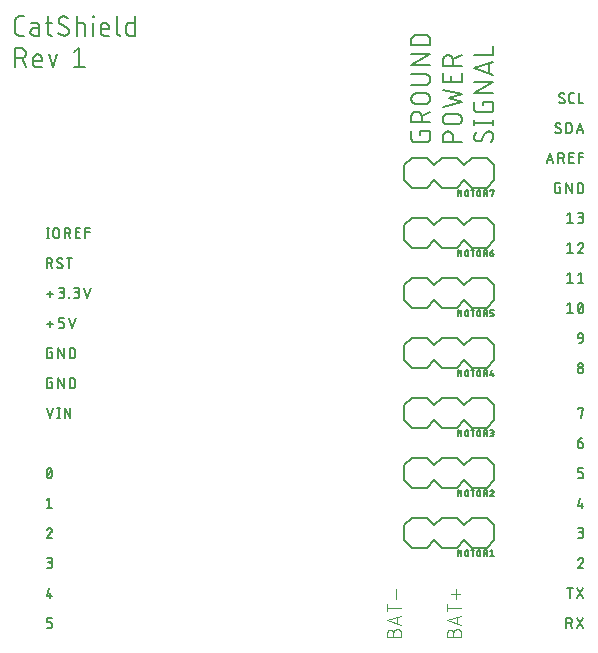
<source format=gbr>
G04 EAGLE Gerber X2 export*
%TF.Part,Single*%
%TF.FileFunction,Legend,Top,1*%
%TF.FilePolarity,Positive*%
%TF.GenerationSoftware,Autodesk,EAGLE,9.1.0*%
%TF.CreationDate,2018-07-29T06:40:26Z*%
G75*
%MOMM*%
%FSLAX34Y34*%
%LPD*%
%AMOC8*
5,1,8,0,0,1.08239X$1,22.5*%
G01*
%ADD10C,0.152400*%
%ADD11C,0.203200*%
%ADD12C,0.127000*%
%ADD13C,0.101600*%


D10*
X355967Y438884D02*
X355967Y441593D01*
X364998Y441593D01*
X364998Y436174D01*
X364996Y436056D01*
X364990Y435938D01*
X364981Y435820D01*
X364967Y435703D01*
X364950Y435586D01*
X364929Y435469D01*
X364904Y435354D01*
X364875Y435239D01*
X364842Y435125D01*
X364806Y435013D01*
X364766Y434902D01*
X364723Y434792D01*
X364676Y434683D01*
X364626Y434576D01*
X364571Y434471D01*
X364514Y434368D01*
X364453Y434267D01*
X364389Y434167D01*
X364322Y434070D01*
X364252Y433975D01*
X364178Y433883D01*
X364102Y433792D01*
X364022Y433705D01*
X363940Y433620D01*
X363855Y433538D01*
X363768Y433458D01*
X363677Y433382D01*
X363585Y433308D01*
X363490Y433238D01*
X363393Y433171D01*
X363293Y433107D01*
X363192Y433046D01*
X363089Y432989D01*
X362984Y432934D01*
X362877Y432884D01*
X362768Y432837D01*
X362658Y432794D01*
X362547Y432754D01*
X362435Y432718D01*
X362321Y432685D01*
X362206Y432656D01*
X362091Y432631D01*
X361974Y432610D01*
X361857Y432593D01*
X361740Y432579D01*
X361622Y432570D01*
X361504Y432564D01*
X361386Y432562D01*
X352354Y432562D01*
X352236Y432564D01*
X352118Y432570D01*
X352000Y432579D01*
X351882Y432593D01*
X351765Y432610D01*
X351649Y432631D01*
X351534Y432656D01*
X351419Y432685D01*
X351305Y432718D01*
X351193Y432754D01*
X351081Y432794D01*
X350971Y432837D01*
X350863Y432884D01*
X350756Y432935D01*
X350651Y432989D01*
X350548Y433046D01*
X350446Y433107D01*
X350347Y433171D01*
X350250Y433238D01*
X350155Y433309D01*
X350062Y433382D01*
X349972Y433459D01*
X349884Y433538D01*
X349799Y433620D01*
X349717Y433705D01*
X349638Y433793D01*
X349561Y433883D01*
X349488Y433976D01*
X349417Y434070D01*
X349350Y434168D01*
X349286Y434267D01*
X349225Y434368D01*
X349168Y434472D01*
X349114Y434577D01*
X349063Y434684D01*
X349016Y434792D01*
X348973Y434902D01*
X348933Y435014D01*
X348897Y435126D01*
X348864Y435240D01*
X348835Y435355D01*
X348810Y435470D01*
X348789Y435586D01*
X348772Y435703D01*
X348758Y435821D01*
X348749Y435939D01*
X348743Y436057D01*
X348741Y436175D01*
X348742Y436174D02*
X348742Y441593D01*
X348742Y449327D02*
X364998Y449327D01*
X348742Y449327D02*
X348742Y453842D01*
X348744Y453975D01*
X348750Y454107D01*
X348760Y454239D01*
X348773Y454371D01*
X348791Y454503D01*
X348812Y454633D01*
X348837Y454764D01*
X348866Y454893D01*
X348899Y455021D01*
X348935Y455149D01*
X348975Y455275D01*
X349019Y455400D01*
X349067Y455524D01*
X349118Y455646D01*
X349173Y455767D01*
X349231Y455886D01*
X349293Y456004D01*
X349358Y456119D01*
X349427Y456233D01*
X349498Y456344D01*
X349574Y456453D01*
X349652Y456560D01*
X349733Y456665D01*
X349818Y456767D01*
X349905Y456867D01*
X349995Y456964D01*
X350088Y457059D01*
X350184Y457150D01*
X350282Y457239D01*
X350383Y457325D01*
X350487Y457408D01*
X350593Y457488D01*
X350701Y457564D01*
X350811Y457638D01*
X350924Y457708D01*
X351038Y457775D01*
X351155Y457838D01*
X351273Y457898D01*
X351393Y457955D01*
X351515Y458008D01*
X351638Y458057D01*
X351762Y458103D01*
X351888Y458145D01*
X352015Y458183D01*
X352143Y458218D01*
X352272Y458249D01*
X352401Y458276D01*
X352532Y458299D01*
X352663Y458319D01*
X352795Y458334D01*
X352927Y458346D01*
X353059Y458354D01*
X353192Y458358D01*
X353324Y458358D01*
X353457Y458354D01*
X353589Y458346D01*
X353721Y458334D01*
X353853Y458319D01*
X353984Y458299D01*
X354115Y458276D01*
X354244Y458249D01*
X354373Y458218D01*
X354501Y458183D01*
X354628Y458145D01*
X354754Y458103D01*
X354878Y458057D01*
X355001Y458008D01*
X355123Y457955D01*
X355243Y457898D01*
X355361Y457838D01*
X355478Y457775D01*
X355592Y457708D01*
X355705Y457638D01*
X355815Y457564D01*
X355923Y457488D01*
X356029Y457408D01*
X356133Y457325D01*
X356234Y457239D01*
X356332Y457150D01*
X356428Y457059D01*
X356521Y456964D01*
X356611Y456867D01*
X356698Y456767D01*
X356783Y456665D01*
X356864Y456560D01*
X356942Y456453D01*
X357018Y456344D01*
X357089Y456233D01*
X357158Y456119D01*
X357223Y456004D01*
X357285Y455886D01*
X357343Y455767D01*
X357398Y455646D01*
X357449Y455524D01*
X357497Y455400D01*
X357541Y455275D01*
X357581Y455149D01*
X357617Y455021D01*
X357650Y454893D01*
X357679Y454764D01*
X357704Y454633D01*
X357725Y454503D01*
X357743Y454371D01*
X357756Y454239D01*
X357766Y454107D01*
X357772Y453975D01*
X357774Y453842D01*
X357773Y453842D02*
X357773Y449327D01*
X357773Y454746D02*
X364998Y458358D01*
X360482Y464867D02*
X353258Y464867D01*
X353258Y464866D02*
X353125Y464868D01*
X352993Y464874D01*
X352861Y464884D01*
X352729Y464897D01*
X352597Y464915D01*
X352467Y464936D01*
X352336Y464961D01*
X352207Y464990D01*
X352079Y465023D01*
X351951Y465059D01*
X351825Y465099D01*
X351700Y465143D01*
X351576Y465191D01*
X351454Y465242D01*
X351333Y465297D01*
X351214Y465355D01*
X351096Y465417D01*
X350981Y465482D01*
X350867Y465551D01*
X350756Y465622D01*
X350647Y465698D01*
X350540Y465776D01*
X350435Y465857D01*
X350333Y465942D01*
X350233Y466029D01*
X350136Y466119D01*
X350041Y466212D01*
X349950Y466308D01*
X349861Y466406D01*
X349775Y466507D01*
X349692Y466611D01*
X349612Y466717D01*
X349536Y466825D01*
X349462Y466935D01*
X349392Y467048D01*
X349325Y467162D01*
X349262Y467279D01*
X349202Y467397D01*
X349145Y467517D01*
X349092Y467639D01*
X349043Y467762D01*
X348997Y467886D01*
X348955Y468012D01*
X348917Y468139D01*
X348882Y468267D01*
X348851Y468396D01*
X348824Y468525D01*
X348801Y468656D01*
X348781Y468787D01*
X348766Y468919D01*
X348754Y469051D01*
X348746Y469183D01*
X348742Y469316D01*
X348742Y469448D01*
X348746Y469581D01*
X348754Y469713D01*
X348766Y469845D01*
X348781Y469977D01*
X348801Y470108D01*
X348824Y470239D01*
X348851Y470368D01*
X348882Y470497D01*
X348917Y470625D01*
X348955Y470752D01*
X348997Y470878D01*
X349043Y471002D01*
X349092Y471125D01*
X349145Y471247D01*
X349202Y471367D01*
X349262Y471485D01*
X349325Y471602D01*
X349392Y471716D01*
X349462Y471829D01*
X349536Y471939D01*
X349612Y472047D01*
X349692Y472153D01*
X349775Y472257D01*
X349861Y472358D01*
X349950Y472456D01*
X350041Y472552D01*
X350136Y472645D01*
X350233Y472735D01*
X350333Y472822D01*
X350435Y472907D01*
X350540Y472988D01*
X350647Y473066D01*
X350756Y473142D01*
X350867Y473213D01*
X350981Y473282D01*
X351096Y473347D01*
X351214Y473409D01*
X351333Y473467D01*
X351454Y473522D01*
X351576Y473573D01*
X351700Y473621D01*
X351825Y473665D01*
X351951Y473705D01*
X352079Y473741D01*
X352207Y473774D01*
X352336Y473803D01*
X352467Y473828D01*
X352597Y473849D01*
X352729Y473867D01*
X352861Y473880D01*
X352993Y473890D01*
X353125Y473896D01*
X353258Y473898D01*
X360482Y473898D01*
X360615Y473896D01*
X360747Y473890D01*
X360879Y473880D01*
X361011Y473867D01*
X361143Y473849D01*
X361273Y473828D01*
X361404Y473803D01*
X361533Y473774D01*
X361661Y473741D01*
X361789Y473705D01*
X361915Y473665D01*
X362040Y473621D01*
X362164Y473573D01*
X362286Y473522D01*
X362407Y473467D01*
X362526Y473409D01*
X362644Y473347D01*
X362759Y473282D01*
X362873Y473213D01*
X362984Y473142D01*
X363093Y473066D01*
X363200Y472988D01*
X363305Y472907D01*
X363407Y472822D01*
X363507Y472735D01*
X363604Y472645D01*
X363699Y472552D01*
X363790Y472456D01*
X363879Y472358D01*
X363965Y472257D01*
X364048Y472153D01*
X364128Y472047D01*
X364204Y471939D01*
X364278Y471829D01*
X364348Y471716D01*
X364415Y471602D01*
X364478Y471485D01*
X364538Y471367D01*
X364595Y471247D01*
X364648Y471125D01*
X364697Y471002D01*
X364743Y470878D01*
X364785Y470752D01*
X364823Y470625D01*
X364858Y470497D01*
X364889Y470368D01*
X364916Y470239D01*
X364939Y470108D01*
X364959Y469977D01*
X364974Y469845D01*
X364986Y469713D01*
X364994Y469581D01*
X364998Y469448D01*
X364998Y469316D01*
X364994Y469183D01*
X364986Y469051D01*
X364974Y468919D01*
X364959Y468787D01*
X364939Y468656D01*
X364916Y468525D01*
X364889Y468396D01*
X364858Y468267D01*
X364823Y468139D01*
X364785Y468012D01*
X364743Y467886D01*
X364697Y467762D01*
X364648Y467639D01*
X364595Y467517D01*
X364538Y467397D01*
X364478Y467279D01*
X364415Y467162D01*
X364348Y467048D01*
X364278Y466935D01*
X364204Y466825D01*
X364128Y466717D01*
X364048Y466611D01*
X363965Y466507D01*
X363879Y466406D01*
X363790Y466308D01*
X363699Y466212D01*
X363604Y466119D01*
X363507Y466029D01*
X363407Y465942D01*
X363305Y465857D01*
X363200Y465776D01*
X363093Y465698D01*
X362984Y465622D01*
X362873Y465551D01*
X362759Y465482D01*
X362644Y465417D01*
X362526Y465355D01*
X362407Y465297D01*
X362286Y465242D01*
X362164Y465191D01*
X362040Y465143D01*
X361915Y465099D01*
X361789Y465059D01*
X361661Y465023D01*
X361533Y464990D01*
X361404Y464961D01*
X361273Y464936D01*
X361143Y464915D01*
X361011Y464897D01*
X360879Y464884D01*
X360747Y464874D01*
X360615Y464868D01*
X360482Y464866D01*
X360482Y481019D02*
X348742Y481019D01*
X360482Y481018D02*
X360615Y481020D01*
X360747Y481026D01*
X360879Y481036D01*
X361011Y481049D01*
X361143Y481067D01*
X361273Y481088D01*
X361404Y481113D01*
X361533Y481142D01*
X361661Y481175D01*
X361789Y481211D01*
X361915Y481251D01*
X362040Y481295D01*
X362164Y481343D01*
X362286Y481394D01*
X362407Y481449D01*
X362526Y481507D01*
X362644Y481569D01*
X362759Y481634D01*
X362873Y481703D01*
X362984Y481774D01*
X363093Y481850D01*
X363200Y481928D01*
X363305Y482009D01*
X363407Y482094D01*
X363507Y482181D01*
X363604Y482271D01*
X363699Y482364D01*
X363790Y482460D01*
X363879Y482558D01*
X363965Y482659D01*
X364048Y482763D01*
X364128Y482869D01*
X364204Y482977D01*
X364278Y483087D01*
X364348Y483200D01*
X364415Y483314D01*
X364478Y483431D01*
X364538Y483549D01*
X364595Y483669D01*
X364648Y483791D01*
X364697Y483914D01*
X364743Y484038D01*
X364785Y484164D01*
X364823Y484291D01*
X364858Y484419D01*
X364889Y484548D01*
X364916Y484677D01*
X364939Y484808D01*
X364959Y484939D01*
X364974Y485071D01*
X364986Y485203D01*
X364994Y485335D01*
X364998Y485468D01*
X364998Y485600D01*
X364994Y485733D01*
X364986Y485865D01*
X364974Y485997D01*
X364959Y486129D01*
X364939Y486260D01*
X364916Y486391D01*
X364889Y486520D01*
X364858Y486649D01*
X364823Y486777D01*
X364785Y486904D01*
X364743Y487030D01*
X364697Y487154D01*
X364648Y487277D01*
X364595Y487399D01*
X364538Y487519D01*
X364478Y487637D01*
X364415Y487754D01*
X364348Y487868D01*
X364278Y487981D01*
X364204Y488091D01*
X364128Y488199D01*
X364048Y488305D01*
X363965Y488409D01*
X363879Y488510D01*
X363790Y488608D01*
X363699Y488704D01*
X363604Y488797D01*
X363507Y488887D01*
X363407Y488974D01*
X363305Y489059D01*
X363200Y489140D01*
X363093Y489218D01*
X362984Y489294D01*
X362873Y489365D01*
X362759Y489434D01*
X362644Y489499D01*
X362526Y489561D01*
X362407Y489619D01*
X362286Y489674D01*
X362164Y489725D01*
X362040Y489773D01*
X361915Y489817D01*
X361789Y489857D01*
X361661Y489893D01*
X361533Y489926D01*
X361404Y489955D01*
X361273Y489980D01*
X361143Y490001D01*
X361011Y490019D01*
X360879Y490032D01*
X360747Y490042D01*
X360615Y490048D01*
X360482Y490050D01*
X348742Y490050D01*
X348742Y497692D02*
X364998Y497692D01*
X364998Y506723D02*
X348742Y497692D01*
X348742Y506723D02*
X364998Y506723D01*
X364998Y514366D02*
X348742Y514366D01*
X348742Y518881D01*
X348744Y519012D01*
X348750Y519144D01*
X348759Y519275D01*
X348773Y519405D01*
X348790Y519536D01*
X348811Y519665D01*
X348835Y519794D01*
X348864Y519922D01*
X348896Y520050D01*
X348932Y520176D01*
X348971Y520301D01*
X349014Y520426D01*
X349061Y520548D01*
X349111Y520670D01*
X349165Y520790D01*
X349222Y520908D01*
X349283Y521024D01*
X349347Y521139D01*
X349414Y521252D01*
X349485Y521363D01*
X349559Y521471D01*
X349636Y521578D01*
X349716Y521682D01*
X349799Y521784D01*
X349884Y521883D01*
X349973Y521980D01*
X350065Y522074D01*
X350159Y522166D01*
X350256Y522255D01*
X350355Y522340D01*
X350457Y522423D01*
X350561Y522503D01*
X350668Y522580D01*
X350776Y522654D01*
X350887Y522725D01*
X351000Y522792D01*
X351115Y522856D01*
X351231Y522917D01*
X351349Y522974D01*
X351469Y523028D01*
X351591Y523078D01*
X351713Y523125D01*
X351838Y523168D01*
X351963Y523207D01*
X352089Y523243D01*
X352217Y523275D01*
X352345Y523304D01*
X352474Y523328D01*
X352603Y523349D01*
X352734Y523366D01*
X352864Y523380D01*
X352995Y523389D01*
X353127Y523395D01*
X353258Y523397D01*
X360482Y523397D01*
X360613Y523395D01*
X360745Y523389D01*
X360876Y523380D01*
X361006Y523366D01*
X361137Y523349D01*
X361266Y523328D01*
X361395Y523304D01*
X361523Y523275D01*
X361651Y523243D01*
X361777Y523207D01*
X361902Y523168D01*
X362027Y523125D01*
X362149Y523078D01*
X362271Y523028D01*
X362391Y522974D01*
X362509Y522917D01*
X362625Y522856D01*
X362740Y522792D01*
X362853Y522725D01*
X362964Y522654D01*
X363072Y522580D01*
X363179Y522503D01*
X363283Y522423D01*
X363385Y522340D01*
X363484Y522255D01*
X363581Y522166D01*
X363675Y522074D01*
X363767Y521980D01*
X363856Y521883D01*
X363941Y521784D01*
X364024Y521682D01*
X364104Y521578D01*
X364181Y521471D01*
X364255Y521363D01*
X364326Y521252D01*
X364393Y521139D01*
X364457Y521024D01*
X364518Y520908D01*
X364575Y520790D01*
X364629Y520670D01*
X364679Y520548D01*
X364726Y520426D01*
X364769Y520301D01*
X364808Y520176D01*
X364844Y520050D01*
X364876Y519922D01*
X364905Y519794D01*
X364929Y519665D01*
X364950Y519535D01*
X364967Y519405D01*
X364981Y519275D01*
X364990Y519144D01*
X364996Y519012D01*
X364998Y518881D01*
X364998Y514366D01*
X375412Y432562D02*
X391668Y432562D01*
X375412Y432562D02*
X375412Y437078D01*
X375414Y437211D01*
X375420Y437343D01*
X375430Y437475D01*
X375443Y437607D01*
X375461Y437739D01*
X375482Y437869D01*
X375507Y438000D01*
X375536Y438129D01*
X375569Y438257D01*
X375605Y438385D01*
X375645Y438511D01*
X375689Y438636D01*
X375737Y438760D01*
X375788Y438882D01*
X375843Y439003D01*
X375901Y439122D01*
X375963Y439240D01*
X376028Y439355D01*
X376097Y439469D01*
X376168Y439580D01*
X376244Y439689D01*
X376322Y439796D01*
X376403Y439901D01*
X376488Y440003D01*
X376575Y440103D01*
X376665Y440200D01*
X376758Y440295D01*
X376854Y440386D01*
X376952Y440475D01*
X377053Y440561D01*
X377157Y440644D01*
X377263Y440724D01*
X377371Y440800D01*
X377481Y440874D01*
X377594Y440944D01*
X377708Y441011D01*
X377825Y441074D01*
X377943Y441134D01*
X378063Y441191D01*
X378185Y441244D01*
X378308Y441293D01*
X378432Y441339D01*
X378558Y441381D01*
X378685Y441419D01*
X378813Y441454D01*
X378942Y441485D01*
X379071Y441512D01*
X379202Y441535D01*
X379333Y441555D01*
X379465Y441570D01*
X379597Y441582D01*
X379729Y441590D01*
X379862Y441594D01*
X379994Y441594D01*
X380127Y441590D01*
X380259Y441582D01*
X380391Y441570D01*
X380523Y441555D01*
X380654Y441535D01*
X380785Y441512D01*
X380914Y441485D01*
X381043Y441454D01*
X381171Y441419D01*
X381298Y441381D01*
X381424Y441339D01*
X381548Y441293D01*
X381671Y441244D01*
X381793Y441191D01*
X381913Y441134D01*
X382031Y441074D01*
X382148Y441011D01*
X382262Y440944D01*
X382375Y440874D01*
X382485Y440800D01*
X382593Y440724D01*
X382699Y440644D01*
X382803Y440561D01*
X382904Y440475D01*
X383002Y440386D01*
X383098Y440295D01*
X383191Y440200D01*
X383281Y440103D01*
X383368Y440003D01*
X383453Y439901D01*
X383534Y439796D01*
X383612Y439689D01*
X383688Y439580D01*
X383759Y439469D01*
X383828Y439355D01*
X383893Y439240D01*
X383955Y439122D01*
X384013Y439003D01*
X384068Y438882D01*
X384119Y438760D01*
X384167Y438636D01*
X384211Y438511D01*
X384251Y438385D01*
X384287Y438257D01*
X384320Y438129D01*
X384349Y438000D01*
X384374Y437869D01*
X384395Y437739D01*
X384413Y437607D01*
X384426Y437475D01*
X384436Y437343D01*
X384442Y437211D01*
X384444Y437078D01*
X384443Y437078D02*
X384443Y432562D01*
X387152Y447461D02*
X379928Y447461D01*
X379795Y447463D01*
X379663Y447469D01*
X379531Y447479D01*
X379399Y447492D01*
X379267Y447510D01*
X379137Y447531D01*
X379006Y447556D01*
X378877Y447585D01*
X378749Y447618D01*
X378621Y447654D01*
X378495Y447694D01*
X378370Y447738D01*
X378246Y447786D01*
X378124Y447837D01*
X378003Y447892D01*
X377884Y447950D01*
X377766Y448012D01*
X377651Y448077D01*
X377537Y448146D01*
X377426Y448217D01*
X377317Y448293D01*
X377210Y448371D01*
X377105Y448452D01*
X377003Y448537D01*
X376903Y448624D01*
X376806Y448714D01*
X376711Y448807D01*
X376620Y448903D01*
X376531Y449001D01*
X376445Y449102D01*
X376362Y449206D01*
X376282Y449312D01*
X376206Y449420D01*
X376132Y449530D01*
X376062Y449643D01*
X375995Y449757D01*
X375932Y449874D01*
X375872Y449992D01*
X375815Y450112D01*
X375762Y450234D01*
X375713Y450357D01*
X375667Y450481D01*
X375625Y450607D01*
X375587Y450734D01*
X375552Y450862D01*
X375521Y450991D01*
X375494Y451120D01*
X375471Y451251D01*
X375451Y451382D01*
X375436Y451514D01*
X375424Y451646D01*
X375416Y451778D01*
X375412Y451911D01*
X375412Y452043D01*
X375416Y452176D01*
X375424Y452308D01*
X375436Y452440D01*
X375451Y452572D01*
X375471Y452703D01*
X375494Y452834D01*
X375521Y452963D01*
X375552Y453092D01*
X375587Y453220D01*
X375625Y453347D01*
X375667Y453473D01*
X375713Y453597D01*
X375762Y453720D01*
X375815Y453842D01*
X375872Y453962D01*
X375932Y454080D01*
X375995Y454197D01*
X376062Y454311D01*
X376132Y454424D01*
X376206Y454534D01*
X376282Y454642D01*
X376362Y454748D01*
X376445Y454852D01*
X376531Y454953D01*
X376620Y455051D01*
X376711Y455147D01*
X376806Y455240D01*
X376903Y455330D01*
X377003Y455417D01*
X377105Y455502D01*
X377210Y455583D01*
X377317Y455661D01*
X377426Y455737D01*
X377537Y455808D01*
X377651Y455877D01*
X377766Y455942D01*
X377884Y456004D01*
X378003Y456062D01*
X378124Y456117D01*
X378246Y456168D01*
X378370Y456216D01*
X378495Y456260D01*
X378621Y456300D01*
X378749Y456336D01*
X378877Y456369D01*
X379006Y456398D01*
X379137Y456423D01*
X379267Y456444D01*
X379399Y456462D01*
X379531Y456475D01*
X379663Y456485D01*
X379795Y456491D01*
X379928Y456493D01*
X379928Y456492D02*
X387152Y456492D01*
X387152Y456493D02*
X387285Y456491D01*
X387417Y456485D01*
X387549Y456475D01*
X387681Y456462D01*
X387813Y456444D01*
X387943Y456423D01*
X388074Y456398D01*
X388203Y456369D01*
X388331Y456336D01*
X388459Y456300D01*
X388585Y456260D01*
X388710Y456216D01*
X388834Y456168D01*
X388956Y456117D01*
X389077Y456062D01*
X389196Y456004D01*
X389314Y455942D01*
X389429Y455877D01*
X389543Y455808D01*
X389654Y455737D01*
X389763Y455661D01*
X389870Y455583D01*
X389975Y455502D01*
X390077Y455417D01*
X390177Y455330D01*
X390274Y455240D01*
X390369Y455147D01*
X390460Y455051D01*
X390549Y454953D01*
X390635Y454852D01*
X390718Y454748D01*
X390798Y454642D01*
X390874Y454534D01*
X390948Y454424D01*
X391018Y454311D01*
X391085Y454197D01*
X391148Y454080D01*
X391208Y453962D01*
X391265Y453842D01*
X391318Y453720D01*
X391367Y453597D01*
X391413Y453473D01*
X391455Y453347D01*
X391493Y453220D01*
X391528Y453092D01*
X391559Y452963D01*
X391586Y452834D01*
X391609Y452703D01*
X391629Y452572D01*
X391644Y452440D01*
X391656Y452308D01*
X391664Y452176D01*
X391668Y452043D01*
X391668Y451911D01*
X391664Y451778D01*
X391656Y451646D01*
X391644Y451514D01*
X391629Y451382D01*
X391609Y451251D01*
X391586Y451120D01*
X391559Y450991D01*
X391528Y450862D01*
X391493Y450734D01*
X391455Y450607D01*
X391413Y450481D01*
X391367Y450357D01*
X391318Y450234D01*
X391265Y450112D01*
X391208Y449992D01*
X391148Y449874D01*
X391085Y449757D01*
X391018Y449643D01*
X390948Y449530D01*
X390874Y449420D01*
X390798Y449312D01*
X390718Y449206D01*
X390635Y449102D01*
X390549Y449001D01*
X390460Y448903D01*
X390369Y448807D01*
X390274Y448714D01*
X390177Y448624D01*
X390077Y448537D01*
X389975Y448452D01*
X389870Y448371D01*
X389763Y448293D01*
X389654Y448217D01*
X389543Y448146D01*
X389429Y448077D01*
X389314Y448012D01*
X389196Y447950D01*
X389077Y447892D01*
X388956Y447837D01*
X388834Y447786D01*
X388710Y447738D01*
X388585Y447694D01*
X388459Y447654D01*
X388331Y447618D01*
X388203Y447585D01*
X388074Y447556D01*
X387943Y447531D01*
X387813Y447510D01*
X387681Y447492D01*
X387549Y447479D01*
X387417Y447469D01*
X387285Y447463D01*
X387152Y447461D01*
X375412Y462467D02*
X391668Y466080D01*
X380831Y469692D01*
X391668Y473305D01*
X375412Y476917D01*
X391668Y483443D02*
X391668Y490668D01*
X391668Y483443D02*
X375412Y483443D01*
X375412Y490668D01*
X382637Y488862D02*
X382637Y483443D01*
X375412Y497052D02*
X391668Y497052D01*
X375412Y497052D02*
X375412Y501567D01*
X375414Y501700D01*
X375420Y501832D01*
X375430Y501964D01*
X375443Y502096D01*
X375461Y502228D01*
X375482Y502358D01*
X375507Y502489D01*
X375536Y502618D01*
X375569Y502746D01*
X375605Y502874D01*
X375645Y503000D01*
X375689Y503125D01*
X375737Y503249D01*
X375788Y503371D01*
X375843Y503492D01*
X375901Y503611D01*
X375963Y503729D01*
X376028Y503844D01*
X376097Y503958D01*
X376168Y504069D01*
X376244Y504178D01*
X376322Y504285D01*
X376403Y504390D01*
X376488Y504492D01*
X376575Y504592D01*
X376665Y504689D01*
X376758Y504784D01*
X376854Y504875D01*
X376952Y504964D01*
X377053Y505050D01*
X377157Y505133D01*
X377263Y505213D01*
X377371Y505289D01*
X377481Y505363D01*
X377594Y505433D01*
X377708Y505500D01*
X377825Y505563D01*
X377943Y505623D01*
X378063Y505680D01*
X378185Y505733D01*
X378308Y505782D01*
X378432Y505828D01*
X378558Y505870D01*
X378685Y505908D01*
X378813Y505943D01*
X378942Y505974D01*
X379071Y506001D01*
X379202Y506024D01*
X379333Y506044D01*
X379465Y506059D01*
X379597Y506071D01*
X379729Y506079D01*
X379862Y506083D01*
X379994Y506083D01*
X380127Y506079D01*
X380259Y506071D01*
X380391Y506059D01*
X380523Y506044D01*
X380654Y506024D01*
X380785Y506001D01*
X380914Y505974D01*
X381043Y505943D01*
X381171Y505908D01*
X381298Y505870D01*
X381424Y505828D01*
X381548Y505782D01*
X381671Y505733D01*
X381793Y505680D01*
X381913Y505623D01*
X382031Y505563D01*
X382148Y505500D01*
X382262Y505433D01*
X382375Y505363D01*
X382485Y505289D01*
X382593Y505213D01*
X382699Y505133D01*
X382803Y505050D01*
X382904Y504964D01*
X383002Y504875D01*
X383098Y504784D01*
X383191Y504689D01*
X383281Y504592D01*
X383368Y504492D01*
X383453Y504390D01*
X383534Y504285D01*
X383612Y504178D01*
X383688Y504069D01*
X383759Y503958D01*
X383828Y503844D01*
X383893Y503729D01*
X383955Y503611D01*
X384013Y503492D01*
X384068Y503371D01*
X384119Y503249D01*
X384167Y503125D01*
X384211Y503000D01*
X384251Y502874D01*
X384287Y502746D01*
X384320Y502618D01*
X384349Y502489D01*
X384374Y502358D01*
X384395Y502228D01*
X384413Y502096D01*
X384426Y501964D01*
X384436Y501832D01*
X384442Y501700D01*
X384444Y501567D01*
X384443Y501567D02*
X384443Y497052D01*
X384443Y502470D02*
X391668Y506083D01*
X414726Y441593D02*
X414844Y441591D01*
X414962Y441585D01*
X415080Y441576D01*
X415197Y441562D01*
X415314Y441545D01*
X415431Y441524D01*
X415546Y441499D01*
X415661Y441470D01*
X415775Y441437D01*
X415887Y441401D01*
X415998Y441361D01*
X416108Y441318D01*
X416217Y441271D01*
X416324Y441221D01*
X416429Y441166D01*
X416532Y441109D01*
X416633Y441048D01*
X416733Y440984D01*
X416830Y440917D01*
X416925Y440847D01*
X417017Y440773D01*
X417108Y440697D01*
X417195Y440617D01*
X417280Y440535D01*
X417362Y440450D01*
X417442Y440363D01*
X417518Y440272D01*
X417592Y440180D01*
X417662Y440085D01*
X417729Y439988D01*
X417793Y439888D01*
X417854Y439787D01*
X417911Y439684D01*
X417966Y439579D01*
X418016Y439472D01*
X418063Y439363D01*
X418106Y439253D01*
X418146Y439142D01*
X418182Y439030D01*
X418215Y438916D01*
X418244Y438801D01*
X418269Y438686D01*
X418290Y438569D01*
X418307Y438452D01*
X418321Y438335D01*
X418330Y438217D01*
X418336Y438099D01*
X418338Y437981D01*
X418336Y437798D01*
X418329Y437616D01*
X418318Y437434D01*
X418303Y437252D01*
X418283Y437070D01*
X418260Y436889D01*
X418231Y436709D01*
X418199Y436529D01*
X418162Y436350D01*
X418121Y436173D01*
X418075Y435996D01*
X418026Y435820D01*
X417972Y435646D01*
X417914Y435472D01*
X417852Y435301D01*
X417786Y435131D01*
X417715Y434962D01*
X417641Y434795D01*
X417563Y434630D01*
X417481Y434467D01*
X417395Y434306D01*
X417305Y434147D01*
X417211Y433990D01*
X417114Y433836D01*
X417013Y433684D01*
X416908Y433534D01*
X416800Y433387D01*
X416689Y433243D01*
X416574Y433101D01*
X416455Y432962D01*
X416333Y432826D01*
X416208Y432693D01*
X416080Y432563D01*
X405694Y433014D02*
X405576Y433016D01*
X405458Y433022D01*
X405340Y433031D01*
X405223Y433045D01*
X405106Y433062D01*
X404989Y433083D01*
X404874Y433108D01*
X404759Y433137D01*
X404645Y433170D01*
X404533Y433206D01*
X404422Y433246D01*
X404312Y433289D01*
X404203Y433336D01*
X404096Y433386D01*
X403991Y433441D01*
X403888Y433498D01*
X403787Y433559D01*
X403687Y433623D01*
X403590Y433690D01*
X403495Y433760D01*
X403403Y433834D01*
X403312Y433910D01*
X403225Y433990D01*
X403140Y434072D01*
X403058Y434157D01*
X402978Y434244D01*
X402902Y434335D01*
X402828Y434427D01*
X402758Y434522D01*
X402691Y434619D01*
X402627Y434719D01*
X402566Y434820D01*
X402509Y434923D01*
X402454Y435028D01*
X402404Y435135D01*
X402357Y435244D01*
X402314Y435354D01*
X402274Y435465D01*
X402238Y435577D01*
X402205Y435691D01*
X402176Y435806D01*
X402151Y435921D01*
X402130Y436038D01*
X402113Y436155D01*
X402099Y436272D01*
X402090Y436390D01*
X402084Y436508D01*
X402082Y436626D01*
X402084Y436787D01*
X402090Y436949D01*
X402099Y437110D01*
X402113Y437271D01*
X402130Y437431D01*
X402151Y437591D01*
X402176Y437751D01*
X402205Y437910D01*
X402237Y438068D01*
X402273Y438225D01*
X402313Y438381D01*
X402357Y438537D01*
X402405Y438691D01*
X402456Y438844D01*
X402510Y438996D01*
X402569Y439147D01*
X402630Y439296D01*
X402696Y439443D01*
X402765Y439589D01*
X402837Y439734D01*
X402913Y439876D01*
X402992Y440017D01*
X403074Y440156D01*
X403160Y440292D01*
X403249Y440427D01*
X403341Y440560D01*
X403437Y440690D01*
X408855Y434819D02*
X408793Y434718D01*
X408728Y434618D01*
X408659Y434521D01*
X408587Y434426D01*
X408513Y434333D01*
X408435Y434243D01*
X408354Y434155D01*
X408271Y434070D01*
X408185Y433988D01*
X408096Y433909D01*
X408005Y433832D01*
X407911Y433759D01*
X407815Y433688D01*
X407717Y433621D01*
X407617Y433557D01*
X407514Y433496D01*
X407410Y433439D01*
X407304Y433385D01*
X407196Y433335D01*
X407087Y433288D01*
X406976Y433244D01*
X406864Y433204D01*
X406750Y433168D01*
X406636Y433136D01*
X406520Y433107D01*
X406404Y433082D01*
X406287Y433061D01*
X406169Y433044D01*
X406051Y433030D01*
X405932Y433021D01*
X405813Y433015D01*
X405694Y433013D01*
X411565Y439787D02*
X411627Y439888D01*
X411692Y439988D01*
X411761Y440085D01*
X411833Y440180D01*
X411907Y440273D01*
X411985Y440363D01*
X412066Y440451D01*
X412149Y440536D01*
X412235Y440618D01*
X412324Y440697D01*
X412415Y440774D01*
X412509Y440847D01*
X412605Y440918D01*
X412703Y440985D01*
X412803Y441049D01*
X412906Y441110D01*
X413010Y441167D01*
X413116Y441221D01*
X413224Y441271D01*
X413333Y441318D01*
X413444Y441362D01*
X413556Y441402D01*
X413670Y441438D01*
X413784Y441470D01*
X413900Y441499D01*
X414016Y441524D01*
X414133Y441545D01*
X414251Y441562D01*
X414369Y441576D01*
X414488Y441585D01*
X414607Y441591D01*
X414726Y441593D01*
X411565Y439787D02*
X408855Y434820D01*
X402082Y449061D02*
X418338Y449061D01*
X418338Y447255D02*
X418338Y450868D01*
X402082Y450868D02*
X402082Y447255D01*
X409307Y463894D02*
X409307Y466603D01*
X418338Y466603D01*
X418338Y461184D01*
X418336Y461066D01*
X418330Y460948D01*
X418321Y460830D01*
X418307Y460713D01*
X418290Y460596D01*
X418269Y460479D01*
X418244Y460364D01*
X418215Y460249D01*
X418182Y460135D01*
X418146Y460023D01*
X418106Y459912D01*
X418063Y459802D01*
X418016Y459693D01*
X417966Y459586D01*
X417911Y459481D01*
X417854Y459378D01*
X417793Y459277D01*
X417729Y459177D01*
X417662Y459080D01*
X417592Y458985D01*
X417518Y458893D01*
X417442Y458802D01*
X417362Y458715D01*
X417280Y458630D01*
X417195Y458548D01*
X417108Y458468D01*
X417017Y458392D01*
X416925Y458318D01*
X416830Y458248D01*
X416733Y458181D01*
X416633Y458117D01*
X416532Y458056D01*
X416429Y457999D01*
X416324Y457944D01*
X416217Y457894D01*
X416108Y457847D01*
X415998Y457804D01*
X415887Y457764D01*
X415775Y457728D01*
X415661Y457695D01*
X415546Y457666D01*
X415431Y457641D01*
X415314Y457620D01*
X415197Y457603D01*
X415080Y457589D01*
X414962Y457580D01*
X414844Y457574D01*
X414726Y457572D01*
X405694Y457572D01*
X405694Y457571D02*
X405576Y457573D01*
X405458Y457579D01*
X405340Y457588D01*
X405222Y457602D01*
X405105Y457619D01*
X404989Y457640D01*
X404874Y457665D01*
X404759Y457694D01*
X404645Y457727D01*
X404533Y457763D01*
X404421Y457803D01*
X404311Y457846D01*
X404203Y457893D01*
X404096Y457944D01*
X403991Y457998D01*
X403888Y458055D01*
X403786Y458116D01*
X403687Y458180D01*
X403590Y458247D01*
X403495Y458318D01*
X403402Y458391D01*
X403312Y458468D01*
X403224Y458547D01*
X403139Y458629D01*
X403057Y458714D01*
X402978Y458802D01*
X402901Y458892D01*
X402828Y458985D01*
X402757Y459079D01*
X402690Y459177D01*
X402626Y459276D01*
X402565Y459377D01*
X402508Y459481D01*
X402454Y459586D01*
X402403Y459693D01*
X402356Y459801D01*
X402313Y459911D01*
X402273Y460023D01*
X402237Y460135D01*
X402204Y460249D01*
X402175Y460364D01*
X402150Y460479D01*
X402129Y460595D01*
X402112Y460712D01*
X402098Y460830D01*
X402089Y460948D01*
X402083Y461066D01*
X402081Y461184D01*
X402082Y461184D02*
X402082Y466603D01*
X402082Y474245D02*
X418338Y474245D01*
X418338Y483276D02*
X402082Y474245D01*
X402082Y483276D02*
X418338Y483276D01*
X418338Y489494D02*
X402082Y494913D01*
X418338Y500332D01*
X414274Y498977D02*
X414274Y490849D01*
X418338Y506580D02*
X402082Y506580D01*
X418338Y506580D02*
X418338Y513805D01*
X20687Y522732D02*
X17074Y522732D01*
X16956Y522734D01*
X16838Y522740D01*
X16720Y522749D01*
X16603Y522763D01*
X16486Y522780D01*
X16369Y522801D01*
X16254Y522826D01*
X16139Y522855D01*
X16025Y522888D01*
X15913Y522924D01*
X15802Y522964D01*
X15692Y523007D01*
X15583Y523054D01*
X15476Y523104D01*
X15371Y523159D01*
X15268Y523216D01*
X15167Y523277D01*
X15067Y523341D01*
X14970Y523408D01*
X14875Y523478D01*
X14783Y523552D01*
X14692Y523628D01*
X14605Y523708D01*
X14520Y523790D01*
X14438Y523875D01*
X14358Y523962D01*
X14282Y524053D01*
X14208Y524145D01*
X14138Y524240D01*
X14071Y524337D01*
X14007Y524437D01*
X13946Y524538D01*
X13889Y524641D01*
X13834Y524746D01*
X13784Y524853D01*
X13737Y524962D01*
X13694Y525072D01*
X13654Y525183D01*
X13618Y525295D01*
X13585Y525409D01*
X13556Y525524D01*
X13531Y525639D01*
X13510Y525756D01*
X13493Y525873D01*
X13479Y525990D01*
X13470Y526108D01*
X13464Y526226D01*
X13462Y526344D01*
X13462Y535376D01*
X13464Y535494D01*
X13470Y535612D01*
X13479Y535730D01*
X13493Y535847D01*
X13510Y535964D01*
X13531Y536081D01*
X13556Y536196D01*
X13585Y536311D01*
X13618Y536425D01*
X13654Y536537D01*
X13694Y536648D01*
X13737Y536758D01*
X13784Y536867D01*
X13834Y536974D01*
X13888Y537079D01*
X13946Y537182D01*
X14007Y537283D01*
X14071Y537383D01*
X14138Y537480D01*
X14208Y537575D01*
X14282Y537667D01*
X14358Y537758D01*
X14438Y537845D01*
X14520Y537930D01*
X14605Y538012D01*
X14692Y538092D01*
X14783Y538168D01*
X14875Y538242D01*
X14970Y538312D01*
X15067Y538379D01*
X15167Y538443D01*
X15268Y538504D01*
X15371Y538561D01*
X15476Y538615D01*
X15583Y538666D01*
X15692Y538713D01*
X15802Y538756D01*
X15913Y538796D01*
X16025Y538832D01*
X16139Y538865D01*
X16254Y538894D01*
X16369Y538919D01*
X16486Y538940D01*
X16603Y538957D01*
X16720Y538971D01*
X16838Y538980D01*
X16956Y538986D01*
X17074Y538988D01*
X20687Y538988D01*
X29476Y529054D02*
X33540Y529054D01*
X29476Y529054D02*
X29364Y529052D01*
X29253Y529046D01*
X29142Y529036D01*
X29031Y529023D01*
X28921Y529005D01*
X28812Y528983D01*
X28703Y528958D01*
X28595Y528929D01*
X28489Y528896D01*
X28383Y528859D01*
X28279Y528819D01*
X28177Y528775D01*
X28076Y528727D01*
X27977Y528676D01*
X27879Y528621D01*
X27784Y528563D01*
X27691Y528502D01*
X27600Y528437D01*
X27511Y528369D01*
X27425Y528298D01*
X27342Y528225D01*
X27261Y528148D01*
X27182Y528068D01*
X27107Y527986D01*
X27035Y527901D01*
X26965Y527814D01*
X26899Y527724D01*
X26836Y527632D01*
X26776Y527537D01*
X26720Y527441D01*
X26667Y527343D01*
X26618Y527243D01*
X26572Y527141D01*
X26530Y527038D01*
X26491Y526933D01*
X26456Y526827D01*
X26425Y526720D01*
X26398Y526612D01*
X26374Y526503D01*
X26355Y526393D01*
X26339Y526283D01*
X26327Y526172D01*
X26319Y526060D01*
X26315Y525949D01*
X26315Y525837D01*
X26319Y525726D01*
X26327Y525614D01*
X26339Y525503D01*
X26355Y525393D01*
X26374Y525283D01*
X26398Y525174D01*
X26425Y525066D01*
X26456Y524959D01*
X26491Y524853D01*
X26530Y524748D01*
X26572Y524645D01*
X26618Y524543D01*
X26667Y524443D01*
X26720Y524345D01*
X26776Y524249D01*
X26836Y524154D01*
X26899Y524062D01*
X26965Y523972D01*
X27035Y523885D01*
X27107Y523800D01*
X27182Y523718D01*
X27261Y523638D01*
X27342Y523561D01*
X27425Y523488D01*
X27511Y523417D01*
X27600Y523349D01*
X27691Y523284D01*
X27784Y523223D01*
X27879Y523165D01*
X27977Y523110D01*
X28076Y523059D01*
X28177Y523011D01*
X28279Y522967D01*
X28383Y522927D01*
X28489Y522890D01*
X28595Y522857D01*
X28703Y522828D01*
X28812Y522803D01*
X28921Y522781D01*
X29031Y522763D01*
X29142Y522750D01*
X29253Y522740D01*
X29364Y522734D01*
X29476Y522732D01*
X33540Y522732D01*
X33540Y530860D01*
X33538Y530961D01*
X33532Y531062D01*
X33523Y531163D01*
X33510Y531264D01*
X33493Y531364D01*
X33472Y531463D01*
X33448Y531561D01*
X33420Y531658D01*
X33388Y531755D01*
X33353Y531850D01*
X33314Y531943D01*
X33272Y532035D01*
X33226Y532126D01*
X33177Y532215D01*
X33125Y532301D01*
X33069Y532386D01*
X33011Y532469D01*
X32949Y532549D01*
X32884Y532627D01*
X32817Y532703D01*
X32747Y532776D01*
X32674Y532846D01*
X32598Y532913D01*
X32520Y532978D01*
X32440Y533040D01*
X32357Y533098D01*
X32272Y533154D01*
X32186Y533206D01*
X32097Y533255D01*
X32006Y533301D01*
X31914Y533343D01*
X31821Y533382D01*
X31726Y533417D01*
X31629Y533449D01*
X31532Y533477D01*
X31434Y533501D01*
X31335Y533522D01*
X31235Y533539D01*
X31134Y533552D01*
X31033Y533561D01*
X30932Y533567D01*
X30831Y533569D01*
X27218Y533569D01*
X39159Y533569D02*
X44578Y533569D01*
X40966Y538988D02*
X40966Y525441D01*
X40968Y525340D01*
X40974Y525239D01*
X40983Y525138D01*
X40996Y525037D01*
X41013Y524937D01*
X41034Y524838D01*
X41058Y524740D01*
X41086Y524643D01*
X41118Y524546D01*
X41153Y524451D01*
X41192Y524358D01*
X41234Y524266D01*
X41280Y524175D01*
X41329Y524087D01*
X41381Y524000D01*
X41437Y523915D01*
X41495Y523832D01*
X41557Y523752D01*
X41622Y523674D01*
X41689Y523598D01*
X41759Y523525D01*
X41832Y523455D01*
X41908Y523388D01*
X41986Y523323D01*
X42066Y523261D01*
X42149Y523203D01*
X42234Y523147D01*
X42321Y523095D01*
X42409Y523046D01*
X42500Y523000D01*
X42592Y522958D01*
X42685Y522919D01*
X42780Y522884D01*
X42877Y522852D01*
X42974Y522824D01*
X43072Y522800D01*
X43171Y522779D01*
X43271Y522762D01*
X43372Y522749D01*
X43473Y522740D01*
X43574Y522734D01*
X43675Y522732D01*
X44578Y522732D01*
X55393Y522732D02*
X55511Y522734D01*
X55629Y522740D01*
X55747Y522749D01*
X55864Y522763D01*
X55981Y522780D01*
X56098Y522801D01*
X56213Y522826D01*
X56328Y522855D01*
X56442Y522888D01*
X56554Y522924D01*
X56665Y522964D01*
X56775Y523007D01*
X56884Y523054D01*
X56991Y523104D01*
X57096Y523159D01*
X57199Y523216D01*
X57300Y523277D01*
X57400Y523341D01*
X57497Y523408D01*
X57592Y523478D01*
X57684Y523552D01*
X57775Y523628D01*
X57862Y523708D01*
X57947Y523790D01*
X58029Y523875D01*
X58109Y523962D01*
X58185Y524053D01*
X58259Y524145D01*
X58329Y524240D01*
X58396Y524337D01*
X58460Y524437D01*
X58521Y524538D01*
X58578Y524641D01*
X58633Y524746D01*
X58683Y524853D01*
X58730Y524962D01*
X58773Y525072D01*
X58813Y525183D01*
X58849Y525295D01*
X58882Y525409D01*
X58911Y525524D01*
X58936Y525639D01*
X58957Y525756D01*
X58974Y525873D01*
X58988Y525990D01*
X58997Y526108D01*
X59003Y526226D01*
X59005Y526344D01*
X55393Y522732D02*
X55210Y522734D01*
X55028Y522741D01*
X54846Y522752D01*
X54664Y522767D01*
X54482Y522787D01*
X54301Y522810D01*
X54121Y522839D01*
X53941Y522871D01*
X53762Y522908D01*
X53585Y522949D01*
X53408Y522995D01*
X53232Y523044D01*
X53058Y523098D01*
X52884Y523156D01*
X52713Y523218D01*
X52543Y523284D01*
X52374Y523355D01*
X52207Y523429D01*
X52042Y523507D01*
X51879Y523589D01*
X51718Y523675D01*
X51559Y523765D01*
X51402Y523859D01*
X51248Y523956D01*
X51096Y524057D01*
X50946Y524162D01*
X50799Y524270D01*
X50655Y524381D01*
X50513Y524496D01*
X50374Y524615D01*
X50238Y524737D01*
X50105Y524862D01*
X49975Y524990D01*
X50426Y535376D02*
X50428Y535494D01*
X50434Y535612D01*
X50443Y535730D01*
X50457Y535847D01*
X50474Y535964D01*
X50495Y536081D01*
X50520Y536196D01*
X50549Y536311D01*
X50582Y536425D01*
X50618Y536537D01*
X50658Y536648D01*
X50701Y536758D01*
X50748Y536867D01*
X50798Y536974D01*
X50853Y537079D01*
X50910Y537182D01*
X50971Y537283D01*
X51035Y537383D01*
X51102Y537480D01*
X51172Y537575D01*
X51246Y537667D01*
X51322Y537758D01*
X51402Y537845D01*
X51484Y537930D01*
X51569Y538012D01*
X51656Y538092D01*
X51747Y538168D01*
X51839Y538242D01*
X51934Y538312D01*
X52031Y538379D01*
X52131Y538443D01*
X52232Y538504D01*
X52335Y538562D01*
X52440Y538616D01*
X52547Y538666D01*
X52656Y538713D01*
X52766Y538757D01*
X52877Y538796D01*
X52990Y538832D01*
X53103Y538865D01*
X53218Y538894D01*
X53333Y538919D01*
X53450Y538940D01*
X53567Y538957D01*
X53684Y538971D01*
X53802Y538980D01*
X53920Y538986D01*
X54038Y538988D01*
X54199Y538986D01*
X54361Y538980D01*
X54522Y538971D01*
X54683Y538957D01*
X54843Y538940D01*
X55003Y538919D01*
X55163Y538894D01*
X55322Y538865D01*
X55480Y538833D01*
X55637Y538797D01*
X55793Y538757D01*
X55949Y538713D01*
X56103Y538665D01*
X56256Y538614D01*
X56408Y538560D01*
X56559Y538501D01*
X56708Y538440D01*
X56855Y538374D01*
X57001Y538305D01*
X57146Y538233D01*
X57288Y538157D01*
X57429Y538078D01*
X57568Y537996D01*
X57704Y537910D01*
X57839Y537821D01*
X57972Y537729D01*
X58102Y537633D01*
X52232Y532215D02*
X52131Y532277D01*
X52031Y532342D01*
X51934Y532411D01*
X51839Y532483D01*
X51746Y532557D01*
X51656Y532635D01*
X51568Y532716D01*
X51483Y532799D01*
X51401Y532885D01*
X51322Y532974D01*
X51245Y533065D01*
X51172Y533159D01*
X51101Y533255D01*
X51034Y533353D01*
X50970Y533453D01*
X50909Y533556D01*
X50852Y533660D01*
X50798Y533766D01*
X50748Y533874D01*
X50701Y533983D01*
X50657Y534094D01*
X50617Y534206D01*
X50581Y534320D01*
X50549Y534434D01*
X50520Y534550D01*
X50495Y534666D01*
X50474Y534783D01*
X50457Y534901D01*
X50443Y535019D01*
X50434Y535138D01*
X50428Y535257D01*
X50426Y535376D01*
X57200Y529505D02*
X57301Y529443D01*
X57401Y529378D01*
X57498Y529309D01*
X57593Y529237D01*
X57686Y529163D01*
X57776Y529085D01*
X57864Y529004D01*
X57949Y528921D01*
X58031Y528835D01*
X58110Y528746D01*
X58187Y528655D01*
X58260Y528561D01*
X58331Y528465D01*
X58398Y528367D01*
X58462Y528267D01*
X58523Y528164D01*
X58580Y528060D01*
X58634Y527954D01*
X58684Y527846D01*
X58731Y527737D01*
X58775Y527626D01*
X58815Y527514D01*
X58851Y527400D01*
X58883Y527286D01*
X58912Y527170D01*
X58937Y527054D01*
X58958Y526937D01*
X58975Y526819D01*
X58989Y526701D01*
X58998Y526582D01*
X59004Y526463D01*
X59006Y526344D01*
X57199Y529505D02*
X52232Y532215D01*
X65467Y538988D02*
X65467Y522732D01*
X65467Y533569D02*
X69982Y533569D01*
X70086Y533567D01*
X70189Y533561D01*
X70293Y533551D01*
X70396Y533537D01*
X70498Y533519D01*
X70599Y533498D01*
X70700Y533472D01*
X70799Y533443D01*
X70898Y533410D01*
X70995Y533373D01*
X71090Y533332D01*
X71184Y533288D01*
X71276Y533240D01*
X71366Y533189D01*
X71455Y533134D01*
X71541Y533076D01*
X71624Y533014D01*
X71706Y532950D01*
X71784Y532882D01*
X71860Y532812D01*
X71934Y532739D01*
X72004Y532662D01*
X72072Y532584D01*
X72136Y532502D01*
X72198Y532419D01*
X72256Y532333D01*
X72311Y532244D01*
X72362Y532154D01*
X72410Y532062D01*
X72454Y531968D01*
X72495Y531873D01*
X72532Y531776D01*
X72565Y531677D01*
X72594Y531578D01*
X72620Y531477D01*
X72641Y531376D01*
X72659Y531274D01*
X72673Y531171D01*
X72683Y531067D01*
X72689Y530964D01*
X72691Y530860D01*
X72691Y522732D01*
X79500Y522732D02*
X79500Y533569D01*
X79048Y538085D02*
X79048Y538988D01*
X79951Y538988D01*
X79951Y538085D01*
X79048Y538085D01*
X88496Y522732D02*
X93012Y522732D01*
X88496Y522732D02*
X88395Y522734D01*
X88294Y522740D01*
X88193Y522749D01*
X88092Y522762D01*
X87992Y522779D01*
X87893Y522800D01*
X87795Y522824D01*
X87698Y522852D01*
X87601Y522884D01*
X87506Y522919D01*
X87413Y522958D01*
X87321Y523000D01*
X87230Y523046D01*
X87142Y523095D01*
X87055Y523147D01*
X86970Y523203D01*
X86887Y523261D01*
X86807Y523323D01*
X86729Y523388D01*
X86653Y523455D01*
X86580Y523525D01*
X86510Y523598D01*
X86443Y523674D01*
X86378Y523752D01*
X86316Y523832D01*
X86258Y523915D01*
X86202Y524000D01*
X86150Y524087D01*
X86101Y524175D01*
X86055Y524266D01*
X86013Y524358D01*
X85974Y524451D01*
X85939Y524546D01*
X85907Y524643D01*
X85879Y524740D01*
X85855Y524838D01*
X85834Y524937D01*
X85817Y525037D01*
X85804Y525138D01*
X85795Y525239D01*
X85789Y525340D01*
X85787Y525441D01*
X85787Y529957D01*
X85788Y529957D02*
X85790Y530076D01*
X85796Y530196D01*
X85806Y530315D01*
X85820Y530433D01*
X85837Y530552D01*
X85859Y530669D01*
X85884Y530786D01*
X85914Y530901D01*
X85947Y531016D01*
X85984Y531130D01*
X86024Y531242D01*
X86069Y531353D01*
X86117Y531462D01*
X86168Y531570D01*
X86223Y531676D01*
X86282Y531780D01*
X86344Y531882D01*
X86409Y531982D01*
X86478Y532080D01*
X86550Y532176D01*
X86625Y532269D01*
X86702Y532359D01*
X86783Y532447D01*
X86867Y532532D01*
X86954Y532614D01*
X87043Y532694D01*
X87135Y532770D01*
X87229Y532844D01*
X87326Y532914D01*
X87424Y532981D01*
X87525Y533045D01*
X87629Y533105D01*
X87734Y533162D01*
X87841Y533215D01*
X87949Y533265D01*
X88059Y533311D01*
X88171Y533353D01*
X88284Y533392D01*
X88398Y533427D01*
X88513Y533458D01*
X88630Y533486D01*
X88747Y533509D01*
X88864Y533529D01*
X88983Y533545D01*
X89102Y533557D01*
X89221Y533565D01*
X89340Y533569D01*
X89460Y533569D01*
X89579Y533565D01*
X89698Y533557D01*
X89817Y533545D01*
X89936Y533529D01*
X90053Y533509D01*
X90170Y533486D01*
X90287Y533458D01*
X90402Y533427D01*
X90516Y533392D01*
X90629Y533353D01*
X90741Y533311D01*
X90851Y533265D01*
X90959Y533215D01*
X91066Y533162D01*
X91171Y533105D01*
X91275Y533045D01*
X91376Y532981D01*
X91474Y532914D01*
X91571Y532844D01*
X91665Y532770D01*
X91757Y532694D01*
X91846Y532614D01*
X91933Y532532D01*
X92017Y532447D01*
X92098Y532359D01*
X92175Y532269D01*
X92250Y532176D01*
X92322Y532080D01*
X92391Y531982D01*
X92456Y531882D01*
X92518Y531780D01*
X92577Y531676D01*
X92632Y531570D01*
X92683Y531462D01*
X92731Y531353D01*
X92776Y531242D01*
X92816Y531130D01*
X92853Y531016D01*
X92886Y530901D01*
X92916Y530786D01*
X92941Y530669D01*
X92963Y530552D01*
X92980Y530433D01*
X92994Y530315D01*
X93004Y530196D01*
X93010Y530076D01*
X93012Y529957D01*
X93012Y528151D01*
X85787Y528151D01*
X99571Y525441D02*
X99571Y538988D01*
X99571Y525441D02*
X99573Y525340D01*
X99579Y525239D01*
X99588Y525138D01*
X99601Y525037D01*
X99618Y524937D01*
X99639Y524838D01*
X99663Y524740D01*
X99691Y524643D01*
X99723Y524546D01*
X99758Y524451D01*
X99797Y524358D01*
X99839Y524266D01*
X99885Y524175D01*
X99934Y524087D01*
X99986Y524000D01*
X100042Y523915D01*
X100100Y523832D01*
X100162Y523752D01*
X100227Y523674D01*
X100294Y523598D01*
X100364Y523525D01*
X100437Y523455D01*
X100513Y523388D01*
X100591Y523323D01*
X100671Y523261D01*
X100754Y523203D01*
X100839Y523147D01*
X100926Y523095D01*
X101014Y523046D01*
X101105Y523000D01*
X101197Y522958D01*
X101290Y522919D01*
X101385Y522884D01*
X101482Y522852D01*
X101579Y522824D01*
X101677Y522800D01*
X101776Y522779D01*
X101876Y522762D01*
X101977Y522749D01*
X102078Y522740D01*
X102179Y522734D01*
X102280Y522732D01*
X114822Y522732D02*
X114822Y538988D01*
X114822Y522732D02*
X110307Y522732D01*
X110206Y522734D01*
X110105Y522740D01*
X110004Y522749D01*
X109903Y522762D01*
X109803Y522779D01*
X109704Y522800D01*
X109606Y522824D01*
X109509Y522852D01*
X109412Y522884D01*
X109317Y522919D01*
X109224Y522958D01*
X109132Y523000D01*
X109041Y523046D01*
X108953Y523095D01*
X108866Y523147D01*
X108781Y523203D01*
X108698Y523261D01*
X108618Y523323D01*
X108540Y523388D01*
X108464Y523455D01*
X108391Y523525D01*
X108321Y523598D01*
X108254Y523674D01*
X108189Y523752D01*
X108127Y523832D01*
X108069Y523915D01*
X108013Y524000D01*
X107961Y524087D01*
X107912Y524175D01*
X107866Y524266D01*
X107824Y524358D01*
X107785Y524451D01*
X107750Y524546D01*
X107718Y524643D01*
X107690Y524740D01*
X107666Y524838D01*
X107645Y524937D01*
X107628Y525037D01*
X107615Y525138D01*
X107606Y525239D01*
X107600Y525340D01*
X107598Y525441D01*
X107598Y530860D01*
X107600Y530961D01*
X107606Y531062D01*
X107615Y531163D01*
X107628Y531264D01*
X107645Y531364D01*
X107666Y531463D01*
X107690Y531561D01*
X107718Y531658D01*
X107750Y531755D01*
X107785Y531850D01*
X107824Y531943D01*
X107866Y532035D01*
X107912Y532126D01*
X107961Y532215D01*
X108013Y532301D01*
X108069Y532386D01*
X108127Y532469D01*
X108189Y532549D01*
X108254Y532627D01*
X108321Y532703D01*
X108391Y532776D01*
X108464Y532846D01*
X108540Y532913D01*
X108618Y532978D01*
X108698Y533040D01*
X108781Y533098D01*
X108866Y533154D01*
X108953Y533206D01*
X109041Y533255D01*
X109132Y533301D01*
X109224Y533343D01*
X109317Y533382D01*
X109412Y533417D01*
X109509Y533449D01*
X109606Y533477D01*
X109704Y533501D01*
X109803Y533522D01*
X109903Y533539D01*
X110004Y533552D01*
X110105Y533561D01*
X110206Y533567D01*
X110307Y533569D01*
X114822Y533569D01*
X13462Y512318D02*
X13462Y496062D01*
X13462Y512318D02*
X17978Y512318D01*
X18111Y512316D01*
X18243Y512310D01*
X18375Y512300D01*
X18507Y512287D01*
X18639Y512269D01*
X18769Y512248D01*
X18900Y512223D01*
X19029Y512194D01*
X19157Y512161D01*
X19285Y512125D01*
X19411Y512085D01*
X19536Y512041D01*
X19660Y511993D01*
X19782Y511942D01*
X19903Y511887D01*
X20022Y511829D01*
X20140Y511767D01*
X20255Y511702D01*
X20369Y511633D01*
X20480Y511562D01*
X20589Y511486D01*
X20696Y511408D01*
X20801Y511327D01*
X20903Y511242D01*
X21003Y511155D01*
X21100Y511065D01*
X21195Y510972D01*
X21286Y510876D01*
X21375Y510778D01*
X21461Y510677D01*
X21544Y510573D01*
X21624Y510467D01*
X21700Y510359D01*
X21774Y510249D01*
X21844Y510136D01*
X21911Y510022D01*
X21974Y509905D01*
X22034Y509787D01*
X22091Y509667D01*
X22144Y509545D01*
X22193Y509422D01*
X22239Y509298D01*
X22281Y509172D01*
X22319Y509045D01*
X22354Y508917D01*
X22385Y508788D01*
X22412Y508659D01*
X22435Y508528D01*
X22455Y508397D01*
X22470Y508265D01*
X22482Y508133D01*
X22490Y508001D01*
X22494Y507868D01*
X22494Y507736D01*
X22490Y507603D01*
X22482Y507471D01*
X22470Y507339D01*
X22455Y507207D01*
X22435Y507076D01*
X22412Y506945D01*
X22385Y506816D01*
X22354Y506687D01*
X22319Y506559D01*
X22281Y506432D01*
X22239Y506306D01*
X22193Y506182D01*
X22144Y506059D01*
X22091Y505937D01*
X22034Y505817D01*
X21974Y505699D01*
X21911Y505582D01*
X21844Y505468D01*
X21774Y505355D01*
X21700Y505245D01*
X21624Y505137D01*
X21544Y505031D01*
X21461Y504927D01*
X21375Y504826D01*
X21286Y504728D01*
X21195Y504632D01*
X21100Y504539D01*
X21003Y504449D01*
X20903Y504362D01*
X20801Y504277D01*
X20696Y504196D01*
X20589Y504118D01*
X20480Y504042D01*
X20369Y503971D01*
X20255Y503902D01*
X20140Y503837D01*
X20022Y503775D01*
X19903Y503717D01*
X19782Y503662D01*
X19660Y503611D01*
X19536Y503563D01*
X19411Y503519D01*
X19285Y503479D01*
X19157Y503443D01*
X19029Y503410D01*
X18900Y503381D01*
X18769Y503356D01*
X18639Y503335D01*
X18507Y503317D01*
X18375Y503304D01*
X18243Y503294D01*
X18111Y503288D01*
X17978Y503286D01*
X17978Y503287D02*
X13462Y503287D01*
X18881Y503287D02*
X22493Y496062D01*
X31572Y496062D02*
X36088Y496062D01*
X31572Y496062D02*
X31471Y496064D01*
X31370Y496070D01*
X31269Y496079D01*
X31168Y496092D01*
X31068Y496109D01*
X30969Y496130D01*
X30871Y496154D01*
X30774Y496182D01*
X30677Y496214D01*
X30582Y496249D01*
X30489Y496288D01*
X30397Y496330D01*
X30306Y496376D01*
X30218Y496425D01*
X30131Y496477D01*
X30046Y496533D01*
X29963Y496591D01*
X29883Y496653D01*
X29805Y496718D01*
X29729Y496785D01*
X29656Y496855D01*
X29586Y496928D01*
X29519Y497004D01*
X29454Y497082D01*
X29392Y497162D01*
X29334Y497245D01*
X29278Y497330D01*
X29226Y497417D01*
X29177Y497505D01*
X29131Y497596D01*
X29089Y497688D01*
X29050Y497781D01*
X29015Y497876D01*
X28983Y497973D01*
X28955Y498070D01*
X28931Y498168D01*
X28910Y498267D01*
X28893Y498367D01*
X28880Y498468D01*
X28871Y498569D01*
X28865Y498670D01*
X28863Y498771D01*
X28863Y503287D01*
X28865Y503406D01*
X28871Y503526D01*
X28881Y503645D01*
X28895Y503763D01*
X28912Y503882D01*
X28934Y503999D01*
X28959Y504116D01*
X28989Y504231D01*
X29022Y504346D01*
X29059Y504460D01*
X29099Y504572D01*
X29144Y504683D01*
X29192Y504792D01*
X29243Y504900D01*
X29298Y505006D01*
X29357Y505110D01*
X29419Y505212D01*
X29484Y505312D01*
X29553Y505410D01*
X29625Y505506D01*
X29700Y505599D01*
X29777Y505689D01*
X29858Y505777D01*
X29942Y505862D01*
X30029Y505944D01*
X30118Y506024D01*
X30210Y506100D01*
X30304Y506174D01*
X30401Y506244D01*
X30499Y506311D01*
X30600Y506375D01*
X30704Y506435D01*
X30809Y506492D01*
X30916Y506545D01*
X31024Y506595D01*
X31134Y506641D01*
X31246Y506683D01*
X31359Y506722D01*
X31473Y506757D01*
X31588Y506788D01*
X31705Y506816D01*
X31822Y506839D01*
X31939Y506859D01*
X32058Y506875D01*
X32177Y506887D01*
X32296Y506895D01*
X32415Y506899D01*
X32535Y506899D01*
X32654Y506895D01*
X32773Y506887D01*
X32892Y506875D01*
X33011Y506859D01*
X33128Y506839D01*
X33245Y506816D01*
X33362Y506788D01*
X33477Y506757D01*
X33591Y506722D01*
X33704Y506683D01*
X33816Y506641D01*
X33926Y506595D01*
X34034Y506545D01*
X34141Y506492D01*
X34246Y506435D01*
X34350Y506375D01*
X34451Y506311D01*
X34549Y506244D01*
X34646Y506174D01*
X34740Y506100D01*
X34832Y506024D01*
X34921Y505944D01*
X35008Y505862D01*
X35092Y505777D01*
X35173Y505689D01*
X35250Y505599D01*
X35325Y505506D01*
X35397Y505410D01*
X35466Y505312D01*
X35531Y505212D01*
X35593Y505110D01*
X35652Y505006D01*
X35707Y504900D01*
X35758Y504792D01*
X35806Y504683D01*
X35851Y504572D01*
X35891Y504460D01*
X35928Y504346D01*
X35961Y504231D01*
X35991Y504116D01*
X36016Y503999D01*
X36038Y503882D01*
X36055Y503763D01*
X36069Y503645D01*
X36079Y503526D01*
X36085Y503406D01*
X36087Y503287D01*
X36088Y503287D02*
X36088Y501481D01*
X28863Y501481D01*
X41889Y506899D02*
X45501Y496062D01*
X49114Y506899D01*
X63390Y508706D02*
X67906Y512318D01*
X67906Y496062D01*
X72421Y496062D02*
X63390Y496062D01*
X44803Y254480D02*
X43363Y254480D01*
X44803Y254480D02*
X44803Y249682D01*
X41924Y249682D01*
X41838Y249684D01*
X41752Y249690D01*
X41666Y249699D01*
X41581Y249713D01*
X41497Y249730D01*
X41413Y249751D01*
X41331Y249776D01*
X41250Y249804D01*
X41170Y249836D01*
X41091Y249872D01*
X41015Y249911D01*
X40940Y249954D01*
X40867Y249999D01*
X40796Y250048D01*
X40728Y250101D01*
X40661Y250156D01*
X40598Y250214D01*
X40537Y250275D01*
X40479Y250338D01*
X40424Y250405D01*
X40371Y250473D01*
X40322Y250544D01*
X40277Y250617D01*
X40234Y250692D01*
X40195Y250768D01*
X40159Y250847D01*
X40127Y250927D01*
X40099Y251008D01*
X40074Y251090D01*
X40053Y251174D01*
X40036Y251258D01*
X40022Y251343D01*
X40013Y251429D01*
X40007Y251515D01*
X40005Y251601D01*
X40005Y256399D01*
X40007Y256485D01*
X40013Y256571D01*
X40022Y256657D01*
X40036Y256742D01*
X40053Y256826D01*
X40074Y256910D01*
X40099Y256992D01*
X40127Y257073D01*
X40159Y257153D01*
X40195Y257232D01*
X40234Y257308D01*
X40277Y257383D01*
X40322Y257456D01*
X40371Y257527D01*
X40424Y257595D01*
X40479Y257662D01*
X40537Y257725D01*
X40598Y257786D01*
X40661Y257844D01*
X40728Y257899D01*
X40796Y257951D01*
X40867Y258001D01*
X40940Y258046D01*
X41015Y258089D01*
X41091Y258128D01*
X41170Y258164D01*
X41250Y258196D01*
X41331Y258224D01*
X41413Y258249D01*
X41497Y258270D01*
X41581Y258287D01*
X41666Y258301D01*
X41752Y258310D01*
X41838Y258316D01*
X41924Y258318D01*
X44803Y258318D01*
X49759Y258318D02*
X49759Y249682D01*
X54556Y249682D02*
X49759Y258318D01*
X54556Y258318D02*
X54556Y249682D01*
X59512Y249682D02*
X59512Y258318D01*
X61911Y258318D01*
X62008Y258316D01*
X62104Y258310D01*
X62200Y258301D01*
X62296Y258287D01*
X62391Y258270D01*
X62485Y258248D01*
X62578Y258223D01*
X62671Y258195D01*
X62762Y258162D01*
X62851Y258126D01*
X62939Y258086D01*
X63026Y258043D01*
X63111Y257997D01*
X63193Y257947D01*
X63274Y257893D01*
X63352Y257837D01*
X63428Y257777D01*
X63502Y257715D01*
X63573Y257649D01*
X63641Y257581D01*
X63707Y257510D01*
X63769Y257436D01*
X63829Y257360D01*
X63885Y257282D01*
X63939Y257201D01*
X63989Y257119D01*
X64035Y257034D01*
X64078Y256947D01*
X64118Y256859D01*
X64154Y256770D01*
X64187Y256679D01*
X64215Y256586D01*
X64240Y256493D01*
X64262Y256399D01*
X64279Y256304D01*
X64293Y256208D01*
X64302Y256112D01*
X64308Y256016D01*
X64310Y255919D01*
X64310Y252081D01*
X64308Y251984D01*
X64302Y251888D01*
X64293Y251792D01*
X64279Y251696D01*
X64262Y251601D01*
X64240Y251507D01*
X64215Y251414D01*
X64187Y251321D01*
X64154Y251230D01*
X64118Y251141D01*
X64078Y251053D01*
X64035Y250966D01*
X63989Y250882D01*
X63939Y250799D01*
X63885Y250718D01*
X63829Y250640D01*
X63769Y250564D01*
X63707Y250490D01*
X63641Y250419D01*
X63573Y250351D01*
X63502Y250285D01*
X63428Y250223D01*
X63352Y250163D01*
X63274Y250107D01*
X63193Y250053D01*
X63110Y250003D01*
X63026Y249957D01*
X62939Y249914D01*
X62851Y249874D01*
X62762Y249838D01*
X62671Y249805D01*
X62578Y249777D01*
X62485Y249752D01*
X62391Y249730D01*
X62296Y249713D01*
X62200Y249699D01*
X62104Y249690D01*
X62008Y249684D01*
X61911Y249682D01*
X59512Y249682D01*
X44803Y229080D02*
X43363Y229080D01*
X44803Y229080D02*
X44803Y224282D01*
X41924Y224282D01*
X41838Y224284D01*
X41752Y224290D01*
X41666Y224299D01*
X41581Y224313D01*
X41497Y224330D01*
X41413Y224351D01*
X41331Y224376D01*
X41250Y224404D01*
X41170Y224436D01*
X41091Y224472D01*
X41015Y224511D01*
X40940Y224554D01*
X40867Y224599D01*
X40796Y224648D01*
X40728Y224701D01*
X40661Y224756D01*
X40598Y224814D01*
X40537Y224875D01*
X40479Y224938D01*
X40424Y225005D01*
X40371Y225073D01*
X40322Y225144D01*
X40277Y225217D01*
X40234Y225292D01*
X40195Y225368D01*
X40159Y225447D01*
X40127Y225527D01*
X40099Y225608D01*
X40074Y225690D01*
X40053Y225774D01*
X40036Y225858D01*
X40022Y225943D01*
X40013Y226029D01*
X40007Y226115D01*
X40005Y226201D01*
X40005Y230999D01*
X40007Y231085D01*
X40013Y231171D01*
X40022Y231257D01*
X40036Y231342D01*
X40053Y231426D01*
X40074Y231510D01*
X40099Y231592D01*
X40127Y231673D01*
X40159Y231753D01*
X40195Y231832D01*
X40234Y231908D01*
X40277Y231983D01*
X40322Y232056D01*
X40371Y232127D01*
X40424Y232195D01*
X40479Y232262D01*
X40537Y232325D01*
X40598Y232386D01*
X40661Y232444D01*
X40728Y232499D01*
X40796Y232551D01*
X40867Y232601D01*
X40940Y232646D01*
X41015Y232689D01*
X41091Y232728D01*
X41170Y232764D01*
X41250Y232796D01*
X41331Y232824D01*
X41413Y232849D01*
X41497Y232870D01*
X41581Y232887D01*
X41666Y232901D01*
X41752Y232910D01*
X41838Y232916D01*
X41924Y232918D01*
X44803Y232918D01*
X49759Y232918D02*
X49759Y224282D01*
X54556Y224282D02*
X49759Y232918D01*
X54556Y232918D02*
X54556Y224282D01*
X59512Y224282D02*
X59512Y232918D01*
X61911Y232918D01*
X62008Y232916D01*
X62104Y232910D01*
X62200Y232901D01*
X62296Y232887D01*
X62391Y232870D01*
X62485Y232848D01*
X62578Y232823D01*
X62671Y232795D01*
X62762Y232762D01*
X62851Y232726D01*
X62939Y232686D01*
X63026Y232643D01*
X63111Y232597D01*
X63193Y232547D01*
X63274Y232493D01*
X63352Y232437D01*
X63428Y232377D01*
X63502Y232315D01*
X63573Y232249D01*
X63641Y232181D01*
X63707Y232110D01*
X63769Y232036D01*
X63829Y231960D01*
X63885Y231882D01*
X63939Y231801D01*
X63989Y231719D01*
X64035Y231634D01*
X64078Y231547D01*
X64118Y231459D01*
X64154Y231370D01*
X64187Y231279D01*
X64215Y231186D01*
X64240Y231093D01*
X64262Y230999D01*
X64279Y230904D01*
X64293Y230808D01*
X64302Y230712D01*
X64308Y230616D01*
X64310Y230519D01*
X64310Y226681D01*
X64308Y226584D01*
X64302Y226488D01*
X64293Y226392D01*
X64279Y226296D01*
X64262Y226201D01*
X64240Y226107D01*
X64215Y226014D01*
X64187Y225921D01*
X64154Y225830D01*
X64118Y225741D01*
X64078Y225653D01*
X64035Y225566D01*
X63989Y225482D01*
X63939Y225399D01*
X63885Y225318D01*
X63829Y225240D01*
X63769Y225164D01*
X63707Y225090D01*
X63641Y225019D01*
X63573Y224951D01*
X63502Y224885D01*
X63428Y224823D01*
X63352Y224763D01*
X63274Y224707D01*
X63193Y224653D01*
X63110Y224603D01*
X63026Y224557D01*
X62939Y224514D01*
X62851Y224474D01*
X62762Y224438D01*
X62671Y224405D01*
X62578Y224377D01*
X62485Y224352D01*
X62391Y224330D01*
X62296Y224313D01*
X62200Y224299D01*
X62104Y224290D01*
X62008Y224284D01*
X61911Y224282D01*
X59512Y224282D01*
X45762Y278440D02*
X40005Y278440D01*
X42884Y275562D02*
X42884Y281319D01*
X50238Y275082D02*
X53117Y275082D01*
X53203Y275084D01*
X53289Y275090D01*
X53375Y275099D01*
X53460Y275113D01*
X53544Y275130D01*
X53628Y275151D01*
X53710Y275176D01*
X53791Y275204D01*
X53871Y275236D01*
X53950Y275272D01*
X54026Y275311D01*
X54101Y275354D01*
X54174Y275399D01*
X54245Y275449D01*
X54313Y275501D01*
X54380Y275556D01*
X54443Y275614D01*
X54504Y275675D01*
X54562Y275738D01*
X54617Y275805D01*
X54670Y275873D01*
X54719Y275944D01*
X54764Y276017D01*
X54807Y276092D01*
X54846Y276168D01*
X54882Y276247D01*
X54914Y276327D01*
X54942Y276408D01*
X54967Y276491D01*
X54988Y276574D01*
X55005Y276658D01*
X55019Y276743D01*
X55028Y276829D01*
X55034Y276915D01*
X55036Y277001D01*
X55036Y277961D01*
X55034Y278047D01*
X55028Y278133D01*
X55019Y278219D01*
X55005Y278304D01*
X54988Y278388D01*
X54967Y278472D01*
X54942Y278554D01*
X54914Y278635D01*
X54882Y278715D01*
X54846Y278794D01*
X54807Y278870D01*
X54764Y278945D01*
X54719Y279018D01*
X54670Y279089D01*
X54617Y279157D01*
X54562Y279224D01*
X54504Y279287D01*
X54443Y279348D01*
X54380Y279406D01*
X54313Y279461D01*
X54245Y279514D01*
X54174Y279563D01*
X54101Y279608D01*
X54026Y279651D01*
X53950Y279690D01*
X53871Y279726D01*
X53791Y279758D01*
X53710Y279786D01*
X53628Y279811D01*
X53544Y279832D01*
X53460Y279849D01*
X53375Y279863D01*
X53289Y279872D01*
X53203Y279878D01*
X53117Y279880D01*
X50238Y279880D01*
X50238Y283718D01*
X55036Y283718D01*
X58903Y283718D02*
X61781Y275082D01*
X64660Y283718D01*
X40005Y325882D02*
X40005Y334518D01*
X42404Y334518D01*
X42501Y334516D01*
X42597Y334510D01*
X42693Y334501D01*
X42789Y334487D01*
X42884Y334470D01*
X42978Y334448D01*
X43071Y334423D01*
X43164Y334395D01*
X43255Y334362D01*
X43344Y334326D01*
X43432Y334286D01*
X43519Y334243D01*
X43604Y334197D01*
X43686Y334147D01*
X43767Y334093D01*
X43845Y334037D01*
X43921Y333977D01*
X43995Y333915D01*
X44066Y333849D01*
X44134Y333781D01*
X44200Y333710D01*
X44262Y333636D01*
X44322Y333560D01*
X44378Y333482D01*
X44432Y333401D01*
X44482Y333319D01*
X44528Y333234D01*
X44571Y333147D01*
X44611Y333059D01*
X44647Y332970D01*
X44680Y332879D01*
X44708Y332786D01*
X44733Y332693D01*
X44755Y332599D01*
X44772Y332504D01*
X44786Y332408D01*
X44795Y332312D01*
X44801Y332216D01*
X44803Y332119D01*
X44801Y332022D01*
X44795Y331926D01*
X44786Y331830D01*
X44772Y331734D01*
X44755Y331639D01*
X44733Y331545D01*
X44708Y331452D01*
X44680Y331359D01*
X44647Y331268D01*
X44611Y331179D01*
X44571Y331091D01*
X44528Y331004D01*
X44482Y330920D01*
X44432Y330837D01*
X44378Y330756D01*
X44322Y330678D01*
X44262Y330602D01*
X44200Y330528D01*
X44134Y330457D01*
X44066Y330389D01*
X43995Y330323D01*
X43921Y330261D01*
X43845Y330201D01*
X43767Y330145D01*
X43686Y330091D01*
X43603Y330041D01*
X43519Y329995D01*
X43432Y329952D01*
X43344Y329912D01*
X43255Y329876D01*
X43164Y329843D01*
X43071Y329815D01*
X42978Y329790D01*
X42884Y329768D01*
X42789Y329751D01*
X42693Y329737D01*
X42597Y329728D01*
X42501Y329722D01*
X42404Y329720D01*
X40005Y329720D01*
X42884Y329720D02*
X44803Y325882D01*
X51638Y325882D02*
X51724Y325884D01*
X51810Y325890D01*
X51896Y325899D01*
X51981Y325913D01*
X52065Y325930D01*
X52149Y325951D01*
X52231Y325976D01*
X52312Y326004D01*
X52392Y326036D01*
X52471Y326072D01*
X52547Y326111D01*
X52622Y326154D01*
X52695Y326199D01*
X52766Y326249D01*
X52834Y326301D01*
X52901Y326356D01*
X52964Y326414D01*
X53025Y326475D01*
X53083Y326538D01*
X53138Y326605D01*
X53191Y326673D01*
X53240Y326744D01*
X53285Y326817D01*
X53328Y326892D01*
X53367Y326968D01*
X53403Y327047D01*
X53435Y327127D01*
X53463Y327208D01*
X53488Y327290D01*
X53509Y327374D01*
X53526Y327458D01*
X53540Y327543D01*
X53549Y327629D01*
X53555Y327715D01*
X53557Y327801D01*
X51638Y325882D02*
X51515Y325884D01*
X51392Y325889D01*
X51269Y325899D01*
X51147Y325912D01*
X51025Y325929D01*
X50903Y325949D01*
X50783Y325973D01*
X50663Y326001D01*
X50544Y326032D01*
X50426Y326067D01*
X50309Y326106D01*
X50193Y326148D01*
X50079Y326194D01*
X49966Y326243D01*
X49855Y326295D01*
X49745Y326351D01*
X49637Y326410D01*
X49531Y326473D01*
X49426Y326538D01*
X49324Y326607D01*
X49224Y326679D01*
X49127Y326754D01*
X49031Y326831D01*
X48938Y326912D01*
X48847Y326995D01*
X48759Y327081D01*
X49000Y332599D02*
X49002Y332685D01*
X49008Y332771D01*
X49017Y332857D01*
X49031Y332942D01*
X49048Y333026D01*
X49069Y333110D01*
X49094Y333192D01*
X49122Y333273D01*
X49154Y333353D01*
X49190Y333432D01*
X49229Y333508D01*
X49272Y333583D01*
X49317Y333656D01*
X49366Y333727D01*
X49419Y333795D01*
X49474Y333862D01*
X49532Y333925D01*
X49593Y333986D01*
X49656Y334044D01*
X49723Y334099D01*
X49791Y334152D01*
X49862Y334201D01*
X49935Y334246D01*
X50010Y334289D01*
X50086Y334328D01*
X50165Y334364D01*
X50245Y334396D01*
X50326Y334424D01*
X50408Y334449D01*
X50492Y334470D01*
X50576Y334487D01*
X50661Y334501D01*
X50747Y334510D01*
X50833Y334516D01*
X50919Y334518D01*
X51035Y334516D01*
X51150Y334511D01*
X51266Y334501D01*
X51381Y334488D01*
X51495Y334472D01*
X51609Y334451D01*
X51723Y334427D01*
X51835Y334399D01*
X51946Y334368D01*
X52057Y334333D01*
X52166Y334295D01*
X52274Y334253D01*
X52380Y334208D01*
X52486Y334159D01*
X52589Y334107D01*
X52691Y334052D01*
X52790Y333993D01*
X52888Y333931D01*
X52984Y333866D01*
X53078Y333798D01*
X49959Y330920D02*
X49885Y330966D01*
X49812Y331016D01*
X49742Y331069D01*
X49674Y331125D01*
X49609Y331184D01*
X49546Y331246D01*
X49487Y331311D01*
X49430Y331378D01*
X49376Y331448D01*
X49326Y331520D01*
X49279Y331594D01*
X49235Y331670D01*
X49195Y331749D01*
X49159Y331829D01*
X49126Y331910D01*
X49097Y331993D01*
X49071Y332078D01*
X49049Y332163D01*
X49032Y332249D01*
X49018Y332336D01*
X49008Y332423D01*
X49002Y332511D01*
X49000Y332599D01*
X52598Y329480D02*
X52672Y329434D01*
X52745Y329384D01*
X52815Y329331D01*
X52883Y329275D01*
X52948Y329216D01*
X53011Y329154D01*
X53070Y329089D01*
X53127Y329022D01*
X53181Y328952D01*
X53231Y328880D01*
X53278Y328806D01*
X53322Y328730D01*
X53362Y328651D01*
X53398Y328571D01*
X53431Y328490D01*
X53460Y328407D01*
X53486Y328322D01*
X53508Y328237D01*
X53525Y328151D01*
X53539Y328064D01*
X53549Y327977D01*
X53555Y327889D01*
X53557Y327801D01*
X52598Y329480D02*
X49959Y330920D01*
X59388Y334518D02*
X59388Y325882D01*
X56989Y334518D02*
X61787Y334518D01*
X40005Y207518D02*
X42884Y198882D01*
X45762Y207518D01*
X50199Y207518D02*
X50199Y198882D01*
X51158Y198882D02*
X49239Y198882D01*
X49239Y207518D02*
X51158Y207518D01*
X55420Y207518D02*
X55420Y198882D01*
X60218Y198882D02*
X55420Y207518D01*
X60218Y207518D02*
X60218Y198882D01*
X45762Y303840D02*
X40005Y303840D01*
X42884Y300962D02*
X42884Y306719D01*
X50238Y300482D02*
X52637Y300482D01*
X52734Y300484D01*
X52830Y300490D01*
X52926Y300499D01*
X53022Y300513D01*
X53117Y300530D01*
X53211Y300552D01*
X53304Y300577D01*
X53397Y300605D01*
X53488Y300638D01*
X53577Y300674D01*
X53665Y300714D01*
X53752Y300757D01*
X53836Y300803D01*
X53919Y300853D01*
X54000Y300907D01*
X54078Y300963D01*
X54154Y301023D01*
X54228Y301085D01*
X54299Y301151D01*
X54367Y301219D01*
X54433Y301290D01*
X54495Y301364D01*
X54555Y301440D01*
X54611Y301518D01*
X54665Y301599D01*
X54715Y301682D01*
X54761Y301766D01*
X54804Y301853D01*
X54844Y301941D01*
X54880Y302030D01*
X54913Y302121D01*
X54941Y302214D01*
X54966Y302307D01*
X54988Y302401D01*
X55005Y302496D01*
X55019Y302592D01*
X55028Y302688D01*
X55034Y302784D01*
X55036Y302881D01*
X55034Y302978D01*
X55028Y303074D01*
X55019Y303170D01*
X55005Y303266D01*
X54988Y303361D01*
X54966Y303455D01*
X54941Y303548D01*
X54913Y303641D01*
X54880Y303732D01*
X54844Y303821D01*
X54804Y303909D01*
X54761Y303996D01*
X54715Y304081D01*
X54665Y304163D01*
X54611Y304244D01*
X54555Y304322D01*
X54495Y304398D01*
X54433Y304472D01*
X54367Y304543D01*
X54299Y304611D01*
X54228Y304677D01*
X54154Y304739D01*
X54078Y304799D01*
X54000Y304855D01*
X53919Y304909D01*
X53837Y304959D01*
X53752Y305005D01*
X53665Y305048D01*
X53577Y305088D01*
X53488Y305124D01*
X53397Y305157D01*
X53304Y305185D01*
X53211Y305210D01*
X53117Y305232D01*
X53022Y305249D01*
X52926Y305263D01*
X52830Y305272D01*
X52734Y305278D01*
X52637Y305280D01*
X53117Y309118D02*
X50238Y309118D01*
X53117Y309118D02*
X53203Y309116D01*
X53289Y309110D01*
X53375Y309101D01*
X53460Y309087D01*
X53544Y309070D01*
X53628Y309049D01*
X53710Y309024D01*
X53791Y308996D01*
X53871Y308964D01*
X53950Y308928D01*
X54026Y308889D01*
X54101Y308846D01*
X54174Y308801D01*
X54245Y308752D01*
X54313Y308699D01*
X54380Y308644D01*
X54443Y308586D01*
X54504Y308525D01*
X54562Y308462D01*
X54617Y308395D01*
X54670Y308327D01*
X54719Y308256D01*
X54764Y308183D01*
X54807Y308108D01*
X54846Y308032D01*
X54882Y307953D01*
X54914Y307873D01*
X54942Y307792D01*
X54967Y307710D01*
X54988Y307626D01*
X55005Y307542D01*
X55019Y307457D01*
X55028Y307371D01*
X55034Y307285D01*
X55036Y307199D01*
X55034Y307113D01*
X55028Y307027D01*
X55019Y306941D01*
X55005Y306856D01*
X54988Y306772D01*
X54967Y306688D01*
X54942Y306606D01*
X54914Y306525D01*
X54882Y306445D01*
X54846Y306366D01*
X54807Y306290D01*
X54764Y306215D01*
X54719Y306142D01*
X54670Y306071D01*
X54617Y306003D01*
X54562Y305936D01*
X54504Y305873D01*
X54443Y305812D01*
X54380Y305754D01*
X54313Y305699D01*
X54245Y305646D01*
X54174Y305597D01*
X54101Y305552D01*
X54026Y305509D01*
X53950Y305470D01*
X53871Y305434D01*
X53791Y305402D01*
X53710Y305374D01*
X53628Y305349D01*
X53544Y305328D01*
X53460Y305311D01*
X53375Y305297D01*
X53289Y305288D01*
X53203Y305282D01*
X53117Y305280D01*
X51198Y305280D01*
X58798Y300962D02*
X58798Y300482D01*
X58798Y300962D02*
X59278Y300962D01*
X59278Y300482D01*
X58798Y300482D01*
X63040Y300482D02*
X65439Y300482D01*
X65536Y300484D01*
X65632Y300490D01*
X65728Y300499D01*
X65824Y300513D01*
X65919Y300530D01*
X66013Y300552D01*
X66106Y300577D01*
X66199Y300605D01*
X66290Y300638D01*
X66379Y300674D01*
X66467Y300714D01*
X66554Y300757D01*
X66639Y300803D01*
X66721Y300853D01*
X66802Y300907D01*
X66880Y300963D01*
X66956Y301023D01*
X67030Y301085D01*
X67101Y301151D01*
X67169Y301219D01*
X67235Y301290D01*
X67297Y301364D01*
X67357Y301440D01*
X67413Y301518D01*
X67467Y301599D01*
X67517Y301682D01*
X67563Y301766D01*
X67606Y301853D01*
X67646Y301941D01*
X67682Y302030D01*
X67715Y302121D01*
X67743Y302214D01*
X67768Y302307D01*
X67790Y302401D01*
X67807Y302496D01*
X67821Y302592D01*
X67830Y302688D01*
X67836Y302784D01*
X67838Y302881D01*
X67836Y302978D01*
X67830Y303074D01*
X67821Y303170D01*
X67807Y303266D01*
X67790Y303361D01*
X67768Y303455D01*
X67743Y303548D01*
X67715Y303641D01*
X67682Y303732D01*
X67646Y303821D01*
X67606Y303909D01*
X67563Y303996D01*
X67517Y304081D01*
X67467Y304163D01*
X67413Y304244D01*
X67357Y304322D01*
X67297Y304398D01*
X67235Y304472D01*
X67169Y304543D01*
X67101Y304611D01*
X67030Y304677D01*
X66956Y304739D01*
X66880Y304799D01*
X66802Y304855D01*
X66721Y304909D01*
X66639Y304959D01*
X66554Y305005D01*
X66467Y305048D01*
X66379Y305088D01*
X66290Y305124D01*
X66199Y305157D01*
X66106Y305185D01*
X66013Y305210D01*
X65919Y305232D01*
X65824Y305249D01*
X65728Y305263D01*
X65632Y305272D01*
X65536Y305278D01*
X65439Y305280D01*
X65919Y309118D02*
X63040Y309118D01*
X65919Y309118D02*
X66005Y309116D01*
X66091Y309110D01*
X66177Y309101D01*
X66262Y309087D01*
X66346Y309070D01*
X66430Y309049D01*
X66512Y309024D01*
X66593Y308996D01*
X66673Y308964D01*
X66752Y308928D01*
X66828Y308889D01*
X66903Y308846D01*
X66976Y308801D01*
X67047Y308752D01*
X67115Y308699D01*
X67182Y308644D01*
X67245Y308586D01*
X67306Y308525D01*
X67364Y308462D01*
X67419Y308395D01*
X67472Y308327D01*
X67521Y308256D01*
X67566Y308183D01*
X67609Y308108D01*
X67648Y308032D01*
X67684Y307953D01*
X67716Y307873D01*
X67744Y307792D01*
X67769Y307710D01*
X67790Y307626D01*
X67807Y307542D01*
X67821Y307457D01*
X67830Y307371D01*
X67836Y307285D01*
X67838Y307199D01*
X67836Y307113D01*
X67830Y307027D01*
X67821Y306941D01*
X67807Y306856D01*
X67790Y306772D01*
X67769Y306688D01*
X67744Y306606D01*
X67716Y306525D01*
X67684Y306445D01*
X67648Y306366D01*
X67609Y306290D01*
X67566Y306215D01*
X67521Y306142D01*
X67472Y306071D01*
X67419Y306003D01*
X67364Y305936D01*
X67306Y305873D01*
X67245Y305812D01*
X67182Y305754D01*
X67115Y305699D01*
X67047Y305646D01*
X66976Y305597D01*
X66903Y305552D01*
X66828Y305509D01*
X66752Y305470D01*
X66673Y305434D01*
X66593Y305402D01*
X66512Y305374D01*
X66430Y305349D01*
X66346Y305328D01*
X66262Y305311D01*
X66177Y305297D01*
X66091Y305288D01*
X66005Y305282D01*
X65919Y305280D01*
X63999Y305280D01*
X71704Y309118D02*
X74583Y300482D01*
X77461Y309118D01*
X40725Y155519D02*
X40652Y155365D01*
X40583Y155210D01*
X40518Y155053D01*
X40456Y154895D01*
X40399Y154735D01*
X40345Y154574D01*
X40295Y154411D01*
X40249Y154248D01*
X40207Y154083D01*
X40169Y153917D01*
X40134Y153751D01*
X40104Y153584D01*
X40078Y153416D01*
X40056Y153248D01*
X40037Y153079D01*
X40023Y152909D01*
X40013Y152740D01*
X40007Y152570D01*
X40005Y152400D01*
X40725Y155519D02*
X40753Y155595D01*
X40785Y155670D01*
X40820Y155744D01*
X40858Y155816D01*
X40900Y155886D01*
X40945Y155954D01*
X40993Y156020D01*
X41044Y156084D01*
X41098Y156145D01*
X41154Y156204D01*
X41214Y156260D01*
X41275Y156313D01*
X41339Y156363D01*
X41406Y156411D01*
X41474Y156455D01*
X41545Y156496D01*
X41617Y156534D01*
X41691Y156568D01*
X41766Y156599D01*
X41843Y156627D01*
X41921Y156651D01*
X42000Y156671D01*
X42080Y156688D01*
X42160Y156701D01*
X42241Y156711D01*
X42322Y156716D01*
X42404Y156718D01*
X42486Y156716D01*
X42567Y156711D01*
X42648Y156701D01*
X42728Y156688D01*
X42808Y156671D01*
X42887Y156651D01*
X42965Y156627D01*
X43042Y156599D01*
X43117Y156568D01*
X43191Y156534D01*
X43263Y156496D01*
X43334Y156455D01*
X43402Y156411D01*
X43469Y156363D01*
X43533Y156313D01*
X43594Y156260D01*
X43654Y156204D01*
X43710Y156145D01*
X43764Y156084D01*
X43815Y156020D01*
X43863Y155954D01*
X43908Y155886D01*
X43950Y155816D01*
X43988Y155744D01*
X44023Y155670D01*
X44055Y155595D01*
X44083Y155519D01*
X44156Y155365D01*
X44225Y155210D01*
X44290Y155053D01*
X44352Y154895D01*
X44409Y154735D01*
X44463Y154574D01*
X44513Y154411D01*
X44559Y154248D01*
X44601Y154083D01*
X44639Y153917D01*
X44674Y153751D01*
X44704Y153584D01*
X44730Y153416D01*
X44752Y153248D01*
X44771Y153079D01*
X44785Y152909D01*
X44795Y152740D01*
X44801Y152570D01*
X44803Y152400D01*
X40005Y152400D02*
X40007Y152230D01*
X40013Y152060D01*
X40023Y151891D01*
X40037Y151721D01*
X40056Y151552D01*
X40078Y151384D01*
X40104Y151216D01*
X40134Y151049D01*
X40169Y150883D01*
X40207Y150717D01*
X40249Y150552D01*
X40295Y150389D01*
X40345Y150227D01*
X40399Y150065D01*
X40456Y149906D01*
X40518Y149747D01*
X40583Y149590D01*
X40652Y149435D01*
X40725Y149281D01*
X40753Y149205D01*
X40785Y149130D01*
X40820Y149056D01*
X40858Y148984D01*
X40900Y148914D01*
X40945Y148846D01*
X40993Y148780D01*
X41044Y148716D01*
X41098Y148655D01*
X41154Y148596D01*
X41214Y148540D01*
X41275Y148487D01*
X41339Y148437D01*
X41406Y148389D01*
X41474Y148345D01*
X41545Y148304D01*
X41617Y148266D01*
X41691Y148232D01*
X41766Y148201D01*
X41843Y148173D01*
X41921Y148149D01*
X42000Y148129D01*
X42080Y148112D01*
X42160Y148099D01*
X42241Y148089D01*
X42322Y148084D01*
X42404Y148082D01*
X44083Y149281D02*
X44156Y149435D01*
X44225Y149590D01*
X44290Y149747D01*
X44352Y149906D01*
X44409Y150065D01*
X44463Y150227D01*
X44513Y150389D01*
X44559Y150552D01*
X44601Y150717D01*
X44639Y150883D01*
X44674Y151049D01*
X44704Y151216D01*
X44730Y151384D01*
X44752Y151552D01*
X44771Y151721D01*
X44785Y151891D01*
X44795Y152060D01*
X44801Y152230D01*
X44803Y152400D01*
X44083Y149281D02*
X44055Y149205D01*
X44023Y149130D01*
X43988Y149056D01*
X43950Y148984D01*
X43908Y148914D01*
X43863Y148846D01*
X43815Y148780D01*
X43764Y148716D01*
X43710Y148655D01*
X43654Y148596D01*
X43594Y148540D01*
X43533Y148487D01*
X43469Y148437D01*
X43402Y148389D01*
X43334Y148345D01*
X43263Y148304D01*
X43191Y148266D01*
X43117Y148232D01*
X43042Y148201D01*
X42965Y148173D01*
X42887Y148149D01*
X42808Y148129D01*
X42728Y148112D01*
X42648Y148099D01*
X42567Y148089D01*
X42486Y148084D01*
X42404Y148082D01*
X40485Y150001D02*
X44323Y154799D01*
X42404Y131318D02*
X40005Y129399D01*
X42404Y131318D02*
X42404Y122682D01*
X40005Y122682D02*
X44803Y122682D01*
X42644Y105918D02*
X42736Y105916D01*
X42827Y105910D01*
X42918Y105901D01*
X43009Y105887D01*
X43099Y105870D01*
X43188Y105848D01*
X43276Y105823D01*
X43363Y105795D01*
X43449Y105762D01*
X43533Y105726D01*
X43616Y105687D01*
X43697Y105644D01*
X43776Y105597D01*
X43853Y105548D01*
X43928Y105495D01*
X44000Y105439D01*
X44070Y105380D01*
X44138Y105318D01*
X44203Y105253D01*
X44265Y105185D01*
X44324Y105115D01*
X44380Y105043D01*
X44433Y104968D01*
X44482Y104891D01*
X44529Y104812D01*
X44572Y104731D01*
X44611Y104648D01*
X44647Y104564D01*
X44680Y104478D01*
X44708Y104391D01*
X44733Y104303D01*
X44755Y104214D01*
X44772Y104124D01*
X44786Y104033D01*
X44795Y103942D01*
X44801Y103851D01*
X44803Y103759D01*
X42644Y105918D02*
X42541Y105916D01*
X42439Y105910D01*
X42337Y105901D01*
X42235Y105888D01*
X42134Y105871D01*
X42033Y105850D01*
X41934Y105826D01*
X41835Y105797D01*
X41738Y105766D01*
X41641Y105730D01*
X41546Y105692D01*
X41453Y105649D01*
X41361Y105603D01*
X41271Y105554D01*
X41183Y105502D01*
X41096Y105446D01*
X41012Y105387D01*
X40931Y105326D01*
X40851Y105261D01*
X40774Y105193D01*
X40699Y105122D01*
X40628Y105049D01*
X40559Y104973D01*
X40492Y104895D01*
X40429Y104814D01*
X40369Y104731D01*
X40312Y104646D01*
X40258Y104559D01*
X40207Y104469D01*
X40160Y104378D01*
X40116Y104286D01*
X40075Y104191D01*
X40038Y104096D01*
X40005Y103999D01*
X44083Y102080D02*
X44150Y102146D01*
X44214Y102215D01*
X44275Y102286D01*
X44333Y102360D01*
X44388Y102436D01*
X44440Y102514D01*
X44489Y102594D01*
X44535Y102676D01*
X44577Y102760D01*
X44616Y102846D01*
X44651Y102933D01*
X44682Y103021D01*
X44710Y103111D01*
X44735Y103201D01*
X44756Y103293D01*
X44773Y103385D01*
X44786Y103478D01*
X44795Y103571D01*
X44801Y103665D01*
X44803Y103759D01*
X44083Y102080D02*
X40005Y97282D01*
X44803Y97282D01*
X42404Y71882D02*
X40005Y71882D01*
X42404Y71882D02*
X42501Y71884D01*
X42597Y71890D01*
X42693Y71899D01*
X42789Y71913D01*
X42884Y71930D01*
X42978Y71952D01*
X43071Y71977D01*
X43164Y72005D01*
X43255Y72038D01*
X43344Y72074D01*
X43432Y72114D01*
X43519Y72157D01*
X43603Y72203D01*
X43686Y72253D01*
X43767Y72307D01*
X43845Y72363D01*
X43921Y72423D01*
X43995Y72485D01*
X44066Y72551D01*
X44134Y72619D01*
X44200Y72690D01*
X44262Y72764D01*
X44322Y72840D01*
X44378Y72918D01*
X44432Y72999D01*
X44482Y73081D01*
X44528Y73166D01*
X44571Y73253D01*
X44611Y73341D01*
X44647Y73430D01*
X44680Y73521D01*
X44708Y73614D01*
X44733Y73707D01*
X44755Y73801D01*
X44772Y73896D01*
X44786Y73992D01*
X44795Y74088D01*
X44801Y74184D01*
X44803Y74281D01*
X44801Y74378D01*
X44795Y74474D01*
X44786Y74570D01*
X44772Y74666D01*
X44755Y74761D01*
X44733Y74855D01*
X44708Y74948D01*
X44680Y75041D01*
X44647Y75132D01*
X44611Y75221D01*
X44571Y75309D01*
X44528Y75396D01*
X44482Y75480D01*
X44432Y75563D01*
X44378Y75644D01*
X44322Y75722D01*
X44262Y75798D01*
X44200Y75872D01*
X44134Y75943D01*
X44066Y76011D01*
X43995Y76077D01*
X43921Y76139D01*
X43845Y76199D01*
X43767Y76255D01*
X43686Y76309D01*
X43604Y76359D01*
X43519Y76405D01*
X43432Y76448D01*
X43344Y76488D01*
X43255Y76524D01*
X43164Y76557D01*
X43071Y76585D01*
X42978Y76610D01*
X42884Y76632D01*
X42789Y76649D01*
X42693Y76663D01*
X42597Y76672D01*
X42501Y76678D01*
X42404Y76680D01*
X42884Y80518D02*
X40005Y80518D01*
X42884Y80518D02*
X42970Y80516D01*
X43056Y80510D01*
X43142Y80501D01*
X43227Y80487D01*
X43311Y80470D01*
X43395Y80449D01*
X43477Y80424D01*
X43558Y80396D01*
X43638Y80364D01*
X43717Y80328D01*
X43793Y80289D01*
X43868Y80246D01*
X43941Y80201D01*
X44012Y80152D01*
X44080Y80099D01*
X44147Y80044D01*
X44210Y79986D01*
X44271Y79925D01*
X44329Y79862D01*
X44384Y79795D01*
X44437Y79727D01*
X44486Y79656D01*
X44531Y79583D01*
X44574Y79508D01*
X44613Y79432D01*
X44649Y79353D01*
X44681Y79273D01*
X44709Y79192D01*
X44734Y79110D01*
X44755Y79026D01*
X44772Y78942D01*
X44786Y78857D01*
X44795Y78771D01*
X44801Y78685D01*
X44803Y78599D01*
X44801Y78513D01*
X44795Y78427D01*
X44786Y78341D01*
X44772Y78256D01*
X44755Y78172D01*
X44734Y78088D01*
X44709Y78006D01*
X44681Y77925D01*
X44649Y77845D01*
X44613Y77766D01*
X44574Y77690D01*
X44531Y77615D01*
X44486Y77542D01*
X44437Y77471D01*
X44384Y77403D01*
X44329Y77336D01*
X44271Y77273D01*
X44210Y77212D01*
X44147Y77154D01*
X44080Y77099D01*
X44012Y77046D01*
X43941Y76997D01*
X43868Y76952D01*
X43793Y76909D01*
X43717Y76870D01*
X43638Y76834D01*
X43558Y76802D01*
X43477Y76774D01*
X43395Y76749D01*
X43311Y76728D01*
X43227Y76711D01*
X43142Y76697D01*
X43056Y76688D01*
X42970Y76682D01*
X42884Y76680D01*
X40965Y76680D01*
X41924Y55118D02*
X40005Y48401D01*
X44803Y48401D01*
X43363Y50320D02*
X43363Y46482D01*
X42884Y21082D02*
X40005Y21082D01*
X42884Y21082D02*
X42970Y21084D01*
X43056Y21090D01*
X43142Y21099D01*
X43227Y21113D01*
X43311Y21130D01*
X43395Y21151D01*
X43477Y21176D01*
X43558Y21204D01*
X43638Y21236D01*
X43717Y21272D01*
X43793Y21311D01*
X43868Y21354D01*
X43941Y21399D01*
X44012Y21449D01*
X44080Y21501D01*
X44147Y21556D01*
X44210Y21614D01*
X44271Y21675D01*
X44329Y21738D01*
X44384Y21805D01*
X44437Y21873D01*
X44486Y21944D01*
X44531Y22017D01*
X44574Y22092D01*
X44613Y22168D01*
X44649Y22247D01*
X44681Y22327D01*
X44709Y22408D01*
X44734Y22491D01*
X44755Y22574D01*
X44772Y22658D01*
X44786Y22743D01*
X44795Y22829D01*
X44801Y22915D01*
X44803Y23001D01*
X44803Y23961D01*
X44801Y24047D01*
X44795Y24133D01*
X44786Y24219D01*
X44772Y24304D01*
X44755Y24388D01*
X44734Y24472D01*
X44709Y24554D01*
X44681Y24635D01*
X44649Y24715D01*
X44613Y24794D01*
X44574Y24870D01*
X44531Y24945D01*
X44486Y25018D01*
X44437Y25089D01*
X44384Y25157D01*
X44329Y25224D01*
X44271Y25287D01*
X44210Y25348D01*
X44147Y25406D01*
X44080Y25461D01*
X44012Y25514D01*
X43941Y25563D01*
X43868Y25608D01*
X43793Y25651D01*
X43717Y25690D01*
X43638Y25726D01*
X43558Y25758D01*
X43477Y25786D01*
X43395Y25811D01*
X43311Y25832D01*
X43227Y25849D01*
X43142Y25863D01*
X43056Y25872D01*
X42970Y25878D01*
X42884Y25880D01*
X40005Y25880D01*
X40005Y29718D01*
X44803Y29718D01*
X473592Y394180D02*
X475031Y394180D01*
X475031Y389382D01*
X472152Y389382D01*
X472066Y389384D01*
X471980Y389390D01*
X471894Y389399D01*
X471809Y389413D01*
X471725Y389430D01*
X471641Y389451D01*
X471559Y389476D01*
X471478Y389504D01*
X471398Y389536D01*
X471319Y389572D01*
X471243Y389611D01*
X471168Y389654D01*
X471095Y389699D01*
X471024Y389748D01*
X470956Y389801D01*
X470889Y389856D01*
X470826Y389914D01*
X470765Y389975D01*
X470707Y390038D01*
X470652Y390105D01*
X470599Y390173D01*
X470550Y390244D01*
X470505Y390317D01*
X470462Y390392D01*
X470423Y390468D01*
X470387Y390547D01*
X470355Y390627D01*
X470327Y390708D01*
X470302Y390790D01*
X470281Y390874D01*
X470264Y390958D01*
X470250Y391043D01*
X470241Y391129D01*
X470235Y391215D01*
X470233Y391301D01*
X470233Y396099D01*
X470235Y396185D01*
X470241Y396271D01*
X470250Y396357D01*
X470264Y396442D01*
X470281Y396526D01*
X470302Y396610D01*
X470327Y396692D01*
X470355Y396773D01*
X470387Y396853D01*
X470423Y396932D01*
X470462Y397008D01*
X470505Y397083D01*
X470550Y397156D01*
X470599Y397227D01*
X470652Y397295D01*
X470707Y397362D01*
X470765Y397425D01*
X470826Y397486D01*
X470889Y397544D01*
X470956Y397599D01*
X471024Y397651D01*
X471095Y397701D01*
X471168Y397746D01*
X471243Y397789D01*
X471319Y397828D01*
X471398Y397864D01*
X471478Y397896D01*
X471559Y397924D01*
X471641Y397949D01*
X471725Y397970D01*
X471809Y397987D01*
X471894Y398001D01*
X471980Y398010D01*
X472066Y398016D01*
X472152Y398018D01*
X475031Y398018D01*
X479987Y398018D02*
X479987Y389382D01*
X484784Y389382D02*
X479987Y398018D01*
X484784Y398018D02*
X484784Y389382D01*
X489740Y389382D02*
X489740Y398018D01*
X492139Y398018D01*
X492236Y398016D01*
X492332Y398010D01*
X492428Y398001D01*
X492524Y397987D01*
X492619Y397970D01*
X492713Y397948D01*
X492806Y397923D01*
X492899Y397895D01*
X492990Y397862D01*
X493079Y397826D01*
X493167Y397786D01*
X493254Y397743D01*
X493339Y397697D01*
X493421Y397647D01*
X493502Y397593D01*
X493580Y397537D01*
X493656Y397477D01*
X493730Y397415D01*
X493801Y397349D01*
X493869Y397281D01*
X493935Y397210D01*
X493997Y397136D01*
X494057Y397060D01*
X494113Y396982D01*
X494167Y396901D01*
X494217Y396819D01*
X494263Y396734D01*
X494306Y396647D01*
X494346Y396559D01*
X494382Y396470D01*
X494415Y396379D01*
X494443Y396286D01*
X494468Y396193D01*
X494490Y396099D01*
X494507Y396004D01*
X494521Y395908D01*
X494530Y395812D01*
X494536Y395716D01*
X494538Y395619D01*
X494538Y391781D01*
X494536Y391684D01*
X494530Y391588D01*
X494521Y391492D01*
X494507Y391396D01*
X494490Y391301D01*
X494468Y391207D01*
X494443Y391114D01*
X494415Y391021D01*
X494382Y390930D01*
X494346Y390841D01*
X494306Y390753D01*
X494263Y390666D01*
X494217Y390582D01*
X494167Y390499D01*
X494113Y390418D01*
X494057Y390340D01*
X493997Y390264D01*
X493935Y390190D01*
X493869Y390119D01*
X493801Y390051D01*
X493730Y389985D01*
X493656Y389923D01*
X493580Y389863D01*
X493502Y389807D01*
X493421Y389753D01*
X493339Y389703D01*
X493254Y389657D01*
X493167Y389614D01*
X493079Y389574D01*
X492990Y389538D01*
X492899Y389505D01*
X492806Y389477D01*
X492713Y389452D01*
X492619Y389430D01*
X492524Y389413D01*
X492428Y389399D01*
X492332Y389390D01*
X492236Y389384D01*
X492139Y389382D01*
X489740Y389382D01*
X482995Y372618D02*
X480596Y370699D01*
X482995Y372618D02*
X482995Y363982D01*
X480596Y363982D02*
X485394Y363982D01*
X489740Y363982D02*
X492139Y363982D01*
X492236Y363984D01*
X492332Y363990D01*
X492428Y363999D01*
X492524Y364013D01*
X492619Y364030D01*
X492713Y364052D01*
X492806Y364077D01*
X492899Y364105D01*
X492990Y364138D01*
X493079Y364174D01*
X493167Y364214D01*
X493254Y364257D01*
X493339Y364303D01*
X493421Y364353D01*
X493502Y364407D01*
X493580Y364463D01*
X493656Y364523D01*
X493730Y364585D01*
X493801Y364651D01*
X493869Y364719D01*
X493935Y364790D01*
X493997Y364864D01*
X494057Y364940D01*
X494113Y365018D01*
X494167Y365099D01*
X494217Y365182D01*
X494263Y365266D01*
X494306Y365353D01*
X494346Y365441D01*
X494382Y365530D01*
X494415Y365621D01*
X494443Y365714D01*
X494468Y365807D01*
X494490Y365901D01*
X494507Y365996D01*
X494521Y366092D01*
X494530Y366188D01*
X494536Y366284D01*
X494538Y366381D01*
X494536Y366478D01*
X494530Y366574D01*
X494521Y366670D01*
X494507Y366766D01*
X494490Y366861D01*
X494468Y366955D01*
X494443Y367048D01*
X494415Y367141D01*
X494382Y367232D01*
X494346Y367321D01*
X494306Y367409D01*
X494263Y367496D01*
X494217Y367581D01*
X494167Y367663D01*
X494113Y367744D01*
X494057Y367822D01*
X493997Y367898D01*
X493935Y367972D01*
X493869Y368043D01*
X493801Y368111D01*
X493730Y368177D01*
X493656Y368239D01*
X493580Y368299D01*
X493502Y368355D01*
X493421Y368409D01*
X493339Y368459D01*
X493254Y368505D01*
X493167Y368548D01*
X493079Y368588D01*
X492990Y368624D01*
X492899Y368657D01*
X492806Y368685D01*
X492713Y368710D01*
X492619Y368732D01*
X492524Y368749D01*
X492428Y368763D01*
X492332Y368772D01*
X492236Y368778D01*
X492139Y368780D01*
X492619Y372618D02*
X489740Y372618D01*
X492619Y372618D02*
X492705Y372616D01*
X492791Y372610D01*
X492877Y372601D01*
X492962Y372587D01*
X493046Y372570D01*
X493130Y372549D01*
X493212Y372524D01*
X493293Y372496D01*
X493373Y372464D01*
X493452Y372428D01*
X493528Y372389D01*
X493603Y372346D01*
X493676Y372301D01*
X493747Y372252D01*
X493815Y372199D01*
X493882Y372144D01*
X493945Y372086D01*
X494006Y372025D01*
X494064Y371962D01*
X494119Y371895D01*
X494172Y371827D01*
X494221Y371756D01*
X494266Y371683D01*
X494309Y371608D01*
X494348Y371532D01*
X494384Y371453D01*
X494416Y371373D01*
X494444Y371292D01*
X494469Y371210D01*
X494490Y371126D01*
X494507Y371042D01*
X494521Y370957D01*
X494530Y370871D01*
X494536Y370785D01*
X494538Y370699D01*
X494536Y370613D01*
X494530Y370527D01*
X494521Y370441D01*
X494507Y370356D01*
X494490Y370272D01*
X494469Y370188D01*
X494444Y370106D01*
X494416Y370025D01*
X494384Y369945D01*
X494348Y369866D01*
X494309Y369790D01*
X494266Y369715D01*
X494221Y369642D01*
X494172Y369571D01*
X494119Y369503D01*
X494064Y369436D01*
X494006Y369373D01*
X493945Y369312D01*
X493882Y369254D01*
X493815Y369199D01*
X493747Y369146D01*
X493676Y369097D01*
X493603Y369052D01*
X493528Y369009D01*
X493452Y368970D01*
X493373Y368934D01*
X493293Y368902D01*
X493212Y368874D01*
X493130Y368849D01*
X493046Y368828D01*
X492962Y368811D01*
X492877Y368797D01*
X492791Y368788D01*
X492705Y368782D01*
X492619Y368780D01*
X490700Y368780D01*
X482995Y347218D02*
X480596Y345299D01*
X482995Y347218D02*
X482995Y338582D01*
X480596Y338582D02*
X485394Y338582D01*
X492379Y347218D02*
X492471Y347216D01*
X492562Y347210D01*
X492653Y347201D01*
X492744Y347187D01*
X492834Y347170D01*
X492923Y347148D01*
X493011Y347123D01*
X493098Y347095D01*
X493184Y347062D01*
X493268Y347026D01*
X493351Y346987D01*
X493432Y346944D01*
X493511Y346897D01*
X493588Y346848D01*
X493663Y346795D01*
X493735Y346739D01*
X493805Y346680D01*
X493873Y346618D01*
X493938Y346553D01*
X494000Y346485D01*
X494059Y346415D01*
X494115Y346343D01*
X494168Y346268D01*
X494217Y346191D01*
X494264Y346112D01*
X494307Y346031D01*
X494346Y345948D01*
X494382Y345864D01*
X494415Y345778D01*
X494443Y345691D01*
X494468Y345603D01*
X494490Y345514D01*
X494507Y345424D01*
X494521Y345333D01*
X494530Y345242D01*
X494536Y345151D01*
X494538Y345059D01*
X492379Y347218D02*
X492276Y347216D01*
X492174Y347210D01*
X492072Y347201D01*
X491970Y347188D01*
X491869Y347171D01*
X491768Y347150D01*
X491669Y347126D01*
X491570Y347097D01*
X491473Y347066D01*
X491376Y347030D01*
X491281Y346992D01*
X491188Y346949D01*
X491096Y346903D01*
X491006Y346854D01*
X490918Y346802D01*
X490831Y346746D01*
X490747Y346687D01*
X490666Y346626D01*
X490586Y346561D01*
X490509Y346493D01*
X490434Y346422D01*
X490363Y346349D01*
X490294Y346273D01*
X490227Y346195D01*
X490164Y346114D01*
X490104Y346031D01*
X490047Y345946D01*
X489993Y345859D01*
X489942Y345769D01*
X489895Y345678D01*
X489851Y345586D01*
X489810Y345491D01*
X489773Y345396D01*
X489740Y345299D01*
X493818Y343380D02*
X493885Y343446D01*
X493949Y343515D01*
X494010Y343586D01*
X494068Y343660D01*
X494123Y343736D01*
X494175Y343814D01*
X494224Y343894D01*
X494270Y343976D01*
X494312Y344060D01*
X494351Y344146D01*
X494386Y344233D01*
X494417Y344321D01*
X494445Y344411D01*
X494470Y344501D01*
X494491Y344593D01*
X494508Y344685D01*
X494521Y344778D01*
X494530Y344871D01*
X494536Y344965D01*
X494538Y345059D01*
X493818Y343380D02*
X489740Y338582D01*
X494538Y338582D01*
X482995Y321818D02*
X480596Y319899D01*
X482995Y321818D02*
X482995Y313182D01*
X480596Y313182D02*
X485394Y313182D01*
X489740Y319899D02*
X492139Y321818D01*
X492139Y313182D01*
X489740Y313182D02*
X494538Y313182D01*
X463372Y414782D02*
X466250Y423418D01*
X469129Y414782D01*
X468409Y416941D02*
X464091Y416941D01*
X473385Y414782D02*
X473385Y423418D01*
X475784Y423418D01*
X475881Y423416D01*
X475977Y423410D01*
X476073Y423401D01*
X476169Y423387D01*
X476264Y423370D01*
X476358Y423348D01*
X476451Y423323D01*
X476544Y423295D01*
X476635Y423262D01*
X476724Y423226D01*
X476812Y423186D01*
X476899Y423143D01*
X476984Y423097D01*
X477066Y423047D01*
X477147Y422993D01*
X477225Y422937D01*
X477301Y422877D01*
X477375Y422815D01*
X477446Y422749D01*
X477514Y422681D01*
X477580Y422610D01*
X477642Y422536D01*
X477702Y422460D01*
X477758Y422382D01*
X477812Y422301D01*
X477862Y422219D01*
X477908Y422134D01*
X477951Y422047D01*
X477991Y421959D01*
X478027Y421870D01*
X478060Y421779D01*
X478088Y421686D01*
X478113Y421593D01*
X478135Y421499D01*
X478152Y421404D01*
X478166Y421308D01*
X478175Y421212D01*
X478181Y421116D01*
X478183Y421019D01*
X478181Y420922D01*
X478175Y420826D01*
X478166Y420730D01*
X478152Y420634D01*
X478135Y420539D01*
X478113Y420445D01*
X478088Y420352D01*
X478060Y420259D01*
X478027Y420168D01*
X477991Y420079D01*
X477951Y419991D01*
X477908Y419904D01*
X477862Y419820D01*
X477812Y419737D01*
X477758Y419656D01*
X477702Y419578D01*
X477642Y419502D01*
X477580Y419428D01*
X477514Y419357D01*
X477446Y419289D01*
X477375Y419223D01*
X477301Y419161D01*
X477225Y419101D01*
X477147Y419045D01*
X477066Y418991D01*
X476984Y418941D01*
X476899Y418895D01*
X476812Y418852D01*
X476724Y418812D01*
X476635Y418776D01*
X476544Y418743D01*
X476451Y418715D01*
X476358Y418690D01*
X476264Y418668D01*
X476169Y418651D01*
X476073Y418637D01*
X475977Y418628D01*
X475881Y418622D01*
X475784Y418620D01*
X473385Y418620D01*
X476264Y418620D02*
X478183Y414782D01*
X482775Y414782D02*
X486613Y414782D01*
X482775Y414782D02*
X482775Y423418D01*
X486613Y423418D01*
X485654Y419580D02*
X482775Y419580D01*
X490700Y423418D02*
X490700Y414782D01*
X490700Y423418D02*
X494538Y423418D01*
X494538Y419580D02*
X490700Y419580D01*
X482995Y296418D02*
X480596Y294499D01*
X482995Y296418D02*
X482995Y287782D01*
X480596Y287782D02*
X485394Y287782D01*
X489740Y292100D02*
X489742Y292270D01*
X489748Y292440D01*
X489758Y292609D01*
X489772Y292779D01*
X489791Y292948D01*
X489813Y293116D01*
X489839Y293284D01*
X489869Y293451D01*
X489904Y293617D01*
X489942Y293783D01*
X489984Y293948D01*
X490030Y294111D01*
X490080Y294274D01*
X490134Y294435D01*
X490191Y294595D01*
X490253Y294753D01*
X490318Y294910D01*
X490387Y295065D01*
X490460Y295219D01*
X490488Y295295D01*
X490520Y295370D01*
X490555Y295444D01*
X490593Y295516D01*
X490635Y295586D01*
X490680Y295654D01*
X490728Y295720D01*
X490779Y295784D01*
X490833Y295845D01*
X490889Y295904D01*
X490949Y295960D01*
X491010Y296013D01*
X491074Y296063D01*
X491141Y296111D01*
X491209Y296155D01*
X491280Y296196D01*
X491352Y296234D01*
X491426Y296268D01*
X491501Y296299D01*
X491578Y296327D01*
X491656Y296351D01*
X491735Y296371D01*
X491815Y296388D01*
X491895Y296401D01*
X491976Y296411D01*
X492057Y296416D01*
X492139Y296418D01*
X492221Y296416D01*
X492302Y296411D01*
X492383Y296401D01*
X492463Y296388D01*
X492543Y296371D01*
X492622Y296351D01*
X492700Y296327D01*
X492777Y296299D01*
X492852Y296268D01*
X492926Y296234D01*
X492998Y296196D01*
X493069Y296155D01*
X493137Y296111D01*
X493204Y296063D01*
X493268Y296013D01*
X493329Y295960D01*
X493389Y295904D01*
X493445Y295845D01*
X493499Y295784D01*
X493550Y295720D01*
X493598Y295654D01*
X493643Y295586D01*
X493685Y295516D01*
X493723Y295444D01*
X493758Y295370D01*
X493790Y295295D01*
X493818Y295219D01*
X493891Y295065D01*
X493960Y294910D01*
X494025Y294753D01*
X494087Y294595D01*
X494144Y294435D01*
X494198Y294274D01*
X494248Y294111D01*
X494294Y293948D01*
X494336Y293783D01*
X494374Y293617D01*
X494409Y293451D01*
X494439Y293284D01*
X494465Y293116D01*
X494487Y292948D01*
X494506Y292779D01*
X494520Y292609D01*
X494530Y292440D01*
X494536Y292270D01*
X494538Y292100D01*
X489740Y292100D02*
X489742Y291930D01*
X489748Y291760D01*
X489758Y291591D01*
X489772Y291421D01*
X489791Y291252D01*
X489813Y291084D01*
X489839Y290916D01*
X489869Y290749D01*
X489904Y290583D01*
X489942Y290417D01*
X489984Y290252D01*
X490030Y290089D01*
X490080Y289927D01*
X490134Y289765D01*
X490191Y289606D01*
X490253Y289447D01*
X490318Y289290D01*
X490387Y289135D01*
X490460Y288981D01*
X490488Y288905D01*
X490520Y288830D01*
X490555Y288756D01*
X490593Y288684D01*
X490635Y288614D01*
X490680Y288546D01*
X490728Y288480D01*
X490779Y288416D01*
X490833Y288355D01*
X490889Y288296D01*
X490949Y288240D01*
X491010Y288187D01*
X491074Y288137D01*
X491141Y288089D01*
X491209Y288045D01*
X491280Y288004D01*
X491352Y287966D01*
X491426Y287932D01*
X491501Y287901D01*
X491578Y287873D01*
X491656Y287849D01*
X491735Y287829D01*
X491815Y287812D01*
X491895Y287799D01*
X491976Y287789D01*
X492057Y287784D01*
X492139Y287782D01*
X493818Y288981D02*
X493891Y289135D01*
X493960Y289290D01*
X494025Y289447D01*
X494087Y289606D01*
X494144Y289765D01*
X494198Y289927D01*
X494248Y290089D01*
X494294Y290252D01*
X494336Y290417D01*
X494374Y290583D01*
X494409Y290749D01*
X494439Y290916D01*
X494465Y291084D01*
X494487Y291252D01*
X494506Y291421D01*
X494520Y291591D01*
X494530Y291760D01*
X494536Y291930D01*
X494538Y292100D01*
X493818Y288981D02*
X493790Y288905D01*
X493758Y288830D01*
X493723Y288756D01*
X493685Y288684D01*
X493643Y288614D01*
X493598Y288546D01*
X493550Y288480D01*
X493499Y288416D01*
X493445Y288355D01*
X493389Y288296D01*
X493329Y288240D01*
X493268Y288187D01*
X493204Y288137D01*
X493137Y288089D01*
X493069Y288045D01*
X492998Y288004D01*
X492926Y287966D01*
X492852Y287932D01*
X492777Y287901D01*
X492700Y287873D01*
X492622Y287849D01*
X492543Y287829D01*
X492463Y287812D01*
X492383Y287799D01*
X492302Y287789D01*
X492221Y287784D01*
X492139Y287782D01*
X490220Y289701D02*
X494058Y294499D01*
X494538Y266220D02*
X491659Y266220D01*
X491573Y266222D01*
X491487Y266228D01*
X491401Y266237D01*
X491316Y266251D01*
X491232Y266268D01*
X491148Y266289D01*
X491066Y266314D01*
X490985Y266342D01*
X490905Y266374D01*
X490826Y266410D01*
X490750Y266449D01*
X490675Y266492D01*
X490602Y266537D01*
X490531Y266586D01*
X490463Y266639D01*
X490396Y266694D01*
X490333Y266752D01*
X490272Y266813D01*
X490214Y266876D01*
X490159Y266943D01*
X490106Y267011D01*
X490057Y267082D01*
X490012Y267155D01*
X489969Y267230D01*
X489930Y267306D01*
X489894Y267385D01*
X489862Y267465D01*
X489834Y267546D01*
X489809Y267628D01*
X489788Y267712D01*
X489771Y267796D01*
X489757Y267881D01*
X489748Y267967D01*
X489742Y268053D01*
X489740Y268139D01*
X489740Y268619D01*
X489742Y268716D01*
X489748Y268812D01*
X489757Y268908D01*
X489771Y269004D01*
X489788Y269099D01*
X489810Y269193D01*
X489835Y269286D01*
X489863Y269379D01*
X489896Y269470D01*
X489932Y269559D01*
X489972Y269647D01*
X490015Y269734D01*
X490061Y269819D01*
X490111Y269901D01*
X490165Y269982D01*
X490221Y270060D01*
X490281Y270136D01*
X490343Y270210D01*
X490409Y270281D01*
X490477Y270349D01*
X490548Y270415D01*
X490622Y270477D01*
X490698Y270537D01*
X490776Y270593D01*
X490857Y270647D01*
X490940Y270697D01*
X491024Y270743D01*
X491111Y270786D01*
X491199Y270826D01*
X491288Y270862D01*
X491379Y270895D01*
X491472Y270923D01*
X491565Y270948D01*
X491659Y270970D01*
X491754Y270987D01*
X491850Y271001D01*
X491946Y271010D01*
X492042Y271016D01*
X492139Y271018D01*
X492236Y271016D01*
X492332Y271010D01*
X492428Y271001D01*
X492524Y270987D01*
X492619Y270970D01*
X492713Y270948D01*
X492806Y270923D01*
X492899Y270895D01*
X492990Y270862D01*
X493079Y270826D01*
X493167Y270786D01*
X493254Y270743D01*
X493339Y270697D01*
X493421Y270647D01*
X493502Y270593D01*
X493580Y270537D01*
X493656Y270477D01*
X493730Y270415D01*
X493801Y270349D01*
X493869Y270281D01*
X493935Y270210D01*
X493997Y270136D01*
X494057Y270060D01*
X494113Y269982D01*
X494167Y269901D01*
X494217Y269819D01*
X494263Y269734D01*
X494306Y269647D01*
X494346Y269559D01*
X494382Y269470D01*
X494415Y269379D01*
X494443Y269286D01*
X494468Y269193D01*
X494490Y269099D01*
X494507Y269004D01*
X494521Y268908D01*
X494530Y268812D01*
X494536Y268716D01*
X494538Y268619D01*
X494538Y266220D01*
X494536Y266097D01*
X494530Y265974D01*
X494520Y265851D01*
X494506Y265729D01*
X494489Y265607D01*
X494467Y265486D01*
X494442Y265366D01*
X494412Y265246D01*
X494379Y265128D01*
X494342Y265011D01*
X494302Y264894D01*
X494258Y264780D01*
X494210Y264666D01*
X494158Y264555D01*
X494103Y264445D01*
X494044Y264337D01*
X493982Y264230D01*
X493917Y264126D01*
X493848Y264024D01*
X493776Y263924D01*
X493701Y263827D01*
X493622Y263732D01*
X493541Y263640D01*
X493457Y263550D01*
X493370Y263463D01*
X493280Y263379D01*
X493188Y263298D01*
X493093Y263219D01*
X492996Y263144D01*
X492896Y263072D01*
X492794Y263003D01*
X492690Y262938D01*
X492583Y262876D01*
X492475Y262817D01*
X492365Y262762D01*
X492254Y262710D01*
X492140Y262663D01*
X492026Y262618D01*
X491909Y262578D01*
X491792Y262541D01*
X491674Y262508D01*
X491554Y262478D01*
X491434Y262453D01*
X491313Y262431D01*
X491191Y262414D01*
X491069Y262400D01*
X490946Y262390D01*
X490823Y262384D01*
X490700Y262382D01*
X489740Y239381D02*
X489742Y239478D01*
X489748Y239574D01*
X489757Y239670D01*
X489771Y239766D01*
X489788Y239861D01*
X489810Y239955D01*
X489835Y240048D01*
X489863Y240141D01*
X489896Y240232D01*
X489932Y240321D01*
X489972Y240409D01*
X490015Y240496D01*
X490061Y240581D01*
X490111Y240663D01*
X490165Y240744D01*
X490221Y240822D01*
X490281Y240898D01*
X490343Y240972D01*
X490409Y241043D01*
X490477Y241111D01*
X490548Y241177D01*
X490622Y241239D01*
X490698Y241299D01*
X490776Y241355D01*
X490857Y241409D01*
X490940Y241459D01*
X491024Y241505D01*
X491111Y241548D01*
X491199Y241588D01*
X491288Y241624D01*
X491379Y241657D01*
X491472Y241685D01*
X491565Y241710D01*
X491659Y241732D01*
X491754Y241749D01*
X491850Y241763D01*
X491946Y241772D01*
X492042Y241778D01*
X492139Y241780D01*
X492236Y241778D01*
X492332Y241772D01*
X492428Y241763D01*
X492524Y241749D01*
X492619Y241732D01*
X492713Y241710D01*
X492806Y241685D01*
X492899Y241657D01*
X492990Y241624D01*
X493079Y241588D01*
X493167Y241548D01*
X493254Y241505D01*
X493339Y241459D01*
X493421Y241409D01*
X493502Y241355D01*
X493580Y241299D01*
X493656Y241239D01*
X493730Y241177D01*
X493801Y241111D01*
X493869Y241043D01*
X493935Y240972D01*
X493997Y240898D01*
X494057Y240822D01*
X494113Y240744D01*
X494167Y240663D01*
X494217Y240581D01*
X494263Y240496D01*
X494306Y240409D01*
X494346Y240321D01*
X494382Y240232D01*
X494415Y240141D01*
X494443Y240048D01*
X494468Y239955D01*
X494490Y239861D01*
X494507Y239766D01*
X494521Y239670D01*
X494530Y239574D01*
X494536Y239478D01*
X494538Y239381D01*
X494536Y239284D01*
X494530Y239188D01*
X494521Y239092D01*
X494507Y238996D01*
X494490Y238901D01*
X494468Y238807D01*
X494443Y238714D01*
X494415Y238621D01*
X494382Y238530D01*
X494346Y238441D01*
X494306Y238353D01*
X494263Y238266D01*
X494217Y238181D01*
X494167Y238099D01*
X494113Y238018D01*
X494057Y237940D01*
X493997Y237864D01*
X493935Y237790D01*
X493869Y237719D01*
X493801Y237651D01*
X493730Y237585D01*
X493656Y237523D01*
X493580Y237463D01*
X493502Y237407D01*
X493421Y237353D01*
X493339Y237303D01*
X493254Y237257D01*
X493167Y237214D01*
X493079Y237174D01*
X492990Y237138D01*
X492899Y237105D01*
X492806Y237077D01*
X492713Y237052D01*
X492619Y237030D01*
X492524Y237013D01*
X492428Y236999D01*
X492332Y236990D01*
X492236Y236984D01*
X492139Y236982D01*
X492042Y236984D01*
X491946Y236990D01*
X491850Y236999D01*
X491754Y237013D01*
X491659Y237030D01*
X491565Y237052D01*
X491472Y237077D01*
X491379Y237105D01*
X491288Y237138D01*
X491199Y237174D01*
X491111Y237214D01*
X491024Y237257D01*
X490940Y237303D01*
X490857Y237353D01*
X490776Y237407D01*
X490698Y237463D01*
X490622Y237523D01*
X490548Y237585D01*
X490477Y237651D01*
X490409Y237719D01*
X490343Y237790D01*
X490281Y237864D01*
X490221Y237940D01*
X490165Y238018D01*
X490111Y238099D01*
X490061Y238182D01*
X490015Y238266D01*
X489972Y238353D01*
X489932Y238441D01*
X489896Y238530D01*
X489863Y238621D01*
X489835Y238714D01*
X489810Y238807D01*
X489788Y238901D01*
X489771Y238996D01*
X489757Y239092D01*
X489748Y239188D01*
X489742Y239284D01*
X489740Y239381D01*
X490220Y243699D02*
X490222Y243785D01*
X490228Y243871D01*
X490237Y243957D01*
X490251Y244042D01*
X490268Y244126D01*
X490289Y244210D01*
X490314Y244292D01*
X490342Y244373D01*
X490374Y244453D01*
X490410Y244532D01*
X490449Y244608D01*
X490492Y244683D01*
X490537Y244756D01*
X490586Y244827D01*
X490639Y244895D01*
X490694Y244962D01*
X490752Y245025D01*
X490813Y245086D01*
X490876Y245144D01*
X490943Y245199D01*
X491011Y245252D01*
X491082Y245301D01*
X491155Y245346D01*
X491230Y245389D01*
X491306Y245428D01*
X491385Y245464D01*
X491465Y245496D01*
X491546Y245524D01*
X491628Y245549D01*
X491712Y245570D01*
X491796Y245587D01*
X491881Y245601D01*
X491967Y245610D01*
X492053Y245616D01*
X492139Y245618D01*
X492225Y245616D01*
X492311Y245610D01*
X492397Y245601D01*
X492482Y245587D01*
X492566Y245570D01*
X492650Y245549D01*
X492732Y245524D01*
X492813Y245496D01*
X492893Y245464D01*
X492972Y245428D01*
X493048Y245389D01*
X493123Y245346D01*
X493196Y245301D01*
X493267Y245252D01*
X493335Y245199D01*
X493402Y245144D01*
X493465Y245086D01*
X493526Y245025D01*
X493584Y244962D01*
X493639Y244895D01*
X493692Y244827D01*
X493741Y244756D01*
X493786Y244683D01*
X493829Y244608D01*
X493868Y244532D01*
X493904Y244453D01*
X493936Y244373D01*
X493964Y244292D01*
X493989Y244210D01*
X494010Y244126D01*
X494027Y244042D01*
X494041Y243957D01*
X494050Y243871D01*
X494056Y243785D01*
X494058Y243699D01*
X494056Y243613D01*
X494050Y243527D01*
X494041Y243441D01*
X494027Y243356D01*
X494010Y243272D01*
X493989Y243188D01*
X493964Y243106D01*
X493936Y243025D01*
X493904Y242945D01*
X493868Y242866D01*
X493829Y242790D01*
X493786Y242715D01*
X493741Y242642D01*
X493692Y242571D01*
X493639Y242503D01*
X493584Y242436D01*
X493526Y242373D01*
X493465Y242312D01*
X493402Y242254D01*
X493335Y242199D01*
X493267Y242146D01*
X493196Y242097D01*
X493123Y242052D01*
X493048Y242009D01*
X492972Y241970D01*
X492893Y241934D01*
X492813Y241902D01*
X492732Y241874D01*
X492650Y241849D01*
X492566Y241828D01*
X492482Y241811D01*
X492397Y241797D01*
X492311Y241788D01*
X492225Y241782D01*
X492139Y241780D01*
X492053Y241782D01*
X491967Y241788D01*
X491881Y241797D01*
X491796Y241811D01*
X491712Y241828D01*
X491628Y241849D01*
X491546Y241874D01*
X491465Y241902D01*
X491385Y241934D01*
X491306Y241970D01*
X491230Y242009D01*
X491155Y242052D01*
X491082Y242097D01*
X491011Y242146D01*
X490943Y242199D01*
X490876Y242254D01*
X490813Y242312D01*
X490752Y242373D01*
X490694Y242436D01*
X490639Y242503D01*
X490586Y242571D01*
X490537Y242642D01*
X490492Y242715D01*
X490449Y242790D01*
X490410Y242866D01*
X490374Y242945D01*
X490342Y243025D01*
X490314Y243106D01*
X490289Y243188D01*
X490268Y243272D01*
X490251Y243356D01*
X490237Y243441D01*
X490228Y243527D01*
X490222Y243613D01*
X490220Y243699D01*
X489740Y207518D02*
X489740Y206558D01*
X489740Y207518D02*
X494538Y207518D01*
X492139Y198882D01*
X492619Y178280D02*
X489740Y178280D01*
X492619Y178280D02*
X492705Y178278D01*
X492791Y178272D01*
X492877Y178263D01*
X492962Y178249D01*
X493046Y178232D01*
X493130Y178211D01*
X493212Y178186D01*
X493293Y178158D01*
X493373Y178126D01*
X493452Y178090D01*
X493528Y178051D01*
X493603Y178008D01*
X493676Y177963D01*
X493747Y177914D01*
X493815Y177861D01*
X493882Y177806D01*
X493945Y177748D01*
X494006Y177687D01*
X494064Y177624D01*
X494119Y177557D01*
X494172Y177489D01*
X494221Y177418D01*
X494266Y177345D01*
X494309Y177270D01*
X494348Y177194D01*
X494384Y177115D01*
X494416Y177035D01*
X494444Y176954D01*
X494469Y176872D01*
X494490Y176788D01*
X494507Y176704D01*
X494521Y176619D01*
X494530Y176533D01*
X494536Y176447D01*
X494538Y176361D01*
X494538Y175881D01*
X494536Y175784D01*
X494530Y175688D01*
X494521Y175592D01*
X494507Y175496D01*
X494490Y175401D01*
X494468Y175307D01*
X494443Y175214D01*
X494415Y175121D01*
X494382Y175030D01*
X494346Y174941D01*
X494306Y174853D01*
X494263Y174766D01*
X494217Y174681D01*
X494167Y174599D01*
X494113Y174518D01*
X494057Y174440D01*
X493997Y174364D01*
X493935Y174290D01*
X493869Y174219D01*
X493801Y174151D01*
X493730Y174085D01*
X493656Y174023D01*
X493580Y173963D01*
X493502Y173907D01*
X493421Y173853D01*
X493339Y173803D01*
X493254Y173757D01*
X493167Y173714D01*
X493079Y173674D01*
X492990Y173638D01*
X492899Y173605D01*
X492806Y173577D01*
X492713Y173552D01*
X492619Y173530D01*
X492524Y173513D01*
X492428Y173499D01*
X492332Y173490D01*
X492236Y173484D01*
X492139Y173482D01*
X492042Y173484D01*
X491946Y173490D01*
X491850Y173499D01*
X491754Y173513D01*
X491659Y173530D01*
X491565Y173552D01*
X491472Y173577D01*
X491379Y173605D01*
X491288Y173638D01*
X491199Y173674D01*
X491111Y173714D01*
X491024Y173757D01*
X490940Y173803D01*
X490857Y173853D01*
X490776Y173907D01*
X490698Y173963D01*
X490622Y174023D01*
X490548Y174085D01*
X490477Y174151D01*
X490409Y174219D01*
X490343Y174290D01*
X490281Y174364D01*
X490221Y174440D01*
X490165Y174518D01*
X490111Y174599D01*
X490061Y174682D01*
X490015Y174766D01*
X489972Y174853D01*
X489932Y174941D01*
X489896Y175030D01*
X489863Y175121D01*
X489835Y175214D01*
X489810Y175307D01*
X489788Y175401D01*
X489771Y175496D01*
X489757Y175592D01*
X489748Y175688D01*
X489742Y175784D01*
X489740Y175881D01*
X489740Y178280D01*
X489741Y178280D02*
X489743Y178403D01*
X489749Y178526D01*
X489759Y178649D01*
X489773Y178771D01*
X489790Y178893D01*
X489812Y179014D01*
X489837Y179134D01*
X489867Y179254D01*
X489900Y179372D01*
X489937Y179489D01*
X489977Y179606D01*
X490021Y179720D01*
X490069Y179834D01*
X490121Y179945D01*
X490176Y180055D01*
X490235Y180163D01*
X490297Y180270D01*
X490362Y180374D01*
X490431Y180476D01*
X490503Y180576D01*
X490578Y180673D01*
X490657Y180768D01*
X490738Y180860D01*
X490822Y180950D01*
X490909Y181037D01*
X490999Y181121D01*
X491091Y181202D01*
X491186Y181281D01*
X491283Y181356D01*
X491383Y181428D01*
X491485Y181497D01*
X491589Y181562D01*
X491696Y181624D01*
X491804Y181683D01*
X491914Y181738D01*
X492025Y181790D01*
X492139Y181837D01*
X492253Y181882D01*
X492370Y181922D01*
X492487Y181959D01*
X492605Y181992D01*
X492725Y182022D01*
X492845Y182047D01*
X492966Y182069D01*
X493088Y182086D01*
X493210Y182100D01*
X493333Y182110D01*
X493456Y182116D01*
X493579Y182118D01*
X492619Y148082D02*
X489740Y148082D01*
X492619Y148082D02*
X492705Y148084D01*
X492791Y148090D01*
X492877Y148099D01*
X492962Y148113D01*
X493046Y148130D01*
X493130Y148151D01*
X493212Y148176D01*
X493293Y148204D01*
X493373Y148236D01*
X493452Y148272D01*
X493528Y148311D01*
X493603Y148354D01*
X493676Y148399D01*
X493747Y148449D01*
X493815Y148501D01*
X493882Y148556D01*
X493945Y148614D01*
X494006Y148675D01*
X494064Y148738D01*
X494119Y148805D01*
X494172Y148873D01*
X494221Y148944D01*
X494266Y149017D01*
X494309Y149092D01*
X494348Y149168D01*
X494384Y149247D01*
X494416Y149327D01*
X494444Y149408D01*
X494469Y149491D01*
X494490Y149574D01*
X494507Y149658D01*
X494521Y149743D01*
X494530Y149829D01*
X494536Y149915D01*
X494538Y150001D01*
X494538Y150961D01*
X494536Y151047D01*
X494530Y151133D01*
X494521Y151219D01*
X494507Y151304D01*
X494490Y151388D01*
X494469Y151472D01*
X494444Y151554D01*
X494416Y151635D01*
X494384Y151715D01*
X494348Y151794D01*
X494309Y151870D01*
X494266Y151945D01*
X494221Y152018D01*
X494172Y152089D01*
X494119Y152157D01*
X494064Y152224D01*
X494006Y152287D01*
X493945Y152348D01*
X493882Y152406D01*
X493815Y152461D01*
X493747Y152514D01*
X493676Y152563D01*
X493603Y152608D01*
X493528Y152651D01*
X493452Y152690D01*
X493373Y152726D01*
X493293Y152758D01*
X493212Y152786D01*
X493130Y152811D01*
X493046Y152832D01*
X492962Y152849D01*
X492877Y152863D01*
X492791Y152872D01*
X492705Y152878D01*
X492619Y152880D01*
X489740Y152880D01*
X489740Y156718D01*
X494538Y156718D01*
X491659Y131318D02*
X489740Y124601D01*
X494538Y124601D01*
X493099Y126520D02*
X493099Y122682D01*
X492139Y97282D02*
X489740Y97282D01*
X492139Y97282D02*
X492236Y97284D01*
X492332Y97290D01*
X492428Y97299D01*
X492524Y97313D01*
X492619Y97330D01*
X492713Y97352D01*
X492806Y97377D01*
X492899Y97405D01*
X492990Y97438D01*
X493079Y97474D01*
X493167Y97514D01*
X493254Y97557D01*
X493339Y97603D01*
X493421Y97653D01*
X493502Y97707D01*
X493580Y97763D01*
X493656Y97823D01*
X493730Y97885D01*
X493801Y97951D01*
X493869Y98019D01*
X493935Y98090D01*
X493997Y98164D01*
X494057Y98240D01*
X494113Y98318D01*
X494167Y98399D01*
X494217Y98481D01*
X494263Y98566D01*
X494306Y98653D01*
X494346Y98741D01*
X494382Y98830D01*
X494415Y98921D01*
X494443Y99014D01*
X494468Y99107D01*
X494490Y99201D01*
X494507Y99296D01*
X494521Y99392D01*
X494530Y99488D01*
X494536Y99584D01*
X494538Y99681D01*
X494536Y99778D01*
X494530Y99874D01*
X494521Y99970D01*
X494507Y100066D01*
X494490Y100161D01*
X494468Y100255D01*
X494443Y100348D01*
X494415Y100441D01*
X494382Y100532D01*
X494346Y100621D01*
X494306Y100709D01*
X494263Y100796D01*
X494217Y100880D01*
X494167Y100963D01*
X494113Y101044D01*
X494057Y101122D01*
X493997Y101198D01*
X493935Y101272D01*
X493869Y101343D01*
X493801Y101411D01*
X493730Y101477D01*
X493656Y101539D01*
X493580Y101599D01*
X493502Y101655D01*
X493421Y101709D01*
X493339Y101759D01*
X493254Y101805D01*
X493167Y101848D01*
X493079Y101888D01*
X492990Y101924D01*
X492899Y101957D01*
X492806Y101985D01*
X492713Y102010D01*
X492619Y102032D01*
X492524Y102049D01*
X492428Y102063D01*
X492332Y102072D01*
X492236Y102078D01*
X492139Y102080D01*
X492619Y105918D02*
X489740Y105918D01*
X492619Y105918D02*
X492705Y105916D01*
X492791Y105910D01*
X492877Y105901D01*
X492962Y105887D01*
X493046Y105870D01*
X493130Y105849D01*
X493212Y105824D01*
X493293Y105796D01*
X493373Y105764D01*
X493452Y105728D01*
X493528Y105689D01*
X493603Y105646D01*
X493676Y105601D01*
X493747Y105552D01*
X493815Y105499D01*
X493882Y105444D01*
X493945Y105386D01*
X494006Y105325D01*
X494064Y105262D01*
X494119Y105195D01*
X494172Y105127D01*
X494221Y105056D01*
X494266Y104983D01*
X494309Y104908D01*
X494348Y104832D01*
X494384Y104753D01*
X494416Y104673D01*
X494444Y104592D01*
X494469Y104510D01*
X494490Y104426D01*
X494507Y104342D01*
X494521Y104257D01*
X494530Y104171D01*
X494536Y104085D01*
X494538Y103999D01*
X494536Y103913D01*
X494530Y103827D01*
X494521Y103741D01*
X494507Y103656D01*
X494490Y103572D01*
X494469Y103488D01*
X494444Y103406D01*
X494416Y103325D01*
X494384Y103245D01*
X494348Y103166D01*
X494309Y103090D01*
X494266Y103015D01*
X494221Y102942D01*
X494172Y102871D01*
X494119Y102803D01*
X494064Y102736D01*
X494006Y102673D01*
X493945Y102612D01*
X493882Y102554D01*
X493815Y102499D01*
X493747Y102446D01*
X493676Y102397D01*
X493603Y102352D01*
X493528Y102309D01*
X493452Y102270D01*
X493373Y102234D01*
X493293Y102202D01*
X493212Y102174D01*
X493130Y102149D01*
X493046Y102128D01*
X492962Y102111D01*
X492877Y102097D01*
X492791Y102088D01*
X492705Y102082D01*
X492619Y102080D01*
X490700Y102080D01*
X492379Y80518D02*
X492471Y80516D01*
X492562Y80510D01*
X492653Y80501D01*
X492744Y80487D01*
X492834Y80470D01*
X492923Y80448D01*
X493011Y80423D01*
X493098Y80395D01*
X493184Y80362D01*
X493268Y80326D01*
X493351Y80287D01*
X493432Y80244D01*
X493511Y80197D01*
X493588Y80148D01*
X493663Y80095D01*
X493735Y80039D01*
X493805Y79980D01*
X493873Y79918D01*
X493938Y79853D01*
X494000Y79785D01*
X494059Y79715D01*
X494115Y79643D01*
X494168Y79568D01*
X494217Y79491D01*
X494264Y79412D01*
X494307Y79331D01*
X494346Y79248D01*
X494382Y79164D01*
X494415Y79078D01*
X494443Y78991D01*
X494468Y78903D01*
X494490Y78814D01*
X494507Y78724D01*
X494521Y78633D01*
X494530Y78542D01*
X494536Y78451D01*
X494538Y78359D01*
X492379Y80518D02*
X492276Y80516D01*
X492174Y80510D01*
X492072Y80501D01*
X491970Y80488D01*
X491869Y80471D01*
X491768Y80450D01*
X491669Y80426D01*
X491570Y80397D01*
X491473Y80366D01*
X491376Y80330D01*
X491281Y80292D01*
X491188Y80249D01*
X491096Y80203D01*
X491006Y80154D01*
X490918Y80102D01*
X490831Y80046D01*
X490747Y79987D01*
X490666Y79926D01*
X490586Y79861D01*
X490509Y79793D01*
X490434Y79722D01*
X490363Y79649D01*
X490294Y79573D01*
X490227Y79495D01*
X490164Y79414D01*
X490104Y79331D01*
X490047Y79246D01*
X489993Y79159D01*
X489942Y79069D01*
X489895Y78978D01*
X489851Y78886D01*
X489810Y78791D01*
X489773Y78696D01*
X489740Y78599D01*
X493818Y76680D02*
X493885Y76746D01*
X493949Y76815D01*
X494010Y76886D01*
X494068Y76960D01*
X494123Y77036D01*
X494175Y77114D01*
X494224Y77194D01*
X494270Y77276D01*
X494312Y77360D01*
X494351Y77446D01*
X494386Y77533D01*
X494417Y77621D01*
X494445Y77711D01*
X494470Y77801D01*
X494491Y77893D01*
X494508Y77985D01*
X494521Y78078D01*
X494530Y78171D01*
X494536Y78265D01*
X494538Y78359D01*
X493818Y76680D02*
X489740Y71882D01*
X494538Y71882D01*
X483125Y55118D02*
X483125Y46482D01*
X480726Y55118D02*
X485524Y55118D01*
X494538Y55118D02*
X488781Y46482D01*
X494538Y46482D02*
X488781Y55118D01*
X480201Y29718D02*
X480201Y21082D01*
X480201Y29718D02*
X482600Y29718D01*
X482697Y29716D01*
X482793Y29710D01*
X482889Y29701D01*
X482985Y29687D01*
X483080Y29670D01*
X483174Y29648D01*
X483267Y29623D01*
X483360Y29595D01*
X483451Y29562D01*
X483540Y29526D01*
X483628Y29486D01*
X483715Y29443D01*
X483800Y29397D01*
X483882Y29347D01*
X483963Y29293D01*
X484041Y29237D01*
X484117Y29177D01*
X484191Y29115D01*
X484262Y29049D01*
X484330Y28981D01*
X484396Y28910D01*
X484458Y28836D01*
X484518Y28760D01*
X484574Y28682D01*
X484628Y28601D01*
X484678Y28518D01*
X484724Y28434D01*
X484767Y28347D01*
X484807Y28259D01*
X484843Y28170D01*
X484876Y28079D01*
X484904Y27986D01*
X484929Y27893D01*
X484951Y27799D01*
X484968Y27704D01*
X484982Y27608D01*
X484991Y27512D01*
X484997Y27416D01*
X484999Y27319D01*
X484997Y27222D01*
X484991Y27126D01*
X484982Y27030D01*
X484968Y26934D01*
X484951Y26839D01*
X484929Y26745D01*
X484904Y26652D01*
X484876Y26559D01*
X484843Y26468D01*
X484807Y26379D01*
X484767Y26291D01*
X484724Y26204D01*
X484678Y26119D01*
X484628Y26037D01*
X484574Y25956D01*
X484518Y25878D01*
X484458Y25802D01*
X484396Y25728D01*
X484330Y25657D01*
X484262Y25589D01*
X484191Y25523D01*
X484117Y25461D01*
X484041Y25401D01*
X483963Y25345D01*
X483882Y25291D01*
X483800Y25241D01*
X483715Y25195D01*
X483628Y25152D01*
X483540Y25112D01*
X483451Y25076D01*
X483360Y25043D01*
X483267Y25015D01*
X483174Y24990D01*
X483080Y24968D01*
X482985Y24951D01*
X482889Y24937D01*
X482793Y24928D01*
X482697Y24922D01*
X482600Y24920D01*
X480201Y24920D01*
X483080Y24920D02*
X484999Y21082D01*
X488781Y21082D02*
X494538Y29718D01*
X488781Y29718D02*
X494538Y21082D01*
X473546Y440182D02*
X473632Y440184D01*
X473718Y440190D01*
X473804Y440199D01*
X473889Y440213D01*
X473973Y440230D01*
X474057Y440251D01*
X474139Y440276D01*
X474220Y440304D01*
X474300Y440336D01*
X474379Y440372D01*
X474455Y440411D01*
X474530Y440454D01*
X474603Y440499D01*
X474674Y440549D01*
X474742Y440601D01*
X474809Y440656D01*
X474872Y440714D01*
X474933Y440775D01*
X474991Y440838D01*
X475046Y440905D01*
X475099Y440973D01*
X475148Y441044D01*
X475193Y441117D01*
X475236Y441192D01*
X475275Y441268D01*
X475311Y441347D01*
X475343Y441427D01*
X475371Y441508D01*
X475396Y441590D01*
X475417Y441674D01*
X475434Y441758D01*
X475448Y441843D01*
X475457Y441929D01*
X475463Y442015D01*
X475465Y442101D01*
X473546Y440182D02*
X473423Y440184D01*
X473300Y440189D01*
X473177Y440199D01*
X473055Y440212D01*
X472933Y440229D01*
X472811Y440249D01*
X472691Y440273D01*
X472571Y440301D01*
X472452Y440332D01*
X472334Y440367D01*
X472217Y440406D01*
X472101Y440448D01*
X471987Y440494D01*
X471874Y440543D01*
X471763Y440595D01*
X471653Y440651D01*
X471545Y440710D01*
X471439Y440773D01*
X471334Y440838D01*
X471232Y440907D01*
X471132Y440979D01*
X471035Y441054D01*
X470939Y441131D01*
X470846Y441212D01*
X470755Y441295D01*
X470667Y441381D01*
X470908Y446899D02*
X470910Y446985D01*
X470916Y447071D01*
X470925Y447157D01*
X470939Y447242D01*
X470956Y447326D01*
X470977Y447410D01*
X471002Y447492D01*
X471030Y447573D01*
X471062Y447653D01*
X471098Y447732D01*
X471137Y447808D01*
X471180Y447883D01*
X471225Y447956D01*
X471274Y448027D01*
X471327Y448095D01*
X471382Y448162D01*
X471440Y448225D01*
X471501Y448286D01*
X471564Y448344D01*
X471631Y448399D01*
X471699Y448452D01*
X471770Y448501D01*
X471843Y448546D01*
X471918Y448589D01*
X471994Y448628D01*
X472073Y448664D01*
X472153Y448696D01*
X472234Y448724D01*
X472316Y448749D01*
X472400Y448770D01*
X472484Y448787D01*
X472569Y448801D01*
X472655Y448810D01*
X472741Y448816D01*
X472827Y448818D01*
X472943Y448816D01*
X473058Y448811D01*
X473174Y448801D01*
X473289Y448788D01*
X473403Y448772D01*
X473517Y448751D01*
X473631Y448727D01*
X473743Y448699D01*
X473854Y448668D01*
X473965Y448633D01*
X474074Y448595D01*
X474182Y448553D01*
X474288Y448508D01*
X474394Y448459D01*
X474497Y448407D01*
X474599Y448352D01*
X474698Y448293D01*
X474796Y448231D01*
X474892Y448166D01*
X474986Y448098D01*
X471867Y445220D02*
X471793Y445266D01*
X471720Y445316D01*
X471650Y445369D01*
X471582Y445425D01*
X471517Y445484D01*
X471454Y445546D01*
X471395Y445611D01*
X471338Y445678D01*
X471284Y445748D01*
X471234Y445820D01*
X471187Y445894D01*
X471143Y445970D01*
X471103Y446049D01*
X471067Y446129D01*
X471034Y446210D01*
X471005Y446293D01*
X470979Y446378D01*
X470957Y446463D01*
X470940Y446549D01*
X470926Y446636D01*
X470916Y446723D01*
X470910Y446811D01*
X470908Y446899D01*
X474506Y443780D02*
X474580Y443734D01*
X474653Y443684D01*
X474723Y443631D01*
X474791Y443575D01*
X474856Y443516D01*
X474919Y443454D01*
X474978Y443389D01*
X475035Y443322D01*
X475089Y443252D01*
X475139Y443180D01*
X475186Y443106D01*
X475230Y443030D01*
X475270Y442951D01*
X475306Y442871D01*
X475339Y442790D01*
X475368Y442707D01*
X475394Y442622D01*
X475416Y442537D01*
X475433Y442451D01*
X475447Y442364D01*
X475457Y442277D01*
X475463Y442189D01*
X475465Y442101D01*
X474506Y443780D02*
X471867Y445220D01*
X479812Y448818D02*
X479812Y440182D01*
X479812Y448818D02*
X482211Y448818D01*
X482308Y448816D01*
X482404Y448810D01*
X482500Y448801D01*
X482596Y448787D01*
X482691Y448770D01*
X482785Y448748D01*
X482878Y448723D01*
X482971Y448695D01*
X483062Y448662D01*
X483151Y448626D01*
X483239Y448586D01*
X483326Y448543D01*
X483411Y448497D01*
X483493Y448447D01*
X483574Y448393D01*
X483652Y448337D01*
X483728Y448277D01*
X483802Y448215D01*
X483873Y448149D01*
X483941Y448081D01*
X484007Y448010D01*
X484069Y447936D01*
X484129Y447860D01*
X484185Y447782D01*
X484239Y447701D01*
X484289Y447619D01*
X484335Y447534D01*
X484378Y447447D01*
X484418Y447359D01*
X484454Y447270D01*
X484487Y447179D01*
X484515Y447086D01*
X484540Y446993D01*
X484562Y446899D01*
X484579Y446804D01*
X484593Y446708D01*
X484602Y446612D01*
X484608Y446516D01*
X484610Y446419D01*
X484609Y446419D02*
X484609Y442581D01*
X484610Y442581D02*
X484608Y442484D01*
X484602Y442388D01*
X484593Y442292D01*
X484579Y442196D01*
X484562Y442101D01*
X484540Y442007D01*
X484515Y441914D01*
X484487Y441821D01*
X484454Y441730D01*
X484418Y441641D01*
X484378Y441553D01*
X484335Y441466D01*
X484289Y441382D01*
X484239Y441299D01*
X484185Y441218D01*
X484129Y441140D01*
X484069Y441064D01*
X484007Y440990D01*
X483941Y440919D01*
X483873Y440851D01*
X483802Y440785D01*
X483728Y440723D01*
X483652Y440663D01*
X483574Y440607D01*
X483493Y440553D01*
X483411Y440503D01*
X483326Y440457D01*
X483239Y440414D01*
X483151Y440374D01*
X483062Y440338D01*
X482971Y440305D01*
X482878Y440277D01*
X482785Y440252D01*
X482691Y440230D01*
X482596Y440213D01*
X482500Y440199D01*
X482404Y440190D01*
X482308Y440184D01*
X482211Y440182D01*
X479812Y440182D01*
X488781Y440182D02*
X491659Y448818D01*
X494538Y440182D01*
X493818Y442341D02*
X489500Y442341D01*
X476789Y465582D02*
X476875Y465584D01*
X476961Y465590D01*
X477047Y465599D01*
X477132Y465613D01*
X477216Y465630D01*
X477300Y465651D01*
X477382Y465676D01*
X477463Y465704D01*
X477543Y465736D01*
X477622Y465772D01*
X477698Y465811D01*
X477773Y465854D01*
X477846Y465899D01*
X477917Y465949D01*
X477985Y466001D01*
X478052Y466056D01*
X478115Y466114D01*
X478176Y466175D01*
X478234Y466238D01*
X478289Y466305D01*
X478342Y466373D01*
X478391Y466444D01*
X478436Y466517D01*
X478479Y466592D01*
X478518Y466668D01*
X478554Y466747D01*
X478586Y466827D01*
X478614Y466908D01*
X478639Y466990D01*
X478660Y467074D01*
X478677Y467158D01*
X478691Y467243D01*
X478700Y467329D01*
X478706Y467415D01*
X478708Y467501D01*
X476789Y465582D02*
X476666Y465584D01*
X476543Y465589D01*
X476420Y465599D01*
X476298Y465612D01*
X476176Y465629D01*
X476054Y465649D01*
X475934Y465673D01*
X475814Y465701D01*
X475695Y465732D01*
X475577Y465767D01*
X475460Y465806D01*
X475344Y465848D01*
X475230Y465894D01*
X475117Y465943D01*
X475006Y465995D01*
X474896Y466051D01*
X474788Y466110D01*
X474682Y466173D01*
X474577Y466238D01*
X474475Y466307D01*
X474375Y466379D01*
X474278Y466454D01*
X474182Y466531D01*
X474089Y466612D01*
X473998Y466695D01*
X473910Y466781D01*
X474150Y472299D02*
X474152Y472385D01*
X474158Y472471D01*
X474167Y472557D01*
X474181Y472642D01*
X474198Y472726D01*
X474219Y472810D01*
X474244Y472892D01*
X474272Y472973D01*
X474304Y473053D01*
X474340Y473132D01*
X474379Y473208D01*
X474422Y473283D01*
X474467Y473356D01*
X474516Y473427D01*
X474569Y473495D01*
X474624Y473562D01*
X474682Y473625D01*
X474743Y473686D01*
X474806Y473744D01*
X474873Y473799D01*
X474941Y473852D01*
X475012Y473901D01*
X475085Y473946D01*
X475160Y473989D01*
X475236Y474028D01*
X475315Y474064D01*
X475395Y474096D01*
X475476Y474124D01*
X475558Y474149D01*
X475642Y474170D01*
X475726Y474187D01*
X475811Y474201D01*
X475897Y474210D01*
X475983Y474216D01*
X476069Y474218D01*
X476185Y474216D01*
X476300Y474211D01*
X476416Y474201D01*
X476531Y474188D01*
X476645Y474172D01*
X476759Y474151D01*
X476873Y474127D01*
X476985Y474099D01*
X477096Y474068D01*
X477207Y474033D01*
X477316Y473995D01*
X477424Y473953D01*
X477530Y473908D01*
X477636Y473859D01*
X477739Y473807D01*
X477841Y473752D01*
X477940Y473693D01*
X478038Y473631D01*
X478134Y473566D01*
X478228Y473498D01*
X475109Y470620D02*
X475035Y470666D01*
X474962Y470716D01*
X474892Y470769D01*
X474824Y470825D01*
X474759Y470884D01*
X474696Y470946D01*
X474637Y471011D01*
X474580Y471078D01*
X474526Y471148D01*
X474476Y471220D01*
X474429Y471294D01*
X474385Y471370D01*
X474345Y471449D01*
X474309Y471529D01*
X474276Y471610D01*
X474247Y471693D01*
X474221Y471778D01*
X474199Y471863D01*
X474182Y471949D01*
X474168Y472036D01*
X474158Y472123D01*
X474152Y472211D01*
X474150Y472299D01*
X477749Y469180D02*
X477823Y469134D01*
X477896Y469084D01*
X477966Y469031D01*
X478034Y468975D01*
X478099Y468916D01*
X478162Y468854D01*
X478221Y468789D01*
X478278Y468722D01*
X478332Y468652D01*
X478382Y468580D01*
X478429Y468506D01*
X478473Y468430D01*
X478513Y468351D01*
X478549Y468271D01*
X478582Y468190D01*
X478611Y468107D01*
X478637Y468022D01*
X478659Y467937D01*
X478676Y467851D01*
X478690Y467764D01*
X478700Y467677D01*
X478706Y467589D01*
X478708Y467501D01*
X477748Y469180D02*
X475109Y470620D01*
X484630Y465582D02*
X486549Y465582D01*
X484630Y465582D02*
X484544Y465584D01*
X484458Y465590D01*
X484372Y465599D01*
X484287Y465613D01*
X484203Y465630D01*
X484119Y465651D01*
X484037Y465676D01*
X483956Y465704D01*
X483876Y465736D01*
X483797Y465772D01*
X483721Y465811D01*
X483646Y465854D01*
X483573Y465899D01*
X483502Y465948D01*
X483434Y466001D01*
X483367Y466056D01*
X483304Y466114D01*
X483243Y466175D01*
X483185Y466238D01*
X483130Y466305D01*
X483077Y466373D01*
X483028Y466444D01*
X482983Y466517D01*
X482940Y466592D01*
X482901Y466668D01*
X482865Y466747D01*
X482833Y466827D01*
X482805Y466908D01*
X482780Y466990D01*
X482759Y467074D01*
X482742Y467158D01*
X482728Y467243D01*
X482719Y467329D01*
X482713Y467415D01*
X482711Y467501D01*
X482711Y472299D01*
X482713Y472385D01*
X482719Y472471D01*
X482728Y472557D01*
X482742Y472642D01*
X482759Y472726D01*
X482780Y472810D01*
X482805Y472892D01*
X482833Y472973D01*
X482865Y473053D01*
X482901Y473132D01*
X482940Y473208D01*
X482983Y473283D01*
X483028Y473356D01*
X483077Y473427D01*
X483130Y473495D01*
X483185Y473562D01*
X483243Y473625D01*
X483304Y473686D01*
X483367Y473744D01*
X483434Y473799D01*
X483502Y473851D01*
X483573Y473901D01*
X483646Y473946D01*
X483721Y473989D01*
X483797Y474028D01*
X483876Y474064D01*
X483956Y474096D01*
X484037Y474124D01*
X484119Y474149D01*
X484203Y474170D01*
X484287Y474187D01*
X484372Y474201D01*
X484458Y474210D01*
X484544Y474216D01*
X484630Y474218D01*
X486549Y474218D01*
X490700Y474218D02*
X490700Y465582D01*
X494538Y465582D01*
X40965Y359918D02*
X40965Y351282D01*
X41924Y351282D02*
X40005Y351282D01*
X40005Y359918D02*
X41924Y359918D01*
X45881Y357519D02*
X45881Y353681D01*
X45881Y357519D02*
X45883Y357616D01*
X45889Y357712D01*
X45898Y357808D01*
X45912Y357904D01*
X45929Y357999D01*
X45951Y358093D01*
X45976Y358186D01*
X46004Y358279D01*
X46037Y358370D01*
X46073Y358459D01*
X46113Y358547D01*
X46156Y358634D01*
X46202Y358719D01*
X46252Y358801D01*
X46306Y358882D01*
X46362Y358960D01*
X46422Y359036D01*
X46484Y359110D01*
X46550Y359181D01*
X46618Y359249D01*
X46689Y359315D01*
X46763Y359377D01*
X46839Y359437D01*
X46917Y359493D01*
X46998Y359547D01*
X47081Y359597D01*
X47165Y359643D01*
X47252Y359686D01*
X47340Y359726D01*
X47429Y359762D01*
X47520Y359795D01*
X47613Y359823D01*
X47706Y359848D01*
X47800Y359870D01*
X47895Y359887D01*
X47991Y359901D01*
X48087Y359910D01*
X48183Y359916D01*
X48280Y359918D01*
X48377Y359916D01*
X48473Y359910D01*
X48569Y359901D01*
X48665Y359887D01*
X48760Y359870D01*
X48854Y359848D01*
X48947Y359823D01*
X49040Y359795D01*
X49131Y359762D01*
X49220Y359726D01*
X49308Y359686D01*
X49395Y359643D01*
X49480Y359597D01*
X49562Y359547D01*
X49643Y359493D01*
X49721Y359437D01*
X49797Y359377D01*
X49871Y359315D01*
X49942Y359249D01*
X50010Y359181D01*
X50076Y359110D01*
X50138Y359036D01*
X50198Y358960D01*
X50254Y358882D01*
X50308Y358801D01*
X50358Y358719D01*
X50404Y358634D01*
X50447Y358547D01*
X50487Y358459D01*
X50523Y358370D01*
X50556Y358279D01*
X50584Y358186D01*
X50609Y358093D01*
X50631Y357999D01*
X50648Y357904D01*
X50662Y357808D01*
X50671Y357712D01*
X50677Y357616D01*
X50679Y357519D01*
X50679Y353681D01*
X50677Y353584D01*
X50671Y353488D01*
X50662Y353392D01*
X50648Y353296D01*
X50631Y353201D01*
X50609Y353107D01*
X50584Y353014D01*
X50556Y352921D01*
X50523Y352830D01*
X50487Y352741D01*
X50447Y352653D01*
X50404Y352566D01*
X50358Y352482D01*
X50308Y352399D01*
X50254Y352318D01*
X50198Y352240D01*
X50138Y352164D01*
X50076Y352090D01*
X50010Y352019D01*
X49942Y351951D01*
X49871Y351885D01*
X49797Y351823D01*
X49721Y351763D01*
X49643Y351707D01*
X49562Y351653D01*
X49479Y351603D01*
X49395Y351557D01*
X49308Y351514D01*
X49220Y351474D01*
X49131Y351438D01*
X49040Y351405D01*
X48947Y351377D01*
X48854Y351352D01*
X48760Y351330D01*
X48665Y351313D01*
X48569Y351299D01*
X48473Y351290D01*
X48377Y351284D01*
X48280Y351282D01*
X48183Y351284D01*
X48087Y351290D01*
X47991Y351299D01*
X47895Y351313D01*
X47800Y351330D01*
X47706Y351352D01*
X47613Y351377D01*
X47520Y351405D01*
X47429Y351438D01*
X47340Y351474D01*
X47252Y351514D01*
X47165Y351557D01*
X47080Y351603D01*
X46998Y351653D01*
X46917Y351707D01*
X46839Y351763D01*
X46763Y351823D01*
X46689Y351885D01*
X46618Y351951D01*
X46550Y352019D01*
X46484Y352090D01*
X46422Y352164D01*
X46362Y352240D01*
X46306Y352318D01*
X46252Y352399D01*
X46202Y352482D01*
X46156Y352566D01*
X46113Y352653D01*
X46073Y352741D01*
X46037Y352830D01*
X46004Y352921D01*
X45976Y353014D01*
X45951Y353107D01*
X45929Y353201D01*
X45912Y353296D01*
X45898Y353392D01*
X45889Y353488D01*
X45883Y353584D01*
X45881Y353681D01*
X55414Y351282D02*
X55414Y359918D01*
X57813Y359918D01*
X57910Y359916D01*
X58006Y359910D01*
X58102Y359901D01*
X58198Y359887D01*
X58293Y359870D01*
X58387Y359848D01*
X58480Y359823D01*
X58573Y359795D01*
X58664Y359762D01*
X58753Y359726D01*
X58841Y359686D01*
X58928Y359643D01*
X59013Y359597D01*
X59095Y359547D01*
X59176Y359493D01*
X59254Y359437D01*
X59330Y359377D01*
X59404Y359315D01*
X59475Y359249D01*
X59543Y359181D01*
X59609Y359110D01*
X59671Y359036D01*
X59731Y358960D01*
X59787Y358882D01*
X59841Y358801D01*
X59891Y358719D01*
X59937Y358634D01*
X59980Y358547D01*
X60020Y358459D01*
X60056Y358370D01*
X60089Y358279D01*
X60117Y358186D01*
X60142Y358093D01*
X60164Y357999D01*
X60181Y357904D01*
X60195Y357808D01*
X60204Y357712D01*
X60210Y357616D01*
X60212Y357519D01*
X60210Y357422D01*
X60204Y357326D01*
X60195Y357230D01*
X60181Y357134D01*
X60164Y357039D01*
X60142Y356945D01*
X60117Y356852D01*
X60089Y356759D01*
X60056Y356668D01*
X60020Y356579D01*
X59980Y356491D01*
X59937Y356404D01*
X59891Y356320D01*
X59841Y356237D01*
X59787Y356156D01*
X59731Y356078D01*
X59671Y356002D01*
X59609Y355928D01*
X59543Y355857D01*
X59475Y355789D01*
X59404Y355723D01*
X59330Y355661D01*
X59254Y355601D01*
X59176Y355545D01*
X59095Y355491D01*
X59012Y355441D01*
X58928Y355395D01*
X58841Y355352D01*
X58753Y355312D01*
X58664Y355276D01*
X58573Y355243D01*
X58480Y355215D01*
X58387Y355190D01*
X58293Y355168D01*
X58198Y355151D01*
X58102Y355137D01*
X58006Y355128D01*
X57910Y355122D01*
X57813Y355120D01*
X55414Y355120D01*
X58293Y355120D02*
X60212Y351282D01*
X64804Y351282D02*
X68643Y351282D01*
X64804Y351282D02*
X64804Y359918D01*
X68643Y359918D01*
X67683Y356080D02*
X64804Y356080D01*
X72729Y359918D02*
X72729Y351282D01*
X72729Y359918D02*
X76567Y359918D01*
X76567Y356080D02*
X72729Y356080D01*
D11*
X361950Y88900D02*
X368300Y95250D01*
X361950Y88900D02*
X349250Y88900D01*
X342900Y95250D01*
X342900Y107950D02*
X349250Y114300D01*
X361950Y114300D01*
X368300Y107950D01*
X400050Y88900D02*
X412750Y88900D01*
X400050Y88900D02*
X393700Y95250D01*
X393700Y107950D02*
X400050Y114300D01*
X393700Y95250D02*
X387350Y88900D01*
X374650Y88900D01*
X368300Y95250D01*
X368300Y107950D02*
X374650Y114300D01*
X387350Y114300D01*
X393700Y107950D01*
X419100Y107950D02*
X419100Y95250D01*
X412750Y88900D01*
X419100Y107950D02*
X412750Y114300D01*
X400050Y114300D01*
X342900Y107950D02*
X342900Y95250D01*
D12*
X388084Y86995D02*
X388084Y82169D01*
X389693Y84314D02*
X388084Y86995D01*
X389693Y84314D02*
X391301Y86995D01*
X391301Y82169D01*
X394387Y83510D02*
X394387Y85654D01*
X394389Y85725D01*
X394395Y85797D01*
X394404Y85867D01*
X394417Y85937D01*
X394434Y86007D01*
X394455Y86075D01*
X394479Y86142D01*
X394507Y86208D01*
X394538Y86272D01*
X394573Y86335D01*
X394611Y86395D01*
X394652Y86454D01*
X394696Y86510D01*
X394743Y86564D01*
X394792Y86615D01*
X394845Y86663D01*
X394900Y86709D01*
X394957Y86751D01*
X395017Y86791D01*
X395078Y86827D01*
X395142Y86860D01*
X395207Y86889D01*
X395273Y86915D01*
X395341Y86938D01*
X395410Y86957D01*
X395480Y86972D01*
X395550Y86983D01*
X395621Y86991D01*
X395692Y86995D01*
X395764Y86995D01*
X395835Y86991D01*
X395906Y86983D01*
X395976Y86972D01*
X396046Y86957D01*
X396115Y86938D01*
X396183Y86915D01*
X396249Y86889D01*
X396314Y86860D01*
X396378Y86827D01*
X396439Y86791D01*
X396499Y86751D01*
X396556Y86709D01*
X396611Y86663D01*
X396664Y86615D01*
X396713Y86564D01*
X396760Y86510D01*
X396804Y86454D01*
X396845Y86395D01*
X396883Y86335D01*
X396918Y86272D01*
X396949Y86208D01*
X396977Y86142D01*
X397001Y86075D01*
X397022Y86007D01*
X397039Y85937D01*
X397052Y85867D01*
X397061Y85797D01*
X397067Y85725D01*
X397069Y85654D01*
X397068Y85654D02*
X397068Y83510D01*
X397069Y83510D02*
X397067Y83439D01*
X397061Y83367D01*
X397052Y83297D01*
X397039Y83227D01*
X397022Y83157D01*
X397001Y83089D01*
X396977Y83022D01*
X396949Y82956D01*
X396918Y82892D01*
X396883Y82829D01*
X396845Y82769D01*
X396804Y82710D01*
X396760Y82654D01*
X396713Y82600D01*
X396664Y82549D01*
X396611Y82501D01*
X396556Y82455D01*
X396499Y82413D01*
X396439Y82373D01*
X396378Y82337D01*
X396314Y82304D01*
X396249Y82275D01*
X396183Y82249D01*
X396115Y82226D01*
X396046Y82207D01*
X395976Y82192D01*
X395906Y82181D01*
X395835Y82173D01*
X395764Y82169D01*
X395692Y82169D01*
X395621Y82173D01*
X395550Y82181D01*
X395480Y82192D01*
X395410Y82207D01*
X395341Y82226D01*
X395273Y82249D01*
X395207Y82275D01*
X395142Y82304D01*
X395078Y82337D01*
X395017Y82373D01*
X394957Y82413D01*
X394900Y82455D01*
X394845Y82501D01*
X394792Y82549D01*
X394743Y82600D01*
X394696Y82654D01*
X394652Y82710D01*
X394611Y82769D01*
X394573Y82829D01*
X394538Y82892D01*
X394507Y82956D01*
X394479Y83022D01*
X394455Y83089D01*
X394434Y83157D01*
X394417Y83227D01*
X394404Y83297D01*
X394395Y83367D01*
X394389Y83439D01*
X394387Y83510D01*
X400848Y82169D02*
X400848Y86995D01*
X399508Y86995D02*
X402189Y86995D01*
X404628Y85654D02*
X404628Y83510D01*
X404628Y85654D02*
X404630Y85725D01*
X404636Y85797D01*
X404645Y85867D01*
X404658Y85937D01*
X404675Y86007D01*
X404696Y86075D01*
X404720Y86142D01*
X404748Y86208D01*
X404779Y86272D01*
X404814Y86335D01*
X404852Y86395D01*
X404893Y86454D01*
X404937Y86510D01*
X404984Y86564D01*
X405033Y86615D01*
X405086Y86663D01*
X405141Y86709D01*
X405198Y86751D01*
X405258Y86791D01*
X405319Y86827D01*
X405383Y86860D01*
X405448Y86889D01*
X405514Y86915D01*
X405582Y86938D01*
X405651Y86957D01*
X405721Y86972D01*
X405791Y86983D01*
X405862Y86991D01*
X405933Y86995D01*
X406005Y86995D01*
X406076Y86991D01*
X406147Y86983D01*
X406217Y86972D01*
X406287Y86957D01*
X406356Y86938D01*
X406424Y86915D01*
X406490Y86889D01*
X406555Y86860D01*
X406619Y86827D01*
X406680Y86791D01*
X406740Y86751D01*
X406797Y86709D01*
X406852Y86663D01*
X406905Y86615D01*
X406954Y86564D01*
X407001Y86510D01*
X407045Y86454D01*
X407086Y86395D01*
X407124Y86335D01*
X407159Y86272D01*
X407190Y86208D01*
X407218Y86142D01*
X407242Y86075D01*
X407263Y86007D01*
X407280Y85937D01*
X407293Y85867D01*
X407302Y85797D01*
X407308Y85725D01*
X407310Y85654D01*
X407309Y85654D02*
X407309Y83510D01*
X407310Y83510D02*
X407308Y83439D01*
X407302Y83367D01*
X407293Y83297D01*
X407280Y83227D01*
X407263Y83157D01*
X407242Y83089D01*
X407218Y83022D01*
X407190Y82956D01*
X407159Y82892D01*
X407124Y82829D01*
X407086Y82769D01*
X407045Y82710D01*
X407001Y82654D01*
X406954Y82600D01*
X406905Y82549D01*
X406852Y82501D01*
X406797Y82455D01*
X406740Y82413D01*
X406680Y82373D01*
X406619Y82337D01*
X406555Y82304D01*
X406490Y82275D01*
X406424Y82249D01*
X406356Y82226D01*
X406287Y82207D01*
X406217Y82192D01*
X406147Y82181D01*
X406076Y82173D01*
X406005Y82169D01*
X405933Y82169D01*
X405862Y82173D01*
X405791Y82181D01*
X405721Y82192D01*
X405651Y82207D01*
X405582Y82226D01*
X405514Y82249D01*
X405448Y82275D01*
X405383Y82304D01*
X405319Y82337D01*
X405258Y82373D01*
X405198Y82413D01*
X405141Y82455D01*
X405086Y82501D01*
X405033Y82549D01*
X404984Y82600D01*
X404937Y82654D01*
X404893Y82710D01*
X404852Y82769D01*
X404814Y82829D01*
X404779Y82892D01*
X404748Y82956D01*
X404720Y83022D01*
X404696Y83089D01*
X404675Y83157D01*
X404658Y83227D01*
X404645Y83297D01*
X404636Y83367D01*
X404630Y83439D01*
X404628Y83510D01*
X410361Y82169D02*
X410361Y86995D01*
X411702Y86995D01*
X411773Y86993D01*
X411845Y86987D01*
X411915Y86978D01*
X411985Y86965D01*
X412055Y86948D01*
X412123Y86927D01*
X412190Y86903D01*
X412256Y86875D01*
X412320Y86844D01*
X412383Y86809D01*
X412443Y86771D01*
X412502Y86730D01*
X412558Y86686D01*
X412612Y86639D01*
X412663Y86590D01*
X412711Y86537D01*
X412757Y86482D01*
X412799Y86425D01*
X412839Y86365D01*
X412875Y86304D01*
X412908Y86240D01*
X412937Y86175D01*
X412963Y86109D01*
X412986Y86041D01*
X413005Y85972D01*
X413020Y85902D01*
X413031Y85832D01*
X413039Y85761D01*
X413043Y85690D01*
X413043Y85618D01*
X413039Y85547D01*
X413031Y85476D01*
X413020Y85406D01*
X413005Y85336D01*
X412986Y85267D01*
X412963Y85199D01*
X412937Y85133D01*
X412908Y85068D01*
X412875Y85004D01*
X412839Y84943D01*
X412799Y84883D01*
X412757Y84826D01*
X412711Y84771D01*
X412663Y84718D01*
X412612Y84669D01*
X412558Y84622D01*
X412502Y84578D01*
X412443Y84537D01*
X412383Y84499D01*
X412320Y84464D01*
X412256Y84433D01*
X412190Y84405D01*
X412123Y84381D01*
X412055Y84360D01*
X411985Y84343D01*
X411915Y84330D01*
X411845Y84321D01*
X411773Y84315D01*
X411702Y84313D01*
X411702Y84314D02*
X410361Y84314D01*
X411970Y84314D02*
X413042Y82169D01*
X415784Y85923D02*
X417124Y86995D01*
X417124Y82169D01*
X415784Y82169D02*
X418465Y82169D01*
D11*
X361950Y139700D02*
X368300Y146050D01*
X361950Y139700D02*
X349250Y139700D01*
X342900Y146050D01*
X342900Y158750D02*
X349250Y165100D01*
X361950Y165100D01*
X368300Y158750D01*
X400050Y139700D02*
X412750Y139700D01*
X400050Y139700D02*
X393700Y146050D01*
X393700Y158750D02*
X400050Y165100D01*
X393700Y146050D02*
X387350Y139700D01*
X374650Y139700D01*
X368300Y146050D01*
X368300Y158750D02*
X374650Y165100D01*
X387350Y165100D01*
X393700Y158750D01*
X419100Y158750D02*
X419100Y146050D01*
X412750Y139700D01*
X419100Y158750D02*
X412750Y165100D01*
X400050Y165100D01*
X342900Y158750D02*
X342900Y146050D01*
D12*
X388084Y137795D02*
X388084Y132969D01*
X389693Y135114D02*
X388084Y137795D01*
X389693Y135114D02*
X391301Y137795D01*
X391301Y132969D01*
X394387Y134310D02*
X394387Y136454D01*
X394389Y136525D01*
X394395Y136597D01*
X394404Y136667D01*
X394417Y136737D01*
X394434Y136807D01*
X394455Y136875D01*
X394479Y136942D01*
X394507Y137008D01*
X394538Y137072D01*
X394573Y137135D01*
X394611Y137195D01*
X394652Y137254D01*
X394696Y137310D01*
X394743Y137364D01*
X394792Y137415D01*
X394845Y137463D01*
X394900Y137509D01*
X394957Y137551D01*
X395017Y137591D01*
X395078Y137627D01*
X395142Y137660D01*
X395207Y137689D01*
X395273Y137715D01*
X395341Y137738D01*
X395410Y137757D01*
X395480Y137772D01*
X395550Y137783D01*
X395621Y137791D01*
X395692Y137795D01*
X395764Y137795D01*
X395835Y137791D01*
X395906Y137783D01*
X395976Y137772D01*
X396046Y137757D01*
X396115Y137738D01*
X396183Y137715D01*
X396249Y137689D01*
X396314Y137660D01*
X396378Y137627D01*
X396439Y137591D01*
X396499Y137551D01*
X396556Y137509D01*
X396611Y137463D01*
X396664Y137415D01*
X396713Y137364D01*
X396760Y137310D01*
X396804Y137254D01*
X396845Y137195D01*
X396883Y137135D01*
X396918Y137072D01*
X396949Y137008D01*
X396977Y136942D01*
X397001Y136875D01*
X397022Y136807D01*
X397039Y136737D01*
X397052Y136667D01*
X397061Y136597D01*
X397067Y136525D01*
X397069Y136454D01*
X397068Y136454D02*
X397068Y134310D01*
X397069Y134310D02*
X397067Y134239D01*
X397061Y134167D01*
X397052Y134097D01*
X397039Y134027D01*
X397022Y133957D01*
X397001Y133889D01*
X396977Y133822D01*
X396949Y133756D01*
X396918Y133692D01*
X396883Y133629D01*
X396845Y133569D01*
X396804Y133510D01*
X396760Y133454D01*
X396713Y133400D01*
X396664Y133349D01*
X396611Y133301D01*
X396556Y133255D01*
X396499Y133213D01*
X396439Y133173D01*
X396378Y133137D01*
X396314Y133104D01*
X396249Y133075D01*
X396183Y133049D01*
X396115Y133026D01*
X396046Y133007D01*
X395976Y132992D01*
X395906Y132981D01*
X395835Y132973D01*
X395764Y132969D01*
X395692Y132969D01*
X395621Y132973D01*
X395550Y132981D01*
X395480Y132992D01*
X395410Y133007D01*
X395341Y133026D01*
X395273Y133049D01*
X395207Y133075D01*
X395142Y133104D01*
X395078Y133137D01*
X395017Y133173D01*
X394957Y133213D01*
X394900Y133255D01*
X394845Y133301D01*
X394792Y133349D01*
X394743Y133400D01*
X394696Y133454D01*
X394652Y133510D01*
X394611Y133569D01*
X394573Y133629D01*
X394538Y133692D01*
X394507Y133756D01*
X394479Y133822D01*
X394455Y133889D01*
X394434Y133957D01*
X394417Y134027D01*
X394404Y134097D01*
X394395Y134167D01*
X394389Y134239D01*
X394387Y134310D01*
X400848Y132969D02*
X400848Y137795D01*
X399508Y137795D02*
X402189Y137795D01*
X404628Y136454D02*
X404628Y134310D01*
X404628Y136454D02*
X404630Y136525D01*
X404636Y136597D01*
X404645Y136667D01*
X404658Y136737D01*
X404675Y136807D01*
X404696Y136875D01*
X404720Y136942D01*
X404748Y137008D01*
X404779Y137072D01*
X404814Y137135D01*
X404852Y137195D01*
X404893Y137254D01*
X404937Y137310D01*
X404984Y137364D01*
X405033Y137415D01*
X405086Y137463D01*
X405141Y137509D01*
X405198Y137551D01*
X405258Y137591D01*
X405319Y137627D01*
X405383Y137660D01*
X405448Y137689D01*
X405514Y137715D01*
X405582Y137738D01*
X405651Y137757D01*
X405721Y137772D01*
X405791Y137783D01*
X405862Y137791D01*
X405933Y137795D01*
X406005Y137795D01*
X406076Y137791D01*
X406147Y137783D01*
X406217Y137772D01*
X406287Y137757D01*
X406356Y137738D01*
X406424Y137715D01*
X406490Y137689D01*
X406555Y137660D01*
X406619Y137627D01*
X406680Y137591D01*
X406740Y137551D01*
X406797Y137509D01*
X406852Y137463D01*
X406905Y137415D01*
X406954Y137364D01*
X407001Y137310D01*
X407045Y137254D01*
X407086Y137195D01*
X407124Y137135D01*
X407159Y137072D01*
X407190Y137008D01*
X407218Y136942D01*
X407242Y136875D01*
X407263Y136807D01*
X407280Y136737D01*
X407293Y136667D01*
X407302Y136597D01*
X407308Y136525D01*
X407310Y136454D01*
X407309Y136454D02*
X407309Y134310D01*
X407310Y134310D02*
X407308Y134239D01*
X407302Y134167D01*
X407293Y134097D01*
X407280Y134027D01*
X407263Y133957D01*
X407242Y133889D01*
X407218Y133822D01*
X407190Y133756D01*
X407159Y133692D01*
X407124Y133629D01*
X407086Y133569D01*
X407045Y133510D01*
X407001Y133454D01*
X406954Y133400D01*
X406905Y133349D01*
X406852Y133301D01*
X406797Y133255D01*
X406740Y133213D01*
X406680Y133173D01*
X406619Y133137D01*
X406555Y133104D01*
X406490Y133075D01*
X406424Y133049D01*
X406356Y133026D01*
X406287Y133007D01*
X406217Y132992D01*
X406147Y132981D01*
X406076Y132973D01*
X406005Y132969D01*
X405933Y132969D01*
X405862Y132973D01*
X405791Y132981D01*
X405721Y132992D01*
X405651Y133007D01*
X405582Y133026D01*
X405514Y133049D01*
X405448Y133075D01*
X405383Y133104D01*
X405319Y133137D01*
X405258Y133173D01*
X405198Y133213D01*
X405141Y133255D01*
X405086Y133301D01*
X405033Y133349D01*
X404984Y133400D01*
X404937Y133454D01*
X404893Y133510D01*
X404852Y133569D01*
X404814Y133629D01*
X404779Y133692D01*
X404748Y133756D01*
X404720Y133822D01*
X404696Y133889D01*
X404675Y133957D01*
X404658Y134027D01*
X404645Y134097D01*
X404636Y134167D01*
X404630Y134239D01*
X404628Y134310D01*
X410361Y132969D02*
X410361Y137795D01*
X411702Y137795D01*
X411773Y137793D01*
X411845Y137787D01*
X411915Y137778D01*
X411985Y137765D01*
X412055Y137748D01*
X412123Y137727D01*
X412190Y137703D01*
X412256Y137675D01*
X412320Y137644D01*
X412383Y137609D01*
X412443Y137571D01*
X412502Y137530D01*
X412558Y137486D01*
X412612Y137439D01*
X412663Y137390D01*
X412711Y137337D01*
X412757Y137282D01*
X412799Y137225D01*
X412839Y137165D01*
X412875Y137104D01*
X412908Y137040D01*
X412937Y136975D01*
X412963Y136909D01*
X412986Y136841D01*
X413005Y136772D01*
X413020Y136702D01*
X413031Y136632D01*
X413039Y136561D01*
X413043Y136490D01*
X413043Y136418D01*
X413039Y136347D01*
X413031Y136276D01*
X413020Y136206D01*
X413005Y136136D01*
X412986Y136067D01*
X412963Y135999D01*
X412937Y135933D01*
X412908Y135868D01*
X412875Y135804D01*
X412839Y135743D01*
X412799Y135683D01*
X412757Y135626D01*
X412711Y135571D01*
X412663Y135518D01*
X412612Y135469D01*
X412558Y135422D01*
X412502Y135378D01*
X412443Y135337D01*
X412383Y135299D01*
X412320Y135264D01*
X412256Y135233D01*
X412190Y135205D01*
X412123Y135181D01*
X412055Y135160D01*
X411985Y135143D01*
X411915Y135130D01*
X411845Y135121D01*
X411773Y135115D01*
X411702Y135113D01*
X411702Y135114D02*
X410361Y135114D01*
X411970Y135114D02*
X413042Y132969D01*
X417259Y137795D02*
X417327Y137793D01*
X417394Y137787D01*
X417461Y137778D01*
X417528Y137765D01*
X417593Y137748D01*
X417658Y137727D01*
X417721Y137703D01*
X417783Y137675D01*
X417843Y137644D01*
X417901Y137610D01*
X417957Y137572D01*
X418012Y137532D01*
X418063Y137488D01*
X418112Y137441D01*
X418159Y137392D01*
X418203Y137341D01*
X418243Y137286D01*
X418281Y137230D01*
X418315Y137172D01*
X418346Y137112D01*
X418374Y137050D01*
X418398Y136987D01*
X418419Y136922D01*
X418436Y136857D01*
X418449Y136790D01*
X418458Y136723D01*
X418464Y136656D01*
X418466Y136588D01*
X417259Y137795D02*
X417181Y137793D01*
X417103Y137787D01*
X417026Y137777D01*
X416949Y137764D01*
X416873Y137746D01*
X416798Y137725D01*
X416724Y137700D01*
X416652Y137671D01*
X416581Y137639D01*
X416512Y137603D01*
X416444Y137564D01*
X416379Y137521D01*
X416316Y137475D01*
X416255Y137426D01*
X416197Y137374D01*
X416142Y137319D01*
X416089Y137262D01*
X416040Y137202D01*
X415993Y137139D01*
X415950Y137075D01*
X415910Y137008D01*
X415873Y136939D01*
X415840Y136868D01*
X415810Y136796D01*
X415784Y136723D01*
X418063Y135650D02*
X418112Y135699D01*
X418159Y135751D01*
X418202Y135806D01*
X418243Y135863D01*
X418281Y135922D01*
X418315Y135983D01*
X418346Y136046D01*
X418374Y136110D01*
X418398Y136176D01*
X418418Y136242D01*
X418435Y136310D01*
X418448Y136379D01*
X418457Y136448D01*
X418463Y136518D01*
X418465Y136588D01*
X418063Y135650D02*
X415784Y132969D01*
X418465Y132969D01*
D11*
X361950Y190500D02*
X368300Y196850D01*
X361950Y190500D02*
X349250Y190500D01*
X342900Y196850D01*
X342900Y209550D02*
X349250Y215900D01*
X361950Y215900D01*
X368300Y209550D01*
X400050Y190500D02*
X412750Y190500D01*
X400050Y190500D02*
X393700Y196850D01*
X393700Y209550D02*
X400050Y215900D01*
X393700Y196850D02*
X387350Y190500D01*
X374650Y190500D01*
X368300Y196850D01*
X368300Y209550D02*
X374650Y215900D01*
X387350Y215900D01*
X393700Y209550D01*
X419100Y209550D02*
X419100Y196850D01*
X412750Y190500D01*
X419100Y209550D02*
X412750Y215900D01*
X400050Y215900D01*
X342900Y209550D02*
X342900Y196850D01*
D12*
X388084Y188595D02*
X388084Y183769D01*
X389693Y185914D02*
X388084Y188595D01*
X389693Y185914D02*
X391301Y188595D01*
X391301Y183769D01*
X394387Y185110D02*
X394387Y187254D01*
X394389Y187325D01*
X394395Y187397D01*
X394404Y187467D01*
X394417Y187537D01*
X394434Y187607D01*
X394455Y187675D01*
X394479Y187742D01*
X394507Y187808D01*
X394538Y187872D01*
X394573Y187935D01*
X394611Y187995D01*
X394652Y188054D01*
X394696Y188110D01*
X394743Y188164D01*
X394792Y188215D01*
X394845Y188263D01*
X394900Y188309D01*
X394957Y188351D01*
X395017Y188391D01*
X395078Y188427D01*
X395142Y188460D01*
X395207Y188489D01*
X395273Y188515D01*
X395341Y188538D01*
X395410Y188557D01*
X395480Y188572D01*
X395550Y188583D01*
X395621Y188591D01*
X395692Y188595D01*
X395764Y188595D01*
X395835Y188591D01*
X395906Y188583D01*
X395976Y188572D01*
X396046Y188557D01*
X396115Y188538D01*
X396183Y188515D01*
X396249Y188489D01*
X396314Y188460D01*
X396378Y188427D01*
X396439Y188391D01*
X396499Y188351D01*
X396556Y188309D01*
X396611Y188263D01*
X396664Y188215D01*
X396713Y188164D01*
X396760Y188110D01*
X396804Y188054D01*
X396845Y187995D01*
X396883Y187935D01*
X396918Y187872D01*
X396949Y187808D01*
X396977Y187742D01*
X397001Y187675D01*
X397022Y187607D01*
X397039Y187537D01*
X397052Y187467D01*
X397061Y187397D01*
X397067Y187325D01*
X397069Y187254D01*
X397068Y187254D02*
X397068Y185110D01*
X397069Y185110D02*
X397067Y185039D01*
X397061Y184967D01*
X397052Y184897D01*
X397039Y184827D01*
X397022Y184757D01*
X397001Y184689D01*
X396977Y184622D01*
X396949Y184556D01*
X396918Y184492D01*
X396883Y184429D01*
X396845Y184369D01*
X396804Y184310D01*
X396760Y184254D01*
X396713Y184200D01*
X396664Y184149D01*
X396611Y184101D01*
X396556Y184055D01*
X396499Y184013D01*
X396439Y183973D01*
X396378Y183937D01*
X396314Y183904D01*
X396249Y183875D01*
X396183Y183849D01*
X396115Y183826D01*
X396046Y183807D01*
X395976Y183792D01*
X395906Y183781D01*
X395835Y183773D01*
X395764Y183769D01*
X395692Y183769D01*
X395621Y183773D01*
X395550Y183781D01*
X395480Y183792D01*
X395410Y183807D01*
X395341Y183826D01*
X395273Y183849D01*
X395207Y183875D01*
X395142Y183904D01*
X395078Y183937D01*
X395017Y183973D01*
X394957Y184013D01*
X394900Y184055D01*
X394845Y184101D01*
X394792Y184149D01*
X394743Y184200D01*
X394696Y184254D01*
X394652Y184310D01*
X394611Y184369D01*
X394573Y184429D01*
X394538Y184492D01*
X394507Y184556D01*
X394479Y184622D01*
X394455Y184689D01*
X394434Y184757D01*
X394417Y184827D01*
X394404Y184897D01*
X394395Y184967D01*
X394389Y185039D01*
X394387Y185110D01*
X400848Y183769D02*
X400848Y188595D01*
X399508Y188595D02*
X402189Y188595D01*
X404628Y187254D02*
X404628Y185110D01*
X404628Y187254D02*
X404630Y187325D01*
X404636Y187397D01*
X404645Y187467D01*
X404658Y187537D01*
X404675Y187607D01*
X404696Y187675D01*
X404720Y187742D01*
X404748Y187808D01*
X404779Y187872D01*
X404814Y187935D01*
X404852Y187995D01*
X404893Y188054D01*
X404937Y188110D01*
X404984Y188164D01*
X405033Y188215D01*
X405086Y188263D01*
X405141Y188309D01*
X405198Y188351D01*
X405258Y188391D01*
X405319Y188427D01*
X405383Y188460D01*
X405448Y188489D01*
X405514Y188515D01*
X405582Y188538D01*
X405651Y188557D01*
X405721Y188572D01*
X405791Y188583D01*
X405862Y188591D01*
X405933Y188595D01*
X406005Y188595D01*
X406076Y188591D01*
X406147Y188583D01*
X406217Y188572D01*
X406287Y188557D01*
X406356Y188538D01*
X406424Y188515D01*
X406490Y188489D01*
X406555Y188460D01*
X406619Y188427D01*
X406680Y188391D01*
X406740Y188351D01*
X406797Y188309D01*
X406852Y188263D01*
X406905Y188215D01*
X406954Y188164D01*
X407001Y188110D01*
X407045Y188054D01*
X407086Y187995D01*
X407124Y187935D01*
X407159Y187872D01*
X407190Y187808D01*
X407218Y187742D01*
X407242Y187675D01*
X407263Y187607D01*
X407280Y187537D01*
X407293Y187467D01*
X407302Y187397D01*
X407308Y187325D01*
X407310Y187254D01*
X407309Y187254D02*
X407309Y185110D01*
X407310Y185110D02*
X407308Y185039D01*
X407302Y184967D01*
X407293Y184897D01*
X407280Y184827D01*
X407263Y184757D01*
X407242Y184689D01*
X407218Y184622D01*
X407190Y184556D01*
X407159Y184492D01*
X407124Y184429D01*
X407086Y184369D01*
X407045Y184310D01*
X407001Y184254D01*
X406954Y184200D01*
X406905Y184149D01*
X406852Y184101D01*
X406797Y184055D01*
X406740Y184013D01*
X406680Y183973D01*
X406619Y183937D01*
X406555Y183904D01*
X406490Y183875D01*
X406424Y183849D01*
X406356Y183826D01*
X406287Y183807D01*
X406217Y183792D01*
X406147Y183781D01*
X406076Y183773D01*
X406005Y183769D01*
X405933Y183769D01*
X405862Y183773D01*
X405791Y183781D01*
X405721Y183792D01*
X405651Y183807D01*
X405582Y183826D01*
X405514Y183849D01*
X405448Y183875D01*
X405383Y183904D01*
X405319Y183937D01*
X405258Y183973D01*
X405198Y184013D01*
X405141Y184055D01*
X405086Y184101D01*
X405033Y184149D01*
X404984Y184200D01*
X404937Y184254D01*
X404893Y184310D01*
X404852Y184369D01*
X404814Y184429D01*
X404779Y184492D01*
X404748Y184556D01*
X404720Y184622D01*
X404696Y184689D01*
X404675Y184757D01*
X404658Y184827D01*
X404645Y184897D01*
X404636Y184967D01*
X404630Y185039D01*
X404628Y185110D01*
X410361Y183769D02*
X410361Y188595D01*
X411702Y188595D01*
X411773Y188593D01*
X411845Y188587D01*
X411915Y188578D01*
X411985Y188565D01*
X412055Y188548D01*
X412123Y188527D01*
X412190Y188503D01*
X412256Y188475D01*
X412320Y188444D01*
X412383Y188409D01*
X412443Y188371D01*
X412502Y188330D01*
X412558Y188286D01*
X412612Y188239D01*
X412663Y188190D01*
X412711Y188137D01*
X412757Y188082D01*
X412799Y188025D01*
X412839Y187965D01*
X412875Y187904D01*
X412908Y187840D01*
X412937Y187775D01*
X412963Y187709D01*
X412986Y187641D01*
X413005Y187572D01*
X413020Y187502D01*
X413031Y187432D01*
X413039Y187361D01*
X413043Y187290D01*
X413043Y187218D01*
X413039Y187147D01*
X413031Y187076D01*
X413020Y187006D01*
X413005Y186936D01*
X412986Y186867D01*
X412963Y186799D01*
X412937Y186733D01*
X412908Y186668D01*
X412875Y186604D01*
X412839Y186543D01*
X412799Y186483D01*
X412757Y186426D01*
X412711Y186371D01*
X412663Y186318D01*
X412612Y186269D01*
X412558Y186222D01*
X412502Y186178D01*
X412443Y186137D01*
X412383Y186099D01*
X412320Y186064D01*
X412256Y186033D01*
X412190Y186005D01*
X412123Y185981D01*
X412055Y185960D01*
X411985Y185943D01*
X411915Y185930D01*
X411845Y185921D01*
X411773Y185915D01*
X411702Y185913D01*
X411702Y185914D02*
X410361Y185914D01*
X411970Y185914D02*
X413042Y183769D01*
X415784Y183769D02*
X417124Y183769D01*
X417195Y183771D01*
X417267Y183777D01*
X417337Y183786D01*
X417407Y183799D01*
X417477Y183816D01*
X417545Y183837D01*
X417612Y183861D01*
X417678Y183889D01*
X417742Y183920D01*
X417805Y183955D01*
X417865Y183993D01*
X417924Y184034D01*
X417980Y184078D01*
X418034Y184125D01*
X418085Y184174D01*
X418133Y184227D01*
X418179Y184282D01*
X418221Y184339D01*
X418261Y184399D01*
X418297Y184460D01*
X418330Y184524D01*
X418359Y184589D01*
X418385Y184655D01*
X418408Y184723D01*
X418427Y184792D01*
X418442Y184862D01*
X418453Y184932D01*
X418461Y185003D01*
X418465Y185074D01*
X418465Y185146D01*
X418461Y185217D01*
X418453Y185288D01*
X418442Y185358D01*
X418427Y185428D01*
X418408Y185497D01*
X418385Y185565D01*
X418359Y185631D01*
X418330Y185696D01*
X418297Y185760D01*
X418261Y185821D01*
X418221Y185881D01*
X418179Y185938D01*
X418133Y185993D01*
X418085Y186046D01*
X418034Y186095D01*
X417980Y186142D01*
X417924Y186186D01*
X417865Y186227D01*
X417805Y186265D01*
X417742Y186300D01*
X417678Y186331D01*
X417612Y186359D01*
X417545Y186383D01*
X417477Y186404D01*
X417407Y186421D01*
X417337Y186434D01*
X417267Y186443D01*
X417195Y186449D01*
X417124Y186451D01*
X417393Y188595D02*
X415784Y188595D01*
X417393Y188595D02*
X417458Y188593D01*
X417522Y188587D01*
X417586Y188577D01*
X417650Y188564D01*
X417712Y188546D01*
X417773Y188525D01*
X417833Y188501D01*
X417891Y188472D01*
X417948Y188440D01*
X418002Y188405D01*
X418054Y188367D01*
X418104Y188325D01*
X418151Y188281D01*
X418195Y188234D01*
X418237Y188184D01*
X418275Y188132D01*
X418310Y188078D01*
X418342Y188021D01*
X418371Y187963D01*
X418395Y187903D01*
X418416Y187842D01*
X418434Y187780D01*
X418447Y187716D01*
X418457Y187652D01*
X418463Y187588D01*
X418465Y187523D01*
X418463Y187458D01*
X418457Y187394D01*
X418447Y187330D01*
X418434Y187266D01*
X418416Y187204D01*
X418395Y187143D01*
X418371Y187083D01*
X418342Y187025D01*
X418310Y186968D01*
X418275Y186914D01*
X418237Y186862D01*
X418195Y186812D01*
X418151Y186765D01*
X418104Y186721D01*
X418054Y186679D01*
X418002Y186641D01*
X417948Y186606D01*
X417891Y186574D01*
X417833Y186545D01*
X417773Y186521D01*
X417712Y186500D01*
X417650Y186482D01*
X417586Y186469D01*
X417522Y186459D01*
X417458Y186453D01*
X417393Y186451D01*
X417393Y186450D02*
X416320Y186450D01*
D11*
X361950Y241300D02*
X368300Y247650D01*
X361950Y241300D02*
X349250Y241300D01*
X342900Y247650D01*
X342900Y260350D02*
X349250Y266700D01*
X361950Y266700D01*
X368300Y260350D01*
X400050Y241300D02*
X412750Y241300D01*
X400050Y241300D02*
X393700Y247650D01*
X393700Y260350D02*
X400050Y266700D01*
X393700Y247650D02*
X387350Y241300D01*
X374650Y241300D01*
X368300Y247650D01*
X368300Y260350D02*
X374650Y266700D01*
X387350Y266700D01*
X393700Y260350D01*
X419100Y260350D02*
X419100Y247650D01*
X412750Y241300D01*
X419100Y260350D02*
X412750Y266700D01*
X400050Y266700D01*
X342900Y260350D02*
X342900Y247650D01*
D12*
X388084Y239395D02*
X388084Y234569D01*
X389693Y236714D02*
X388084Y239395D01*
X389693Y236714D02*
X391301Y239395D01*
X391301Y234569D01*
X394387Y235910D02*
X394387Y238054D01*
X394389Y238125D01*
X394395Y238197D01*
X394404Y238267D01*
X394417Y238337D01*
X394434Y238407D01*
X394455Y238475D01*
X394479Y238542D01*
X394507Y238608D01*
X394538Y238672D01*
X394573Y238735D01*
X394611Y238795D01*
X394652Y238854D01*
X394696Y238910D01*
X394743Y238964D01*
X394792Y239015D01*
X394845Y239063D01*
X394900Y239109D01*
X394957Y239151D01*
X395017Y239191D01*
X395078Y239227D01*
X395142Y239260D01*
X395207Y239289D01*
X395273Y239315D01*
X395341Y239338D01*
X395410Y239357D01*
X395480Y239372D01*
X395550Y239383D01*
X395621Y239391D01*
X395692Y239395D01*
X395764Y239395D01*
X395835Y239391D01*
X395906Y239383D01*
X395976Y239372D01*
X396046Y239357D01*
X396115Y239338D01*
X396183Y239315D01*
X396249Y239289D01*
X396314Y239260D01*
X396378Y239227D01*
X396439Y239191D01*
X396499Y239151D01*
X396556Y239109D01*
X396611Y239063D01*
X396664Y239015D01*
X396713Y238964D01*
X396760Y238910D01*
X396804Y238854D01*
X396845Y238795D01*
X396883Y238735D01*
X396918Y238672D01*
X396949Y238608D01*
X396977Y238542D01*
X397001Y238475D01*
X397022Y238407D01*
X397039Y238337D01*
X397052Y238267D01*
X397061Y238197D01*
X397067Y238125D01*
X397069Y238054D01*
X397068Y238054D02*
X397068Y235910D01*
X397069Y235910D02*
X397067Y235839D01*
X397061Y235767D01*
X397052Y235697D01*
X397039Y235627D01*
X397022Y235557D01*
X397001Y235489D01*
X396977Y235422D01*
X396949Y235356D01*
X396918Y235292D01*
X396883Y235229D01*
X396845Y235169D01*
X396804Y235110D01*
X396760Y235054D01*
X396713Y235000D01*
X396664Y234949D01*
X396611Y234901D01*
X396556Y234855D01*
X396499Y234813D01*
X396439Y234773D01*
X396378Y234737D01*
X396314Y234704D01*
X396249Y234675D01*
X396183Y234649D01*
X396115Y234626D01*
X396046Y234607D01*
X395976Y234592D01*
X395906Y234581D01*
X395835Y234573D01*
X395764Y234569D01*
X395692Y234569D01*
X395621Y234573D01*
X395550Y234581D01*
X395480Y234592D01*
X395410Y234607D01*
X395341Y234626D01*
X395273Y234649D01*
X395207Y234675D01*
X395142Y234704D01*
X395078Y234737D01*
X395017Y234773D01*
X394957Y234813D01*
X394900Y234855D01*
X394845Y234901D01*
X394792Y234949D01*
X394743Y235000D01*
X394696Y235054D01*
X394652Y235110D01*
X394611Y235169D01*
X394573Y235229D01*
X394538Y235292D01*
X394507Y235356D01*
X394479Y235422D01*
X394455Y235489D01*
X394434Y235557D01*
X394417Y235627D01*
X394404Y235697D01*
X394395Y235767D01*
X394389Y235839D01*
X394387Y235910D01*
X400848Y234569D02*
X400848Y239395D01*
X399508Y239395D02*
X402189Y239395D01*
X404628Y238054D02*
X404628Y235910D01*
X404628Y238054D02*
X404630Y238125D01*
X404636Y238197D01*
X404645Y238267D01*
X404658Y238337D01*
X404675Y238407D01*
X404696Y238475D01*
X404720Y238542D01*
X404748Y238608D01*
X404779Y238672D01*
X404814Y238735D01*
X404852Y238795D01*
X404893Y238854D01*
X404937Y238910D01*
X404984Y238964D01*
X405033Y239015D01*
X405086Y239063D01*
X405141Y239109D01*
X405198Y239151D01*
X405258Y239191D01*
X405319Y239227D01*
X405383Y239260D01*
X405448Y239289D01*
X405514Y239315D01*
X405582Y239338D01*
X405651Y239357D01*
X405721Y239372D01*
X405791Y239383D01*
X405862Y239391D01*
X405933Y239395D01*
X406005Y239395D01*
X406076Y239391D01*
X406147Y239383D01*
X406217Y239372D01*
X406287Y239357D01*
X406356Y239338D01*
X406424Y239315D01*
X406490Y239289D01*
X406555Y239260D01*
X406619Y239227D01*
X406680Y239191D01*
X406740Y239151D01*
X406797Y239109D01*
X406852Y239063D01*
X406905Y239015D01*
X406954Y238964D01*
X407001Y238910D01*
X407045Y238854D01*
X407086Y238795D01*
X407124Y238735D01*
X407159Y238672D01*
X407190Y238608D01*
X407218Y238542D01*
X407242Y238475D01*
X407263Y238407D01*
X407280Y238337D01*
X407293Y238267D01*
X407302Y238197D01*
X407308Y238125D01*
X407310Y238054D01*
X407309Y238054D02*
X407309Y235910D01*
X407310Y235910D02*
X407308Y235839D01*
X407302Y235767D01*
X407293Y235697D01*
X407280Y235627D01*
X407263Y235557D01*
X407242Y235489D01*
X407218Y235422D01*
X407190Y235356D01*
X407159Y235292D01*
X407124Y235229D01*
X407086Y235169D01*
X407045Y235110D01*
X407001Y235054D01*
X406954Y235000D01*
X406905Y234949D01*
X406852Y234901D01*
X406797Y234855D01*
X406740Y234813D01*
X406680Y234773D01*
X406619Y234737D01*
X406555Y234704D01*
X406490Y234675D01*
X406424Y234649D01*
X406356Y234626D01*
X406287Y234607D01*
X406217Y234592D01*
X406147Y234581D01*
X406076Y234573D01*
X406005Y234569D01*
X405933Y234569D01*
X405862Y234573D01*
X405791Y234581D01*
X405721Y234592D01*
X405651Y234607D01*
X405582Y234626D01*
X405514Y234649D01*
X405448Y234675D01*
X405383Y234704D01*
X405319Y234737D01*
X405258Y234773D01*
X405198Y234813D01*
X405141Y234855D01*
X405086Y234901D01*
X405033Y234949D01*
X404984Y235000D01*
X404937Y235054D01*
X404893Y235110D01*
X404852Y235169D01*
X404814Y235229D01*
X404779Y235292D01*
X404748Y235356D01*
X404720Y235422D01*
X404696Y235489D01*
X404675Y235557D01*
X404658Y235627D01*
X404645Y235697D01*
X404636Y235767D01*
X404630Y235839D01*
X404628Y235910D01*
X410361Y234569D02*
X410361Y239395D01*
X411702Y239395D01*
X411773Y239393D01*
X411845Y239387D01*
X411915Y239378D01*
X411985Y239365D01*
X412055Y239348D01*
X412123Y239327D01*
X412190Y239303D01*
X412256Y239275D01*
X412320Y239244D01*
X412383Y239209D01*
X412443Y239171D01*
X412502Y239130D01*
X412558Y239086D01*
X412612Y239039D01*
X412663Y238990D01*
X412711Y238937D01*
X412757Y238882D01*
X412799Y238825D01*
X412839Y238765D01*
X412875Y238704D01*
X412908Y238640D01*
X412937Y238575D01*
X412963Y238509D01*
X412986Y238441D01*
X413005Y238372D01*
X413020Y238302D01*
X413031Y238232D01*
X413039Y238161D01*
X413043Y238090D01*
X413043Y238018D01*
X413039Y237947D01*
X413031Y237876D01*
X413020Y237806D01*
X413005Y237736D01*
X412986Y237667D01*
X412963Y237599D01*
X412937Y237533D01*
X412908Y237468D01*
X412875Y237404D01*
X412839Y237343D01*
X412799Y237283D01*
X412757Y237226D01*
X412711Y237171D01*
X412663Y237118D01*
X412612Y237069D01*
X412558Y237022D01*
X412502Y236978D01*
X412443Y236937D01*
X412383Y236899D01*
X412320Y236864D01*
X412256Y236833D01*
X412190Y236805D01*
X412123Y236781D01*
X412055Y236760D01*
X411985Y236743D01*
X411915Y236730D01*
X411845Y236721D01*
X411773Y236715D01*
X411702Y236713D01*
X411702Y236714D02*
X410361Y236714D01*
X411970Y236714D02*
X413042Y234569D01*
X415784Y235641D02*
X416856Y239395D01*
X415784Y235641D02*
X418465Y235641D01*
X417661Y236714D02*
X417661Y234569D01*
D11*
X361950Y292100D02*
X368300Y298450D01*
X361950Y292100D02*
X349250Y292100D01*
X342900Y298450D01*
X342900Y311150D02*
X349250Y317500D01*
X361950Y317500D01*
X368300Y311150D01*
X400050Y292100D02*
X412750Y292100D01*
X400050Y292100D02*
X393700Y298450D01*
X393700Y311150D02*
X400050Y317500D01*
X393700Y298450D02*
X387350Y292100D01*
X374650Y292100D01*
X368300Y298450D01*
X368300Y311150D02*
X374650Y317500D01*
X387350Y317500D01*
X393700Y311150D01*
X419100Y311150D02*
X419100Y298450D01*
X412750Y292100D01*
X419100Y311150D02*
X412750Y317500D01*
X400050Y317500D01*
X342900Y311150D02*
X342900Y298450D01*
D12*
X388084Y290195D02*
X388084Y285369D01*
X389693Y287514D02*
X388084Y290195D01*
X389693Y287514D02*
X391301Y290195D01*
X391301Y285369D01*
X394387Y286710D02*
X394387Y288854D01*
X394389Y288925D01*
X394395Y288997D01*
X394404Y289067D01*
X394417Y289137D01*
X394434Y289207D01*
X394455Y289275D01*
X394479Y289342D01*
X394507Y289408D01*
X394538Y289472D01*
X394573Y289535D01*
X394611Y289595D01*
X394652Y289654D01*
X394696Y289710D01*
X394743Y289764D01*
X394792Y289815D01*
X394845Y289863D01*
X394900Y289909D01*
X394957Y289951D01*
X395017Y289991D01*
X395078Y290027D01*
X395142Y290060D01*
X395207Y290089D01*
X395273Y290115D01*
X395341Y290138D01*
X395410Y290157D01*
X395480Y290172D01*
X395550Y290183D01*
X395621Y290191D01*
X395692Y290195D01*
X395764Y290195D01*
X395835Y290191D01*
X395906Y290183D01*
X395976Y290172D01*
X396046Y290157D01*
X396115Y290138D01*
X396183Y290115D01*
X396249Y290089D01*
X396314Y290060D01*
X396378Y290027D01*
X396439Y289991D01*
X396499Y289951D01*
X396556Y289909D01*
X396611Y289863D01*
X396664Y289815D01*
X396713Y289764D01*
X396760Y289710D01*
X396804Y289654D01*
X396845Y289595D01*
X396883Y289535D01*
X396918Y289472D01*
X396949Y289408D01*
X396977Y289342D01*
X397001Y289275D01*
X397022Y289207D01*
X397039Y289137D01*
X397052Y289067D01*
X397061Y288997D01*
X397067Y288925D01*
X397069Y288854D01*
X397068Y288854D02*
X397068Y286710D01*
X397069Y286710D02*
X397067Y286639D01*
X397061Y286567D01*
X397052Y286497D01*
X397039Y286427D01*
X397022Y286357D01*
X397001Y286289D01*
X396977Y286222D01*
X396949Y286156D01*
X396918Y286092D01*
X396883Y286029D01*
X396845Y285969D01*
X396804Y285910D01*
X396760Y285854D01*
X396713Y285800D01*
X396664Y285749D01*
X396611Y285701D01*
X396556Y285655D01*
X396499Y285613D01*
X396439Y285573D01*
X396378Y285537D01*
X396314Y285504D01*
X396249Y285475D01*
X396183Y285449D01*
X396115Y285426D01*
X396046Y285407D01*
X395976Y285392D01*
X395906Y285381D01*
X395835Y285373D01*
X395764Y285369D01*
X395692Y285369D01*
X395621Y285373D01*
X395550Y285381D01*
X395480Y285392D01*
X395410Y285407D01*
X395341Y285426D01*
X395273Y285449D01*
X395207Y285475D01*
X395142Y285504D01*
X395078Y285537D01*
X395017Y285573D01*
X394957Y285613D01*
X394900Y285655D01*
X394845Y285701D01*
X394792Y285749D01*
X394743Y285800D01*
X394696Y285854D01*
X394652Y285910D01*
X394611Y285969D01*
X394573Y286029D01*
X394538Y286092D01*
X394507Y286156D01*
X394479Y286222D01*
X394455Y286289D01*
X394434Y286357D01*
X394417Y286427D01*
X394404Y286497D01*
X394395Y286567D01*
X394389Y286639D01*
X394387Y286710D01*
X400848Y285369D02*
X400848Y290195D01*
X399508Y290195D02*
X402189Y290195D01*
X404628Y288854D02*
X404628Y286710D01*
X404628Y288854D02*
X404630Y288925D01*
X404636Y288997D01*
X404645Y289067D01*
X404658Y289137D01*
X404675Y289207D01*
X404696Y289275D01*
X404720Y289342D01*
X404748Y289408D01*
X404779Y289472D01*
X404814Y289535D01*
X404852Y289595D01*
X404893Y289654D01*
X404937Y289710D01*
X404984Y289764D01*
X405033Y289815D01*
X405086Y289863D01*
X405141Y289909D01*
X405198Y289951D01*
X405258Y289991D01*
X405319Y290027D01*
X405383Y290060D01*
X405448Y290089D01*
X405514Y290115D01*
X405582Y290138D01*
X405651Y290157D01*
X405721Y290172D01*
X405791Y290183D01*
X405862Y290191D01*
X405933Y290195D01*
X406005Y290195D01*
X406076Y290191D01*
X406147Y290183D01*
X406217Y290172D01*
X406287Y290157D01*
X406356Y290138D01*
X406424Y290115D01*
X406490Y290089D01*
X406555Y290060D01*
X406619Y290027D01*
X406680Y289991D01*
X406740Y289951D01*
X406797Y289909D01*
X406852Y289863D01*
X406905Y289815D01*
X406954Y289764D01*
X407001Y289710D01*
X407045Y289654D01*
X407086Y289595D01*
X407124Y289535D01*
X407159Y289472D01*
X407190Y289408D01*
X407218Y289342D01*
X407242Y289275D01*
X407263Y289207D01*
X407280Y289137D01*
X407293Y289067D01*
X407302Y288997D01*
X407308Y288925D01*
X407310Y288854D01*
X407309Y288854D02*
X407309Y286710D01*
X407310Y286710D02*
X407308Y286639D01*
X407302Y286567D01*
X407293Y286497D01*
X407280Y286427D01*
X407263Y286357D01*
X407242Y286289D01*
X407218Y286222D01*
X407190Y286156D01*
X407159Y286092D01*
X407124Y286029D01*
X407086Y285969D01*
X407045Y285910D01*
X407001Y285854D01*
X406954Y285800D01*
X406905Y285749D01*
X406852Y285701D01*
X406797Y285655D01*
X406740Y285613D01*
X406680Y285573D01*
X406619Y285537D01*
X406555Y285504D01*
X406490Y285475D01*
X406424Y285449D01*
X406356Y285426D01*
X406287Y285407D01*
X406217Y285392D01*
X406147Y285381D01*
X406076Y285373D01*
X406005Y285369D01*
X405933Y285369D01*
X405862Y285373D01*
X405791Y285381D01*
X405721Y285392D01*
X405651Y285407D01*
X405582Y285426D01*
X405514Y285449D01*
X405448Y285475D01*
X405383Y285504D01*
X405319Y285537D01*
X405258Y285573D01*
X405198Y285613D01*
X405141Y285655D01*
X405086Y285701D01*
X405033Y285749D01*
X404984Y285800D01*
X404937Y285854D01*
X404893Y285910D01*
X404852Y285969D01*
X404814Y286029D01*
X404779Y286092D01*
X404748Y286156D01*
X404720Y286222D01*
X404696Y286289D01*
X404675Y286357D01*
X404658Y286427D01*
X404645Y286497D01*
X404636Y286567D01*
X404630Y286639D01*
X404628Y286710D01*
X410361Y285369D02*
X410361Y290195D01*
X411702Y290195D01*
X411773Y290193D01*
X411845Y290187D01*
X411915Y290178D01*
X411985Y290165D01*
X412055Y290148D01*
X412123Y290127D01*
X412190Y290103D01*
X412256Y290075D01*
X412320Y290044D01*
X412383Y290009D01*
X412443Y289971D01*
X412502Y289930D01*
X412558Y289886D01*
X412612Y289839D01*
X412663Y289790D01*
X412711Y289737D01*
X412757Y289682D01*
X412799Y289625D01*
X412839Y289565D01*
X412875Y289504D01*
X412908Y289440D01*
X412937Y289375D01*
X412963Y289309D01*
X412986Y289241D01*
X413005Y289172D01*
X413020Y289102D01*
X413031Y289032D01*
X413039Y288961D01*
X413043Y288890D01*
X413043Y288818D01*
X413039Y288747D01*
X413031Y288676D01*
X413020Y288606D01*
X413005Y288536D01*
X412986Y288467D01*
X412963Y288399D01*
X412937Y288333D01*
X412908Y288268D01*
X412875Y288204D01*
X412839Y288143D01*
X412799Y288083D01*
X412757Y288026D01*
X412711Y287971D01*
X412663Y287918D01*
X412612Y287869D01*
X412558Y287822D01*
X412502Y287778D01*
X412443Y287737D01*
X412383Y287699D01*
X412320Y287664D01*
X412256Y287633D01*
X412190Y287605D01*
X412123Y287581D01*
X412055Y287560D01*
X411985Y287543D01*
X411915Y287530D01*
X411845Y287521D01*
X411773Y287515D01*
X411702Y287513D01*
X411702Y287514D02*
X410361Y287514D01*
X411970Y287514D02*
X413042Y285369D01*
X415784Y285369D02*
X417393Y285369D01*
X417458Y285371D01*
X417522Y285377D01*
X417586Y285387D01*
X417650Y285400D01*
X417712Y285418D01*
X417773Y285439D01*
X417833Y285463D01*
X417891Y285492D01*
X417948Y285524D01*
X418002Y285559D01*
X418054Y285597D01*
X418104Y285639D01*
X418151Y285683D01*
X418195Y285730D01*
X418237Y285780D01*
X418275Y285832D01*
X418310Y285886D01*
X418342Y285943D01*
X418371Y286001D01*
X418395Y286061D01*
X418416Y286122D01*
X418434Y286184D01*
X418447Y286248D01*
X418457Y286312D01*
X418463Y286376D01*
X418465Y286441D01*
X418465Y286978D01*
X418463Y287043D01*
X418457Y287107D01*
X418447Y287171D01*
X418434Y287235D01*
X418416Y287297D01*
X418395Y287358D01*
X418371Y287418D01*
X418342Y287476D01*
X418310Y287533D01*
X418275Y287587D01*
X418237Y287639D01*
X418195Y287689D01*
X418151Y287736D01*
X418104Y287780D01*
X418054Y287822D01*
X418002Y287860D01*
X417948Y287895D01*
X417891Y287927D01*
X417833Y287956D01*
X417773Y287980D01*
X417712Y288001D01*
X417650Y288019D01*
X417586Y288032D01*
X417522Y288042D01*
X417458Y288048D01*
X417393Y288050D01*
X415784Y288050D01*
X415784Y290195D01*
X418465Y290195D01*
D11*
X361950Y342900D02*
X368300Y349250D01*
X361950Y342900D02*
X349250Y342900D01*
X342900Y349250D01*
X342900Y361950D02*
X349250Y368300D01*
X361950Y368300D01*
X368300Y361950D01*
X400050Y342900D02*
X412750Y342900D01*
X400050Y342900D02*
X393700Y349250D01*
X393700Y361950D02*
X400050Y368300D01*
X393700Y349250D02*
X387350Y342900D01*
X374650Y342900D01*
X368300Y349250D01*
X368300Y361950D02*
X374650Y368300D01*
X387350Y368300D01*
X393700Y361950D01*
X419100Y361950D02*
X419100Y349250D01*
X412750Y342900D01*
X419100Y361950D02*
X412750Y368300D01*
X400050Y368300D01*
X342900Y361950D02*
X342900Y349250D01*
D12*
X388084Y340995D02*
X388084Y336169D01*
X389693Y338314D02*
X388084Y340995D01*
X389693Y338314D02*
X391301Y340995D01*
X391301Y336169D01*
X394387Y337510D02*
X394387Y339654D01*
X394389Y339725D01*
X394395Y339797D01*
X394404Y339867D01*
X394417Y339937D01*
X394434Y340007D01*
X394455Y340075D01*
X394479Y340142D01*
X394507Y340208D01*
X394538Y340272D01*
X394573Y340335D01*
X394611Y340395D01*
X394652Y340454D01*
X394696Y340510D01*
X394743Y340564D01*
X394792Y340615D01*
X394845Y340663D01*
X394900Y340709D01*
X394957Y340751D01*
X395017Y340791D01*
X395078Y340827D01*
X395142Y340860D01*
X395207Y340889D01*
X395273Y340915D01*
X395341Y340938D01*
X395410Y340957D01*
X395480Y340972D01*
X395550Y340983D01*
X395621Y340991D01*
X395692Y340995D01*
X395764Y340995D01*
X395835Y340991D01*
X395906Y340983D01*
X395976Y340972D01*
X396046Y340957D01*
X396115Y340938D01*
X396183Y340915D01*
X396249Y340889D01*
X396314Y340860D01*
X396378Y340827D01*
X396439Y340791D01*
X396499Y340751D01*
X396556Y340709D01*
X396611Y340663D01*
X396664Y340615D01*
X396713Y340564D01*
X396760Y340510D01*
X396804Y340454D01*
X396845Y340395D01*
X396883Y340335D01*
X396918Y340272D01*
X396949Y340208D01*
X396977Y340142D01*
X397001Y340075D01*
X397022Y340007D01*
X397039Y339937D01*
X397052Y339867D01*
X397061Y339797D01*
X397067Y339725D01*
X397069Y339654D01*
X397068Y339654D02*
X397068Y337510D01*
X397069Y337510D02*
X397067Y337439D01*
X397061Y337367D01*
X397052Y337297D01*
X397039Y337227D01*
X397022Y337157D01*
X397001Y337089D01*
X396977Y337022D01*
X396949Y336956D01*
X396918Y336892D01*
X396883Y336829D01*
X396845Y336769D01*
X396804Y336710D01*
X396760Y336654D01*
X396713Y336600D01*
X396664Y336549D01*
X396611Y336501D01*
X396556Y336455D01*
X396499Y336413D01*
X396439Y336373D01*
X396378Y336337D01*
X396314Y336304D01*
X396249Y336275D01*
X396183Y336249D01*
X396115Y336226D01*
X396046Y336207D01*
X395976Y336192D01*
X395906Y336181D01*
X395835Y336173D01*
X395764Y336169D01*
X395692Y336169D01*
X395621Y336173D01*
X395550Y336181D01*
X395480Y336192D01*
X395410Y336207D01*
X395341Y336226D01*
X395273Y336249D01*
X395207Y336275D01*
X395142Y336304D01*
X395078Y336337D01*
X395017Y336373D01*
X394957Y336413D01*
X394900Y336455D01*
X394845Y336501D01*
X394792Y336549D01*
X394743Y336600D01*
X394696Y336654D01*
X394652Y336710D01*
X394611Y336769D01*
X394573Y336829D01*
X394538Y336892D01*
X394507Y336956D01*
X394479Y337022D01*
X394455Y337089D01*
X394434Y337157D01*
X394417Y337227D01*
X394404Y337297D01*
X394395Y337367D01*
X394389Y337439D01*
X394387Y337510D01*
X400848Y336169D02*
X400848Y340995D01*
X399508Y340995D02*
X402189Y340995D01*
X404628Y339654D02*
X404628Y337510D01*
X404628Y339654D02*
X404630Y339725D01*
X404636Y339797D01*
X404645Y339867D01*
X404658Y339937D01*
X404675Y340007D01*
X404696Y340075D01*
X404720Y340142D01*
X404748Y340208D01*
X404779Y340272D01*
X404814Y340335D01*
X404852Y340395D01*
X404893Y340454D01*
X404937Y340510D01*
X404984Y340564D01*
X405033Y340615D01*
X405086Y340663D01*
X405141Y340709D01*
X405198Y340751D01*
X405258Y340791D01*
X405319Y340827D01*
X405383Y340860D01*
X405448Y340889D01*
X405514Y340915D01*
X405582Y340938D01*
X405651Y340957D01*
X405721Y340972D01*
X405791Y340983D01*
X405862Y340991D01*
X405933Y340995D01*
X406005Y340995D01*
X406076Y340991D01*
X406147Y340983D01*
X406217Y340972D01*
X406287Y340957D01*
X406356Y340938D01*
X406424Y340915D01*
X406490Y340889D01*
X406555Y340860D01*
X406619Y340827D01*
X406680Y340791D01*
X406740Y340751D01*
X406797Y340709D01*
X406852Y340663D01*
X406905Y340615D01*
X406954Y340564D01*
X407001Y340510D01*
X407045Y340454D01*
X407086Y340395D01*
X407124Y340335D01*
X407159Y340272D01*
X407190Y340208D01*
X407218Y340142D01*
X407242Y340075D01*
X407263Y340007D01*
X407280Y339937D01*
X407293Y339867D01*
X407302Y339797D01*
X407308Y339725D01*
X407310Y339654D01*
X407309Y339654D02*
X407309Y337510D01*
X407310Y337510D02*
X407308Y337439D01*
X407302Y337367D01*
X407293Y337297D01*
X407280Y337227D01*
X407263Y337157D01*
X407242Y337089D01*
X407218Y337022D01*
X407190Y336956D01*
X407159Y336892D01*
X407124Y336829D01*
X407086Y336769D01*
X407045Y336710D01*
X407001Y336654D01*
X406954Y336600D01*
X406905Y336549D01*
X406852Y336501D01*
X406797Y336455D01*
X406740Y336413D01*
X406680Y336373D01*
X406619Y336337D01*
X406555Y336304D01*
X406490Y336275D01*
X406424Y336249D01*
X406356Y336226D01*
X406287Y336207D01*
X406217Y336192D01*
X406147Y336181D01*
X406076Y336173D01*
X406005Y336169D01*
X405933Y336169D01*
X405862Y336173D01*
X405791Y336181D01*
X405721Y336192D01*
X405651Y336207D01*
X405582Y336226D01*
X405514Y336249D01*
X405448Y336275D01*
X405383Y336304D01*
X405319Y336337D01*
X405258Y336373D01*
X405198Y336413D01*
X405141Y336455D01*
X405086Y336501D01*
X405033Y336549D01*
X404984Y336600D01*
X404937Y336654D01*
X404893Y336710D01*
X404852Y336769D01*
X404814Y336829D01*
X404779Y336892D01*
X404748Y336956D01*
X404720Y337022D01*
X404696Y337089D01*
X404675Y337157D01*
X404658Y337227D01*
X404645Y337297D01*
X404636Y337367D01*
X404630Y337439D01*
X404628Y337510D01*
X410361Y336169D02*
X410361Y340995D01*
X411702Y340995D01*
X411773Y340993D01*
X411845Y340987D01*
X411915Y340978D01*
X411985Y340965D01*
X412055Y340948D01*
X412123Y340927D01*
X412190Y340903D01*
X412256Y340875D01*
X412320Y340844D01*
X412383Y340809D01*
X412443Y340771D01*
X412502Y340730D01*
X412558Y340686D01*
X412612Y340639D01*
X412663Y340590D01*
X412711Y340537D01*
X412757Y340482D01*
X412799Y340425D01*
X412839Y340365D01*
X412875Y340304D01*
X412908Y340240D01*
X412937Y340175D01*
X412963Y340109D01*
X412986Y340041D01*
X413005Y339972D01*
X413020Y339902D01*
X413031Y339832D01*
X413039Y339761D01*
X413043Y339690D01*
X413043Y339618D01*
X413039Y339547D01*
X413031Y339476D01*
X413020Y339406D01*
X413005Y339336D01*
X412986Y339267D01*
X412963Y339199D01*
X412937Y339133D01*
X412908Y339068D01*
X412875Y339004D01*
X412839Y338943D01*
X412799Y338883D01*
X412757Y338826D01*
X412711Y338771D01*
X412663Y338718D01*
X412612Y338669D01*
X412558Y338622D01*
X412502Y338578D01*
X412443Y338537D01*
X412383Y338499D01*
X412320Y338464D01*
X412256Y338433D01*
X412190Y338405D01*
X412123Y338381D01*
X412055Y338360D01*
X411985Y338343D01*
X411915Y338330D01*
X411845Y338321D01*
X411773Y338315D01*
X411702Y338313D01*
X411702Y338314D02*
X410361Y338314D01*
X411970Y338314D02*
X413042Y336169D01*
X415784Y338850D02*
X417393Y338850D01*
X417458Y338848D01*
X417522Y338842D01*
X417586Y338832D01*
X417650Y338819D01*
X417712Y338801D01*
X417773Y338780D01*
X417833Y338756D01*
X417891Y338727D01*
X417948Y338695D01*
X418002Y338660D01*
X418054Y338622D01*
X418104Y338580D01*
X418151Y338536D01*
X418195Y338489D01*
X418237Y338439D01*
X418275Y338387D01*
X418310Y338333D01*
X418342Y338276D01*
X418371Y338218D01*
X418395Y338158D01*
X418416Y338097D01*
X418434Y338035D01*
X418447Y337971D01*
X418457Y337907D01*
X418463Y337843D01*
X418465Y337778D01*
X418465Y337510D01*
X418463Y337439D01*
X418457Y337367D01*
X418448Y337297D01*
X418435Y337227D01*
X418418Y337157D01*
X418397Y337089D01*
X418373Y337022D01*
X418345Y336956D01*
X418314Y336892D01*
X418279Y336829D01*
X418241Y336769D01*
X418200Y336710D01*
X418156Y336654D01*
X418109Y336600D01*
X418060Y336549D01*
X418007Y336501D01*
X417952Y336455D01*
X417895Y336413D01*
X417835Y336373D01*
X417774Y336337D01*
X417710Y336304D01*
X417645Y336275D01*
X417579Y336249D01*
X417511Y336226D01*
X417442Y336207D01*
X417372Y336192D01*
X417302Y336181D01*
X417231Y336173D01*
X417160Y336169D01*
X417088Y336169D01*
X417017Y336173D01*
X416946Y336181D01*
X416876Y336192D01*
X416806Y336207D01*
X416737Y336226D01*
X416669Y336249D01*
X416603Y336275D01*
X416538Y336304D01*
X416474Y336337D01*
X416413Y336373D01*
X416353Y336413D01*
X416296Y336455D01*
X416241Y336501D01*
X416188Y336549D01*
X416139Y336600D01*
X416092Y336654D01*
X416048Y336710D01*
X416007Y336769D01*
X415969Y336829D01*
X415934Y336892D01*
X415903Y336956D01*
X415875Y337022D01*
X415851Y337089D01*
X415830Y337157D01*
X415813Y337227D01*
X415800Y337297D01*
X415791Y337367D01*
X415785Y337439D01*
X415783Y337510D01*
X415784Y337510D02*
X415784Y338850D01*
X415786Y338941D01*
X415792Y339032D01*
X415801Y339122D01*
X415815Y339213D01*
X415832Y339302D01*
X415853Y339390D01*
X415878Y339478D01*
X415907Y339565D01*
X415939Y339650D01*
X415974Y339734D01*
X416014Y339816D01*
X416056Y339896D01*
X416102Y339975D01*
X416152Y340051D01*
X416204Y340125D01*
X416260Y340198D01*
X416319Y340267D01*
X416380Y340334D01*
X416445Y340399D01*
X416512Y340460D01*
X416581Y340519D01*
X416653Y340575D01*
X416728Y340627D01*
X416804Y340677D01*
X416883Y340723D01*
X416963Y340765D01*
X417045Y340805D01*
X417129Y340840D01*
X417214Y340872D01*
X417301Y340901D01*
X417388Y340926D01*
X417477Y340947D01*
X417566Y340964D01*
X417657Y340978D01*
X417747Y340987D01*
X417838Y340993D01*
X417929Y340995D01*
D11*
X361950Y393700D02*
X368300Y400050D01*
X361950Y393700D02*
X349250Y393700D01*
X342900Y400050D01*
X342900Y412750D02*
X349250Y419100D01*
X361950Y419100D01*
X368300Y412750D01*
X400050Y393700D02*
X412750Y393700D01*
X400050Y393700D02*
X393700Y400050D01*
X393700Y412750D02*
X400050Y419100D01*
X393700Y400050D02*
X387350Y393700D01*
X374650Y393700D01*
X368300Y400050D01*
X368300Y412750D02*
X374650Y419100D01*
X387350Y419100D01*
X393700Y412750D01*
X419100Y412750D02*
X419100Y400050D01*
X412750Y393700D01*
X419100Y412750D02*
X412750Y419100D01*
X400050Y419100D01*
X342900Y412750D02*
X342900Y400050D01*
D12*
X388084Y391795D02*
X388084Y386969D01*
X389693Y389114D02*
X388084Y391795D01*
X389693Y389114D02*
X391301Y391795D01*
X391301Y386969D01*
X394387Y388310D02*
X394387Y390454D01*
X394389Y390525D01*
X394395Y390597D01*
X394404Y390667D01*
X394417Y390737D01*
X394434Y390807D01*
X394455Y390875D01*
X394479Y390942D01*
X394507Y391008D01*
X394538Y391072D01*
X394573Y391135D01*
X394611Y391195D01*
X394652Y391254D01*
X394696Y391310D01*
X394743Y391364D01*
X394792Y391415D01*
X394845Y391463D01*
X394900Y391509D01*
X394957Y391551D01*
X395017Y391591D01*
X395078Y391627D01*
X395142Y391660D01*
X395207Y391689D01*
X395273Y391715D01*
X395341Y391738D01*
X395410Y391757D01*
X395480Y391772D01*
X395550Y391783D01*
X395621Y391791D01*
X395692Y391795D01*
X395764Y391795D01*
X395835Y391791D01*
X395906Y391783D01*
X395976Y391772D01*
X396046Y391757D01*
X396115Y391738D01*
X396183Y391715D01*
X396249Y391689D01*
X396314Y391660D01*
X396378Y391627D01*
X396439Y391591D01*
X396499Y391551D01*
X396556Y391509D01*
X396611Y391463D01*
X396664Y391415D01*
X396713Y391364D01*
X396760Y391310D01*
X396804Y391254D01*
X396845Y391195D01*
X396883Y391135D01*
X396918Y391072D01*
X396949Y391008D01*
X396977Y390942D01*
X397001Y390875D01*
X397022Y390807D01*
X397039Y390737D01*
X397052Y390667D01*
X397061Y390597D01*
X397067Y390525D01*
X397069Y390454D01*
X397068Y390454D02*
X397068Y388310D01*
X397069Y388310D02*
X397067Y388239D01*
X397061Y388167D01*
X397052Y388097D01*
X397039Y388027D01*
X397022Y387957D01*
X397001Y387889D01*
X396977Y387822D01*
X396949Y387756D01*
X396918Y387692D01*
X396883Y387629D01*
X396845Y387569D01*
X396804Y387510D01*
X396760Y387454D01*
X396713Y387400D01*
X396664Y387349D01*
X396611Y387301D01*
X396556Y387255D01*
X396499Y387213D01*
X396439Y387173D01*
X396378Y387137D01*
X396314Y387104D01*
X396249Y387075D01*
X396183Y387049D01*
X396115Y387026D01*
X396046Y387007D01*
X395976Y386992D01*
X395906Y386981D01*
X395835Y386973D01*
X395764Y386969D01*
X395692Y386969D01*
X395621Y386973D01*
X395550Y386981D01*
X395480Y386992D01*
X395410Y387007D01*
X395341Y387026D01*
X395273Y387049D01*
X395207Y387075D01*
X395142Y387104D01*
X395078Y387137D01*
X395017Y387173D01*
X394957Y387213D01*
X394900Y387255D01*
X394845Y387301D01*
X394792Y387349D01*
X394743Y387400D01*
X394696Y387454D01*
X394652Y387510D01*
X394611Y387569D01*
X394573Y387629D01*
X394538Y387692D01*
X394507Y387756D01*
X394479Y387822D01*
X394455Y387889D01*
X394434Y387957D01*
X394417Y388027D01*
X394404Y388097D01*
X394395Y388167D01*
X394389Y388239D01*
X394387Y388310D01*
X400848Y386969D02*
X400848Y391795D01*
X399508Y391795D02*
X402189Y391795D01*
X404628Y390454D02*
X404628Y388310D01*
X404628Y390454D02*
X404630Y390525D01*
X404636Y390597D01*
X404645Y390667D01*
X404658Y390737D01*
X404675Y390807D01*
X404696Y390875D01*
X404720Y390942D01*
X404748Y391008D01*
X404779Y391072D01*
X404814Y391135D01*
X404852Y391195D01*
X404893Y391254D01*
X404937Y391310D01*
X404984Y391364D01*
X405033Y391415D01*
X405086Y391463D01*
X405141Y391509D01*
X405198Y391551D01*
X405258Y391591D01*
X405319Y391627D01*
X405383Y391660D01*
X405448Y391689D01*
X405514Y391715D01*
X405582Y391738D01*
X405651Y391757D01*
X405721Y391772D01*
X405791Y391783D01*
X405862Y391791D01*
X405933Y391795D01*
X406005Y391795D01*
X406076Y391791D01*
X406147Y391783D01*
X406217Y391772D01*
X406287Y391757D01*
X406356Y391738D01*
X406424Y391715D01*
X406490Y391689D01*
X406555Y391660D01*
X406619Y391627D01*
X406680Y391591D01*
X406740Y391551D01*
X406797Y391509D01*
X406852Y391463D01*
X406905Y391415D01*
X406954Y391364D01*
X407001Y391310D01*
X407045Y391254D01*
X407086Y391195D01*
X407124Y391135D01*
X407159Y391072D01*
X407190Y391008D01*
X407218Y390942D01*
X407242Y390875D01*
X407263Y390807D01*
X407280Y390737D01*
X407293Y390667D01*
X407302Y390597D01*
X407308Y390525D01*
X407310Y390454D01*
X407309Y390454D02*
X407309Y388310D01*
X407310Y388310D02*
X407308Y388239D01*
X407302Y388167D01*
X407293Y388097D01*
X407280Y388027D01*
X407263Y387957D01*
X407242Y387889D01*
X407218Y387822D01*
X407190Y387756D01*
X407159Y387692D01*
X407124Y387629D01*
X407086Y387569D01*
X407045Y387510D01*
X407001Y387454D01*
X406954Y387400D01*
X406905Y387349D01*
X406852Y387301D01*
X406797Y387255D01*
X406740Y387213D01*
X406680Y387173D01*
X406619Y387137D01*
X406555Y387104D01*
X406490Y387075D01*
X406424Y387049D01*
X406356Y387026D01*
X406287Y387007D01*
X406217Y386992D01*
X406147Y386981D01*
X406076Y386973D01*
X406005Y386969D01*
X405933Y386969D01*
X405862Y386973D01*
X405791Y386981D01*
X405721Y386992D01*
X405651Y387007D01*
X405582Y387026D01*
X405514Y387049D01*
X405448Y387075D01*
X405383Y387104D01*
X405319Y387137D01*
X405258Y387173D01*
X405198Y387213D01*
X405141Y387255D01*
X405086Y387301D01*
X405033Y387349D01*
X404984Y387400D01*
X404937Y387454D01*
X404893Y387510D01*
X404852Y387569D01*
X404814Y387629D01*
X404779Y387692D01*
X404748Y387756D01*
X404720Y387822D01*
X404696Y387889D01*
X404675Y387957D01*
X404658Y388027D01*
X404645Y388097D01*
X404636Y388167D01*
X404630Y388239D01*
X404628Y388310D01*
X410361Y386969D02*
X410361Y391795D01*
X411702Y391795D01*
X411773Y391793D01*
X411845Y391787D01*
X411915Y391778D01*
X411985Y391765D01*
X412055Y391748D01*
X412123Y391727D01*
X412190Y391703D01*
X412256Y391675D01*
X412320Y391644D01*
X412383Y391609D01*
X412443Y391571D01*
X412502Y391530D01*
X412558Y391486D01*
X412612Y391439D01*
X412663Y391390D01*
X412711Y391337D01*
X412757Y391282D01*
X412799Y391225D01*
X412839Y391165D01*
X412875Y391104D01*
X412908Y391040D01*
X412937Y390975D01*
X412963Y390909D01*
X412986Y390841D01*
X413005Y390772D01*
X413020Y390702D01*
X413031Y390632D01*
X413039Y390561D01*
X413043Y390490D01*
X413043Y390418D01*
X413039Y390347D01*
X413031Y390276D01*
X413020Y390206D01*
X413005Y390136D01*
X412986Y390067D01*
X412963Y389999D01*
X412937Y389933D01*
X412908Y389868D01*
X412875Y389804D01*
X412839Y389743D01*
X412799Y389683D01*
X412757Y389626D01*
X412711Y389571D01*
X412663Y389518D01*
X412612Y389469D01*
X412558Y389422D01*
X412502Y389378D01*
X412443Y389337D01*
X412383Y389299D01*
X412320Y389264D01*
X412256Y389233D01*
X412190Y389205D01*
X412123Y389181D01*
X412055Y389160D01*
X411985Y389143D01*
X411915Y389130D01*
X411845Y389121D01*
X411773Y389115D01*
X411702Y389113D01*
X411702Y389114D02*
X410361Y389114D01*
X411970Y389114D02*
X413042Y386969D01*
X415784Y391259D02*
X415784Y391795D01*
X418465Y391795D01*
X417124Y386969D01*
D13*
X384401Y16854D02*
X384401Y13608D01*
X384400Y16854D02*
X384402Y16967D01*
X384408Y17080D01*
X384418Y17193D01*
X384432Y17306D01*
X384449Y17418D01*
X384471Y17529D01*
X384496Y17639D01*
X384526Y17749D01*
X384559Y17857D01*
X384596Y17964D01*
X384636Y18070D01*
X384681Y18174D01*
X384729Y18277D01*
X384780Y18378D01*
X384835Y18477D01*
X384893Y18574D01*
X384955Y18669D01*
X385020Y18762D01*
X385088Y18852D01*
X385159Y18940D01*
X385234Y19026D01*
X385311Y19109D01*
X385391Y19189D01*
X385474Y19266D01*
X385560Y19341D01*
X385648Y19412D01*
X385738Y19480D01*
X385831Y19545D01*
X385926Y19607D01*
X386023Y19665D01*
X386122Y19720D01*
X386223Y19771D01*
X386326Y19819D01*
X386430Y19864D01*
X386536Y19904D01*
X386643Y19941D01*
X386751Y19974D01*
X386861Y20004D01*
X386971Y20029D01*
X387082Y20051D01*
X387194Y20068D01*
X387307Y20082D01*
X387420Y20092D01*
X387533Y20098D01*
X387646Y20100D01*
X387759Y20098D01*
X387872Y20092D01*
X387985Y20082D01*
X388098Y20068D01*
X388210Y20051D01*
X388321Y20029D01*
X388431Y20004D01*
X388541Y19974D01*
X388649Y19941D01*
X388756Y19904D01*
X388862Y19864D01*
X388966Y19819D01*
X389069Y19771D01*
X389170Y19720D01*
X389269Y19665D01*
X389366Y19607D01*
X389461Y19545D01*
X389554Y19480D01*
X389644Y19412D01*
X389732Y19341D01*
X389818Y19266D01*
X389901Y19189D01*
X389981Y19109D01*
X390058Y19026D01*
X390133Y18940D01*
X390204Y18852D01*
X390272Y18762D01*
X390337Y18669D01*
X390399Y18574D01*
X390457Y18477D01*
X390512Y18378D01*
X390563Y18277D01*
X390611Y18174D01*
X390656Y18070D01*
X390696Y17964D01*
X390733Y17857D01*
X390766Y17749D01*
X390796Y17639D01*
X390821Y17529D01*
X390843Y17418D01*
X390860Y17306D01*
X390874Y17193D01*
X390884Y17080D01*
X390890Y16967D01*
X390892Y16854D01*
X390892Y13608D01*
X379208Y13608D01*
X379208Y16854D01*
X379210Y16955D01*
X379216Y17055D01*
X379226Y17155D01*
X379239Y17255D01*
X379257Y17354D01*
X379278Y17453D01*
X379303Y17550D01*
X379332Y17647D01*
X379365Y17742D01*
X379401Y17836D01*
X379441Y17928D01*
X379484Y18019D01*
X379531Y18108D01*
X379581Y18195D01*
X379635Y18281D01*
X379692Y18364D01*
X379752Y18444D01*
X379815Y18523D01*
X379882Y18599D01*
X379951Y18672D01*
X380023Y18742D01*
X380097Y18810D01*
X380174Y18875D01*
X380254Y18936D01*
X380336Y18995D01*
X380420Y19050D01*
X380506Y19102D01*
X380594Y19151D01*
X380684Y19196D01*
X380776Y19238D01*
X380869Y19276D01*
X380964Y19310D01*
X381059Y19341D01*
X381156Y19368D01*
X381254Y19391D01*
X381353Y19411D01*
X381453Y19426D01*
X381553Y19438D01*
X381653Y19446D01*
X381754Y19450D01*
X381854Y19450D01*
X381955Y19446D01*
X382055Y19438D01*
X382155Y19426D01*
X382255Y19411D01*
X382354Y19391D01*
X382452Y19368D01*
X382549Y19341D01*
X382644Y19310D01*
X382739Y19276D01*
X382832Y19238D01*
X382924Y19196D01*
X383014Y19151D01*
X383102Y19102D01*
X383188Y19050D01*
X383272Y18995D01*
X383354Y18936D01*
X383434Y18875D01*
X383511Y18810D01*
X383585Y18742D01*
X383657Y18672D01*
X383726Y18599D01*
X383793Y18523D01*
X383856Y18444D01*
X383916Y18364D01*
X383973Y18281D01*
X384027Y18195D01*
X384077Y18108D01*
X384124Y18019D01*
X384167Y17928D01*
X384207Y17836D01*
X384243Y17742D01*
X384276Y17647D01*
X384305Y17550D01*
X384330Y17453D01*
X384351Y17354D01*
X384369Y17255D01*
X384382Y17155D01*
X384392Y17055D01*
X384398Y16955D01*
X384400Y16854D01*
X390892Y23839D02*
X379208Y27733D01*
X390892Y31628D01*
X387971Y30654D02*
X387971Y24812D01*
X390892Y38401D02*
X379208Y38401D01*
X379208Y35156D02*
X379208Y41647D01*
X386348Y45937D02*
X386348Y53726D01*
X382454Y49831D02*
X390243Y49831D01*
X333601Y16854D02*
X333601Y13608D01*
X333600Y16854D02*
X333602Y16967D01*
X333608Y17080D01*
X333618Y17193D01*
X333632Y17306D01*
X333649Y17418D01*
X333671Y17529D01*
X333696Y17639D01*
X333726Y17749D01*
X333759Y17857D01*
X333796Y17964D01*
X333836Y18070D01*
X333881Y18174D01*
X333929Y18277D01*
X333980Y18378D01*
X334035Y18477D01*
X334093Y18574D01*
X334155Y18669D01*
X334220Y18762D01*
X334288Y18852D01*
X334359Y18940D01*
X334434Y19026D01*
X334511Y19109D01*
X334591Y19189D01*
X334674Y19266D01*
X334760Y19341D01*
X334848Y19412D01*
X334938Y19480D01*
X335031Y19545D01*
X335126Y19607D01*
X335223Y19665D01*
X335322Y19720D01*
X335423Y19771D01*
X335526Y19819D01*
X335630Y19864D01*
X335736Y19904D01*
X335843Y19941D01*
X335951Y19974D01*
X336061Y20004D01*
X336171Y20029D01*
X336282Y20051D01*
X336394Y20068D01*
X336507Y20082D01*
X336620Y20092D01*
X336733Y20098D01*
X336846Y20100D01*
X336959Y20098D01*
X337072Y20092D01*
X337185Y20082D01*
X337298Y20068D01*
X337410Y20051D01*
X337521Y20029D01*
X337631Y20004D01*
X337741Y19974D01*
X337849Y19941D01*
X337956Y19904D01*
X338062Y19864D01*
X338166Y19819D01*
X338269Y19771D01*
X338370Y19720D01*
X338469Y19665D01*
X338566Y19607D01*
X338661Y19545D01*
X338754Y19480D01*
X338844Y19412D01*
X338932Y19341D01*
X339018Y19266D01*
X339101Y19189D01*
X339181Y19109D01*
X339258Y19026D01*
X339333Y18940D01*
X339404Y18852D01*
X339472Y18762D01*
X339537Y18669D01*
X339599Y18574D01*
X339657Y18477D01*
X339712Y18378D01*
X339763Y18277D01*
X339811Y18174D01*
X339856Y18070D01*
X339896Y17964D01*
X339933Y17857D01*
X339966Y17749D01*
X339996Y17639D01*
X340021Y17529D01*
X340043Y17418D01*
X340060Y17306D01*
X340074Y17193D01*
X340084Y17080D01*
X340090Y16967D01*
X340092Y16854D01*
X340092Y13608D01*
X328408Y13608D01*
X328408Y16854D01*
X328410Y16955D01*
X328416Y17055D01*
X328426Y17155D01*
X328439Y17255D01*
X328457Y17354D01*
X328478Y17453D01*
X328503Y17550D01*
X328532Y17647D01*
X328565Y17742D01*
X328601Y17836D01*
X328641Y17928D01*
X328684Y18019D01*
X328731Y18108D01*
X328781Y18195D01*
X328835Y18281D01*
X328892Y18364D01*
X328952Y18444D01*
X329015Y18523D01*
X329082Y18599D01*
X329151Y18672D01*
X329223Y18742D01*
X329297Y18810D01*
X329374Y18875D01*
X329454Y18936D01*
X329536Y18995D01*
X329620Y19050D01*
X329706Y19102D01*
X329794Y19151D01*
X329884Y19196D01*
X329976Y19238D01*
X330069Y19276D01*
X330164Y19310D01*
X330259Y19341D01*
X330356Y19368D01*
X330454Y19391D01*
X330553Y19411D01*
X330653Y19426D01*
X330753Y19438D01*
X330853Y19446D01*
X330954Y19450D01*
X331054Y19450D01*
X331155Y19446D01*
X331255Y19438D01*
X331355Y19426D01*
X331455Y19411D01*
X331554Y19391D01*
X331652Y19368D01*
X331749Y19341D01*
X331844Y19310D01*
X331939Y19276D01*
X332032Y19238D01*
X332124Y19196D01*
X332214Y19151D01*
X332302Y19102D01*
X332388Y19050D01*
X332472Y18995D01*
X332554Y18936D01*
X332634Y18875D01*
X332711Y18810D01*
X332785Y18742D01*
X332857Y18672D01*
X332926Y18599D01*
X332993Y18523D01*
X333056Y18444D01*
X333116Y18364D01*
X333173Y18281D01*
X333227Y18195D01*
X333277Y18108D01*
X333324Y18019D01*
X333367Y17928D01*
X333407Y17836D01*
X333443Y17742D01*
X333476Y17647D01*
X333505Y17550D01*
X333530Y17453D01*
X333551Y17354D01*
X333569Y17255D01*
X333582Y17155D01*
X333592Y17055D01*
X333598Y16955D01*
X333600Y16854D01*
X340092Y23839D02*
X328408Y27733D01*
X340092Y31628D01*
X337171Y30654D02*
X337171Y24812D01*
X340092Y38401D02*
X328408Y38401D01*
X328408Y35156D02*
X328408Y41647D01*
X335548Y45937D02*
X335548Y53726D01*
M02*

</source>
